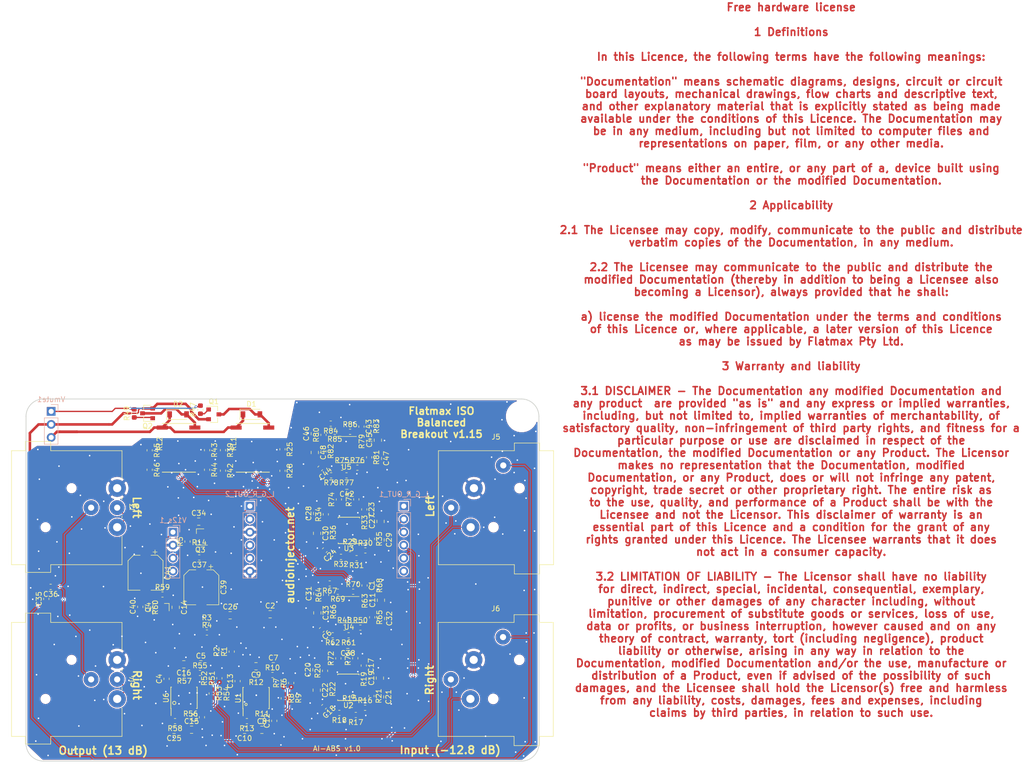
<source format=kicad_pcb>
(kicad_pcb (version 20211014) (generator pcbnew)
  (title_block (title "AIABS v1 balanced preamplifier") (company "Audio Injector"))
  (layers (0 "F.Cu" signal) (1 "In1.Cu" signal) (2 "In2.Cu" signal) (31 "B.Cu" signal) (34 "B.Paste" user) (35 "F.Paste" user) (36 "B.SilkS" user "B.Silkscreen") (37 "F.SilkS" user "F.Silkscreen") (38 "B.Mask" user) (39 "F.Mask" user) (44 "Edge.Cuts" user))
  (net 0 "")
  (net 1 "SGND")
  (net 2 "/OUTRo-")
  (net 3 "/OUTRo+")
  (net 4 "/OUTLo+")
  (net 5 "/OUTLo-")
  (net 6 "/RinB-")
  (net 7 "/RinB+")
  (net 8 "/LinB-")
  (net 9 "/LinB+")
  (net 10 "/RIN-")
  (net 11 "/LIN+")
  (net 12 "/RIN+")
  (net 13 "/LIN-")
  (net 14 "/OUTL+")
  (net 15 "/OUTL-")
  (net 16 "/OUTR+")
  (net 17 "/OUTR-")
  (net 18 "/V12")
  (net 19 "/Vee")
  (net 20 "/Vcc")
  (net 21 "Net-(C22-Pad1)")
  (net 22 "Net-(C20-Pad1)")
  (net 23 "Net-(C19-Pad1)")
  (net 24 "Net-(C21-Pad1)")
  (net 25 "Net-(C29-Pad1)")
  (net 26 "Net-(C27-Pad1)")
  (net 27 "Net-(C30-Pad1)")
  (net 28 "Net-(C28-Pad1)")
  (net 29 "/V-12")
  (net 30 "V5")
  (net 31 "/OUTRe-")
  (net 32 "/OUTRe+")
  (net 33 "/OUTLe+")
  (net 34 "/OUTLe-")
  (net 35 "/PGND")
  (net 36 "MUTE")
  (net 37 "Net-(R25-Pad1)")
  (net 38 "Net-(R39-Pad1)")
  (net 39 "Net-(R43-Pad1)")
  (net 40 "Net-(R45-Pad1)")
  (net 41 "/Lif+-")
  (net 42 "/Lif--")
  (net 43 "/Lif++")
  (net 44 "/Lif-+")
  (net 45 "/Rif+-")
  (net 46 "/Rif--")
  (net 47 "/Rif++")
  (net 48 "/Rif-+")
  (net 49 "/Cr")
  (net 50 "/Br")
  (net 51 "/Cl")
  (net 52 "/Bl")
  (net 53 "/ShieldI")
  (net 54 "/ShieldO")
  (net 55 "Net-(C37-Pad2)")
  (net 56 "Net-(C40-Pad2)")
  (net 57 "Net-(Q3-Pad1)")
  (net 58 "Net-(Q4-Pad1)")
  (net 59 "/LinB_P")
  (net 60 "/LinB_N")
  (net 61 "/RinB_P")
  (net 62 "/RinB_N")
  (net 63 "Net-(C11-Pad1)")
  (net 64 "/OUTL1+")
  (net 65 "/OUTL1-")
  (net 66 "Net-(C31-Pad1)")
  (net 67 "Net-(C32-Pad1)")
  (net 68 "Net-(C32-Pad2)")
  (net 69 "Net-(C33-Pad1)")
  (net 70 "Net-(C33-Pad2)")
  (net 71 "/OUTL2+")
  (net 72 "/OUTL2-")
  (net 73 "/OUTR1+")
  (net 74 "/OUTR1-")
  (net 75 "/OUTR2+")
  (net 76 "/OUTR2-")
  (net 77 "Net-(C45-Pad1)")
  (net 78 "Net-(C46-Pad1)")
  (net 79 "Net-(C47-Pad2)")
  (net 80 "Net-(C47-Pad1)")
  (net 81 "Net-(C48-Pad1)")
  (net 82 "Net-(C48-Pad2)")
  (footprint "Package_SO:SOIC-8_3.9x4.9mm_P1.27mm" (layer "F.Cu") (at 155.05 127.25 180)
    (fp_text reference "U3")
    (fp_text value "NJM4580E")
  )
  (footprint "Capacitor_SMD:C_0603_1608Metric" (layer "F.Cu") (at 158.05 123.15 -90)
    (fp_text reference "C23")
    (fp_text value "100n")
  )
  (footprint "Capacitor_SMD:C_0603_1608Metric" (layer "F.Cu") (at 150.356847 131.093153 -135)
    (fp_text reference "C24")
    (fp_text value "100n")
  )
  (footprint "Resistor_SMD:R_0603_1608Metric" (layer "F.Cu") (at 155.2625 130.9)
    (fp_text reference "R29")
    (fp_text value "3k57 0.1%")
  )
  (footprint "Resistor_SMD:R_0603_1608Metric" (layer "F.Cu") (at 158.2625 131.15)
    (fp_text reference "R30")
    (fp_text value "3k57 0.1%")
  )
  (footprint "Resistor_SMD:R_0603_1608Metric" (layer "F.Cu") (at 153.5125 132.4 180)
    (fp_text reference "R32")
    (fp_text value "3k57 0.1%")
  )
  (footprint "Resistor_SMD:R_0603_1608Metric" (layer "F.Cu") (at 159.55 125.6875 90)
    (fp_text reference "R33")
    (fp_text value "7k5 0.1%")
  )
  (footprint "Resistor_SMD:R_0603_1608Metric" (layer "F.Cu") (at 150.55 124.1125 90)
    (fp_text reference "R34")
    (fp_text value "7k5 0.1%")
  )
  (footprint "Resistor_SMD:R_0603_1608Metric" (layer "F.Cu") (at 150.55 127.65 -90)
    (fp_text reference "R36")
    (fp_text value "7k5 0.1%")
  )
  (footprint "Resistor_SMD:R_0603_1608Metric" (layer "F.Cu") (at 159.55 128.9 -90)
    (fp_text reference "R35")
    (fp_text value "7k5 0.1%")
  )
  (footprint "Resistor_SMD:R_0603_1608Metric" (layer "F.Cu") (at 156.55 132.65 180)
    (fp_text reference "R31")
    (fp_text value "3k57 0.1%")
  )
  (footprint "HDF4:HDF4" (layer "F.Cu") (at 133.065 110.375001 -90)
    (fp_text reference "RL1")
    (fp_text value "HFD4")
  )
  (footprint "HDF4:HDF4" (layer "F.Cu") (at 118.655 110.375001 -90)
    (fp_text reference "RL2")
    (fp_text value "HFD4")
  )
  (footprint "Connector_Audio_Neutrik:Jack_XLR_Neutrik_NC3MAH-0_Horizontal" (layer "F.Cu") (at 109.87 119 -90)
    (fp_text reference "J3")
    (fp_text value "NC3MAH")
  )
  (footprint "Resistor_SMD:R_0603_1608Metric" (layer "F.Cu") (at 142.1 111.4125 -90)
    (fp_text reference "R25")
    (fp_text value "10k")
  )
  (footprint "Resistor_SMD:R_0603_1608Metric" (layer "F.Cu") (at 142.1 115.6125 -90)
    (fp_text reference "R28")
    (fp_text value "10k")
  )
  (footprint "Resistor_SMD:R_0603_1608Metric" (layer "F.Cu") (at 130.5 111.5875 -90)
    (fp_text reference "R39")
    (fp_text value "10k")
  )
  (footprint "Resistor_SMD:R_0603_1608Metric" (layer "F.Cu") (at 130.5 115.5875 -90)
    (fp_text reference "R42")
    (fp_text value "10k")
  )
  (footprint "Resistor_SMD:R_0603_1608Metric" (layer "F.Cu") (at 127.4 111.5875 -90)
    (fp_text reference "R43")
    (fp_text value "10k")
  )
  (footprint "Resistor_SMD:R_0603_1608Metric" (layer "F.Cu") (at 127.4 115.4125 -90)
    (fp_text reference "R44")
    (fp_text value "10k")
  )
  (footprint "Resistor_SMD:R_0603_1608Metric" (layer "F.Cu") (at 116.2 111.6125 -90)
    (fp_text reference "R45")
    (fp_text value "10k")
  )
  (footprint "Resistor_SMD:R_0603_1608Metric" (layer "F.Cu") (at 116.2 115.4125 -90)
    (fp_text reference "R46")
    (fp_text value "10k")
  )
  (footprint "Package_TO_SOT_SMD:SOT-23" (layer "F.Cu") (at 115.8 104.4 180)
    (fp_text reference "Q2")
    (fp_text value "MMBT4401")
  )
  (footprint "Resistor_SMD:R_0603_1608Metric" (layer "F.Cu") (at 126.1 103.6875 90)
    (fp_text reference "R47")
    (fp_text value "1k")
  )
  (footprint "Resistor_SMD:R_0603_1608Metric" (layer "F.Cu") (at 113.2 104.4125 90)
    (fp_text reference "R49")
    (fp_text value "1k")
  )
  (footprint "Diode_SMD:D_SOD-123" (layer "F.Cu") (at 136.05 104.6)
    (fp_text reference "D1")
    (fp_text value "1N5819")
  )
  (footprint "Diode_SMD:D_SOD-123" (layer "F.Cu") (at 121.75 104.6)
    (fp_text reference "D2")
    (fp_text value "1N5819")
  )
  (footprint "Resistor_SMD:R_0603_1608Metric" (layer "F.Cu") (at 158.2125 161.85)
    (fp_text reference "R16")
    (fp_text value "3k57 0.1%")
  )
  (footprint "Resistor_SMD:R_0603_1608Metric" (layer "F.Cu") (at 159.45 159.55 -90)
    (fp_text reference "R21")
    (fp_text value "7k5 0.1%")
  )
  (footprint "Capacitor_SMD:C_0603_1608Metric" (layer "F.Cu") (at 150.2 161.65 -135)
    (fp_text reference "C18")
    (fp_text value "100n")
  )
  (footprint "Resistor_SMD:R_0603_1608Metric" (layer "F.Cu") (at 150.45 158.2125 -90)
    (fp_text reference "R22")
    (fp_text value "7k5 0.1%")
  )
  (footprint "Resistor_SMD:R_0603_1608Metric" (layer "F.Cu") (at 155.1875 161.45)
    (fp_text reference "R15")
    (fp_text value "3k57 0.1%")
  )
  (footprint "Resistor_SMD:R_0603_1608Metric" (layer "F.Cu") (at 156.4 163.25 180)
    (fp_text reference "R17")
    (fp_text value "3k57 0.1%")
  )
  (footprint "Capacitor_SMD:C_0603_1608Metric" (layer "F.Cu") (at 157.95 153.6125 -90)
    (fp_text reference "C17")
    (fp_text value "100n")
  )
  (footprint "Package_SO:SOIC-8_3.9x4.9mm_P1.27mm" (layer "F.Cu") (at 154.95 157.85 180)
    (fp_text reference "U2")
    (fp_text value "NJM4580E")
  )
  (footprint "Resistor_SMD:R_0603_1608Metric" (layer "F.Cu") (at 150.4 154.6375 90)
    (fp_text reference "R20")
    (fp_text value "7k5 0.1%")
  )
  (footprint "Resistor_SMD:R_0603_1608Metric" (layer "F.Cu") (at 153.1875 162.85 180)
    (fp_text reference "R18")
    (fp_text value "3k57 0.1%")
  )
  (footprint "Resistor_SMD:R_0603_1608Metric" (layer "F.Cu") (at 159.4 156.2625 90)
    (fp_text reference "R19")
    (fp_text value "7k5 0.1%")
  )
  (footprint "Package_TO_SOT_SMD:SOT-23" (layer "F.Cu") (at 128.7 104.6)
    (fp_text reference "Q1")
    (fp_text value "MMBT4401")
  )
  (footprint "Capacitor_SMD:C_0603_1608Metric" (layer "F.Cu") (at 126.4 163.7 90)
    (fp_text reference "C3")
    (fp_text value "100n")
  )
  (footprint "Capacitor_SMD:C_0603_1608Metric" (layer "F.Cu") (at 119.5 156.2 90)
    (fp_text reference "C4")
    (fp_text value "100n")
  )
  (footprint "Resistor_SMD:R_0603_1608Metric" (layer "F.Cu") (at 126.0125 155.05)
    (fp_text reference "R55")
    (fp_text value "887R 0.1%")
  )
  (footprint "Resistor_SMD:R_0603_1608Metric" (layer "F.Cu") (at 124.1875 164.45)
    (fp_text reference "R56")
    (fp_text value "887R 0.1%")
  )
  (footprint "Resistor_SMD:R_0603_1608Metric" (layer "F.Cu") (at 122.95 155.2 180)
    (fp_text reference "R57")
    (fp_text value "887R 0.1%")
  )
  (footprint "Resistor_SMD:R_0603_1608Metric" (layer "F.Cu") (at 121.15 164.45 180)
    (fp_text reference "R58")
    (fp_text value "887R 0.1%")
  )
  (footprint "NC3:Jack_XLR_Neutrik_NC3FAH2_Horizontal" (layer "F.Cu") (at 179.435 119)
    (fp_text reference "J5")
    (fp_text value "NC3FAH2")
  )
  (footprint "Capacitor_SMD:C_0805_2012Metric" (layer "F.Cu") (at 121.275 142.25 -90)
    (fp_text reference "C14")
    (fp_text value "10u")
  )
  (footprint "Capacitor_SMD:C_0603_1608Metric" (layer "F.Cu") (at 96.05 140.6 90)
    (fp_text reference "C35")
    (fp_text value "100n")
  )
  (footprint "Capacitor_SMD:C_0603_1608Metric" (layer "F.Cu") (at 96.9 138.25 180)
    (fp_text reference "C36")
    (fp_text value "100n")
  )
  (footprint "Capacitor_SMD:C_0603_1608Metric" (layer "F.Cu") (at 125.875 132.525 180)
    (fp_text reference "C37")
    (fp_text value "100n")
  )
  (footprint "Capacitor_SMD:CP_Elec_6.3x7.7" (layer "F.Cu") (at 126.275 138.35 -90)
    (fp_text reference "C39")
    (fp_text value "47u")
  )
  (footprint "Capacitor_SMD:C_0603_1608Metric" (layer "F.Cu") (at 114.375 142.1625 90)
    (fp_text reference "C40")
    (fp_text value "100n")
  )
  (footprint "Capacitor_SMD:CP_Elec_6.3x7.7" (layer "F.Cu") (at 115.4 135.5 -90)
    (fp_text reference "C41")
    (fp_text value "47u")
  )
  (footprint "Resistor_SMD:R_0603_1608Metric" (layer "F.Cu") (at 125.875 131.025)
    (fp_text reference "R14")
    (fp_text value "100R")
  )
  (footprint "Resistor_SMD:R_0603_1608Metric" (layer "F.Cu") (at 118.7 139.75)
    (fp_text reference "R59")
    (fp_text value "2k2")
  )
  (footprint "Package_SO:SOIC-8_3.9x4.9mm_P1.27mm" (layer "F.Cu") (at 122.9 159.9 90)
    (fp_text reference "U6")
    (fp_text value "NJM4580E")
  )
  (footprint "Package_TO_SOT_SMD:SOT-23" (layer "F.Cu") (at 118.425 142.25 90)
    (fp_text reference "Q4")
    (fp_text value "MMBT4403")
  )
  (footprint "Package_TO_SOT_SMD:SOT-23" (layer "F.Cu") (at 126.075 128.525 180)
    (fp_text reference "Q3")
    (fp_text value "MMBT4401")
  )
  (footprint "Resistor_SMD:R_0603_1608Metric" (layer "F.Cu") (at 123.575 129.4125 90)
    (fp_text reference "R5")
    (fp_text value "2k2")
  )
  (footprint "Capacitor_SMD:C_0805_2012Metric" (layer "F.Cu") (at 125.775 125.525)
    (fp_text reference "C34")
    (fp_text value "10u")
  )
  (footprint "Resistor_SMD:R_0603_1608Metric" (layer "F.Cu") (at 115.875 142.25 -90)
    (fp_text reference "R60")
    (fp_text value "100R")
  )
  (footprint "Resistor_SMD:R_0603_1608Metric" (layer "F.Cu") (at 140.15 155.45)
    (fp_text reference "R10")
    (fp_text value "887R 0.1%")
  )
  (footprint "Capacitor_SMD:C_0603_1608Metric" (layer "F.Cu") (at 133.35 156.65 90)
    (fp_text reference "C13")
    (fp_text value "100n")
  )
  (footprint "Resistor_SMD:R_0603_1608Metric" (layer "F.Cu") (at 136.9625 155.45 180)
    (fp_text reference "R12")
    (fp_text value "887R 0.1%")
  )
  (footprint "Resistor_SMD:R_0603_1608Metric" (layer "F.Cu") (at 142.35 160 -90)
    (fp_text reference "R8")
    (fp_text value "7k5 0.1%")
  )
  (footprint "Resistor_SMD:R_0603_1608Metric" (layer "F.Cu") (at 143.8 160 -90)
    (fp_text reference "R9")
    (fp_text value "7k5 0.1%")
  )
  (footprint "Resistor_SMD:R_0603_1608Metric" (layer "F.Cu") (at 138.1375 164.45)
    (fp_text reference "R11")
    (fp_text value "887R 0.1%")
  )
  (footprint "Resistor_SMD:R_0603_1608Metric" (layer "F.Cu") (at 135.1625 164.45 180)
    (fp_text reference "R13")
    (fp_text value "887R 0.1%")
  )
  (footprint "Resistor_SMD:R_0603_1608Metric" (layer "F.Cu") (at 142.35 157.0125 90)
    (fp_text reference "R7")
    (fp_text value "7k5 0.1%")
  )
  (footprint "Resistor_SMD:R_0603_1608Metric" (layer "F.Cu") (at 143.8 157.0125 90)
    (fp_text reference "R6")
    (fp_text value "7k5 0.1%")
  )
  (footprint "Package_SO:SOIC-8_3.9x4.9mm_P1.27mm" (layer "F.Cu") (at 136.95 159.95 90)
    (fp_text reference "U1")
    (fp_text value "NJM4580E")
  )
  (footprint "Resistor_SMD:R_0603_1608Metric" (layer "F.Cu") (at 129.8 159.1 -90)
    (fp_text reference "R54")
    (fp_text value "7k5 0.1%")
  )
  (footprint "Resistor_SMD:R_0603_1608Metric" (layer "F.Cu") (at 128.3 159.0625 -90)
    (fp_text reference "R53")
    (fp_text value "7k5 0.1%")
  )
  (footprint "Resistor_SMD:R_0603_1608Metric" (layer "F.Cu") (at 128.3 156.1125 90)
    (fp_text reference "R52")
    (fp_text value "7k5 0.1%")
  )
  (footprint "Resistor_SMD:R_0603_1608Metric" (layer "F.Cu") (at 129.8 156.0875 90)
    (fp_text reference "R51")
    (fp_text value "7k5 0.1%")
  )
  (footprint "Capacitor_SMD:C_0603_1608Metric" (layer "F.Cu") (at 140.5 164.4 90)
    (fp_text reference "C12")
    (fp_text value "100n")
  )
  (footprint "Resistor_SMD:R_0603_1608Metric" (layer "F.Cu") (at 132.2 150.8875 90)
    (fp_text reference "R1")
    (fp_text value "91R")
  )
  (footprint "Resistor_SMD:R_0603_1608Metric" (layer "F.Cu") (at 130.7 150.9 90)
    (fp_text reference "R2")
    (fp_text value "91R")
  )
  (footprint "Resistor_SMD:R_0603_1608Metric" (layer "F.Cu") (at 127.35 145.7)
    (fp_text reference "R3")
    (fp_text value "91R")
  )
  (footprint "Resistor_SMD:R_0603_1608Metric" (layer "F.Cu") (at 127.365001 147.165001)
    (fp_text reference "R4")
    (fp_text value "91R")
  )
  (footprint "NC3:Jack_XLR_Neutrik_NC3FAH2_Horizontal" (layer "F.Cu") (at 179.385 152.5)
    (fp_text reference "J6")
    (fp_text value "NC3FAH2")
  )
  (footprint "Connector_Audio_Neutrik:Jack_XLR_Neutrik_NC3MAH-0_Horizontal" (layer "F.Cu") (at 109.87 152.5 -90)
    (fp_text reference "J4")
    (fp_text value "NC3MAH")
  )
  (footprint "RPi:RPi_Hat_Mounting_Hole" (layer "F.Cu") (at 188.75 105)
    (fp_text reference "" hide)
    (fp_text value "" hide)
  )
  (footprint "Capacitor_SMD:C_0805_2012Metric" (layer "F.Cu") (at 161.1 156.0625 90)
    (fp_text reference "C19")
    (fp_text value "ECHU1C221_220pF")
  )
  (footprint "Capacitor_SMD:C_0805_2012Metric" (layer "F.Cu") (at 148.725 154.4375 90)
    (fp_text reference "C20")
    (fp_text value "ECHU1C221_220pF")
  )
  (footprint "Capacitor_SMD:C_0805_2012Metric" (layer "F.Cu") (at 161.125 159.7375 -90)
    (fp_text reference "C21")
    (fp_text value "ECHU1C221_220pF")
  )
  (footprint "Capacitor_SMD:C_0805_2012Metric" (layer "F.Cu") (at 148.775 158.4125 -90)
    (fp_text reference "C22")
    (fp_text value "ECHU1C221_220pF")
  )
  (footprint "Capacitor_SMD:C_0805_2012Metric" (layer "F.Cu") (at 161.225 125.4875 90)
    (fp_text reference "C27")
    (fp_text value "ECHU1C221_220pF")
  )
  (footprint "Capacitor_SMD:C_0805_2012Metric" (layer "F.Cu") (at 148.85 123.925 90)
    (fp_text reference "C28")
    (fp_text value "ECHU1C221_220pF")
  )
  (footprint "Capacitor_SMD:C_0805_2012Metric" (layer "F.Cu") (at 161.225 129.1 -90)
    (fp_text reference "C29")
    (fp_text value "ECHU1C221_220pF")
  )
  (footprint "Capacitor_SMD:C_0805_2012Metric" (layer "F.Cu") (at 148.85 127.8125 -90)
    (fp_text reference "C30")
    (fp_text value "ECHU1C221_220pF")
  )
  (footprint "Capacitor_SMD:C_0805_2012Metric" (layer "F.Cu") (at 126.1875 153.375)
    (fp_text reference "C5")
    (fp_text value "ECHU1C152_1.5nF")
  )
  (footprint "Capacitor_SMD:C_0805_2012Metric" (layer "F.Cu") (at 140.3125 153.75)
    (fp_text reference "C7")
    (fp_text value "ECHU1C152_1.5nF")
  )
  (footprint "Capacitor_SMD:C_0805_2012Metric" (layer "F.Cu") (at 138.0875 166.15)
    (fp_text reference "C8")
    (fp_text value "ECHU1C152_1.5nF")
  )
  (footprint "Capacitor_SMD:C_0805_2012Metric" (layer "F.Cu") (at 136.9375 153.75 180)
    (fp_text reference "C9")
    (fp_text value "ECHU1C152_1.5nF")
  )
  (footprint "Capacitor_SMD:C_0805_2012Metric" (layer "F.Cu") (at 134.7125 166.15 180)
    (fp_text reference "C10")
    (fp_text value "ECHU1C152_1.5nF")
  )
  (footprint "Capacitor_SMD:C_0805_2012Metric" (layer "F.Cu") (at 124.375 166.125)
    (fp_text reference "C15")
    (fp_text value "ECHU1C152_1.5nF")
  )
  (footprint "Capacitor_SMD:C_0805_2012Metric" (layer "F.Cu") (at 122.8625 153.375 180)
    (fp_text reference "C16")
    (fp_text value "ECHU1C152_1.5nF")
  )
  (footprint "Capacitor_SMD:C_0805_2012Metric" (layer "F.Cu") (at 120.9625 166.15 180)
    (fp_text reference "C25")
    (fp_text value "ECHU1C152_1.5nF")
  )
  (footprint "Capacitor_SMD:C_0603_1608Metric" (layer "F.Cu") (at 158.1 137.9875 -90)
    (fp_text reference "C1")
    (fp_text value "100n")
  )
  (footprint "Capacitor_SMD:C_0603_1608Metric" (layer "F.Cu") (at 149.756847 146.643153 -135)
    (fp_text reference "C6")
    (fp_text value "100n")
  )
  (footprint "Capacitor_SMD:C_0805_2012Metric" (layer "F.Cu") (at 148.9 139.5625 90)
    (fp_text reference "C31")
    (fp_text value "ECHU1C221_220pF")
  )
  (footprint "Capacitor_SMD:C_0805_2012Metric" (layer "F.Cu") (at 161.3 144.4375 -90)
    (fp_text reference "C32")
    (fp_text value "ECHU1C221_220pF")
  )
  (footprint "Capacitor_SMD:C_0805_2012Metric" (layer "F.Cu") (at 148.9 143.3375 -90)
    (fp_text reference "C33")
    (fp_text value "ECHU1C221_220pF")
  )
  (footprint "Resistor_SMD:R_0603_1608Metric" (layer "F.Cu") (at 154.2 146.2)
    (fp_text reference "R48")
    (fp_text value "3k57 0.1%")
  )
  (footprint "Resistor_SMD:R_0603_1608Metric" (layer "F.Cu") (at 157.2875 146.2)
    (fp_text reference "R50")
    (fp_text value "3k57 0.1%")
  )
  (footprint "Resistor_SMD:R_0603_1608Metric" (layer "F.Cu") (at 159.6 141 90)
    (fp_text reference "R63")
    (fp_text value "7k5 0.1%")
  )
  (footprint "Resistor_SMD:R_0603_1608Metric" (layer "F.Cu") (at 150.6 139.8125 90)
    (fp_text reference "R64")
    (fp_text value "7k5 0.1%")
  )
  (footprint "Resistor_SMD:R_0603_1608Metric" (layer "F.Cu") (at 159.6 144.2 -90)
    (fp_text reference "R65")
    (fp_text value "7k5 0.1%")
  )
  (footprint "Resistor_SMD:R_0603_1608Metric" (layer "F.Cu") (at 150.6 143.1 -90)
    (fp_text reference "R66")
    (fp_text value "7k5 0.1%")
  )
  (footprint "Resistor_SMD:R_0603_1608Metric" (layer "F.Cu") (at 151.3125 137.6 180)
    (fp_text reference "R67")
    (fp_text value "3k57 0.1%")
  )
  (footprint "Resistor_SMD:R_0603_1608Metric" (layer "F.Cu") (at 159.6 137.9875 -90)
    (fp_text reference "R68")
    (fp_text value "3k57 0.1%")
  )
  (footprint "Resistor_SMD:R_0603_1608Metric" (layer "F.Cu") (at 152.8875 139.2 180)
    (fp_text reference "R69")
    (fp_text value "47R")
  )
  (footprint "Resistor_SMD:R_0603_1608Metric" (layer "F.Cu") (at 155.8875 139.2)
    (fp_text reference "R70")
    (fp_text value "47R")
  )
  (footprint "Resistor_SMD:R_0603_1608Metric" (layer "F.Cu") (at 156.3 152.1875 90)
    (fp_text reference "R71")
    (fp_text value "1k69 0.1%")
  )
  (footprint "Package_SO:SOIC-8_3.9x4.9mm_P1.27mm" (layer "F.Cu") (at 155.1 142.7 180)
    (fp_text reference "U4")
    (fp_text value "NJM4580E")
  )
  (footprint "Capacitor_SMD:C_0805_2012Metric" (layer "F.Cu") (at 161.3 140.8625 90)
    (fp_text reference "C11")
    (fp_text value "ECHU1C221_220pF")
  )
  (footprint "Capacitor_SMD:C_0603_1608Metric" (layer "F.Cu") (at 149.456847 115.143153 -135)
    (fp_text reference "C44")
    (fp_text value "100n")
  )
  (footprint "Capacitor_SMD:C_0805_2012Metric" (layer "F.Cu") (at 160.7 109.6375 90)
    (fp_text reference "C45")
    (fp_text value "ECHU1C221_220pF")
  )
  (footprint "Capacitor_SMD:C_0805_2012Metric" (layer "F.Cu") (at 148.4 108.3625 90)
    (fp_text reference "C46")
    (fp_text value "ECHU1C221_220pF")
  )
  (footprint "Capacitor_SMD:C_0805_2012Metric" (layer "F.Cu") (at 160.7 113.2 -90)
    (fp_text reference "C47")
    (fp_text value "ECHU1C221_220pF")
  )
  (footprint "Capacitor_SMD:C_0805_2012Metric" (layer "F.Cu") (at 148.4 112.0375 -90)
    (fp_text reference "C48")
    (fp_text value "ECHU1C221_220pF")
  )
  (footprint "Resistor_SMD:R_0603_1608Metric" (layer "F.Cu") (at 151.8875 147.7 180)
    (fp_text reference "R62")
    (fp_text value "3k57 0.1%")
  )
  (footprint "Resistor_SMD:R_0603_1608Metric" (layer "F.Cu") (at 156.5 121.1875 90)
    (fp_text reference "R73")
    (fp_text value "1k69 0.1%")
  )
  (footprint "Resistor_SMD:R_0603_1608Metric" (layer "F.Cu") (at 153.1 121.2 90)
    (fp_text reference "R74")
    (fp_text value "1k69 0.1%")
  )
  (footprint "Resistor_SMD:R_0603_1608Metric" (layer "F.Cu") (at 156.7125 115)
    (fp_text reference "R76")
    (fp_text value "3k57 0.1%")
  )
  (footprint "Resistor_SMD:R_0603_1608Metric" (layer "F.Cu") (at 154.5875 116.5 180)
    (fp_text reference "R77")
    (fp_text value "3k57 0.1%")
  )
  (footprint "Resistor_SMD:R_0603_1608Metric" (layer "F.Cu") (at 151.5875 116.5 180)
    (fp_text reference "R78")
    (fp_text value "3k57 0.1%")
  )
  (footprint "Resistor_SMD:R_0603_1608Metric" (layer "F.Cu") (at 159 109.8875 90)
    (fp_text reference "R79")
    (fp_text value "7k5 0.1%")
  )
  (footprint "Resistor_SMD:R_0603_1608Metric" (layer "F.Cu") (at 150.1 108.6 90)
    (fp_text reference "R80")
    (fp_text value "7k5 0.1%")
  )
  (footprint "Resistor_SMD:R_0603_1608Metric" (layer "F.Cu") (at 159 112.9875 -90)
    (fp_text reference "R81")
    (fp_text value "7k5 0.1%")
  )
  (footprint "Resistor_SMD:R_0603_1608Metric" (layer "F.Cu") (at 150.1 111.8125 -90)
    (fp_text reference "R82")
    (fp_text value "7k5 0.1%")
  )
  (footprint "Resistor_SMD:R_0603_1608Metric" (layer "F.Cu") (at 159 106.9125 -90)
    (fp_text reference "R83")
    (fp_text value "3k57 0.1%")
  )
  (footprint "Resistor_SMD:R_0603_1608Metric" (layer "F.Cu") (at 152.3 108 180)
    (fp_text reference "R85")
    (fp_text value "47R")
  )
  (footprint "Package_SO:SOIC-8_3.9x4.9mm_P1.27mm" (layer "F.Cu") (at 154.574999 111.474999 180)
    (fp_text reference "U5")
    (fp_text value "NJM4580E")
  )
  (footprint "Capacitor_SMD:C_0603_1608Metric" (layer "F.Cu") (at 157.5 106.9875 -90)
    (fp_text reference "C43")
    (fp_text value "100n")
  )
  (footprint "Resistor_SMD:R_0603_1608Metric" (layer "F.Cu") (at 155 147.7 180)
    (fp_text reference "R61")
    (fp_text value "3k57 0.1%")
  )
  (footprint "Resistor_SMD:R_0603_1608Metric" (layer "F.Cu") (at 155.2875 108)
    (fp_text reference "R86")
    (fp_text value "47R")
  )
  (footprint "Resistor_SMD:R_0603_1608Metric" (layer "F.Cu") (at 153 152.2125 90)
    (fp_text reference "R72")
    (fp_text value "1k69 0.1%")
  )
  (footprint "Resistor_SMD:R_0603_1608Metric" (layer "F.Cu") (at 151.5125 106.4 180)
    (fp_text reference "R84")
    (fp_text value "3k57 0.1%")
  )
  (footprint "Resistor_SMD:R_0603_1608Metric" (layer "F.Cu") (at 153.7125 115)
    (fp_text reference "R75")
    (fp_text value "3k57 0.1%")
  )
  (footprint "Capacitor_SMD:C_0805_2012Metric" (layer "F.Cu") (at 154.85 149.55 180)
    (fp_text reference "C38")
    (fp_text value "ECHU1C821_820pF")
  )
  (footprint "Capacitor_SMD:C_0805_2012Metric" (layer "F.Cu") (at 154.65 118.504999 180)
    (fp_text reference "C42")
    (fp_text value "ECHU1C821_820pF")
  )
  (footprint "Capacitor_SMD:C_0805_2012Metric" (layer "F.Cu") (at 139.7 143.6)
    (fp_text reference "C2")
    (fp_text value "ECHU1C822_8.2nF")
  )
  (footprint "Capacitor_SMD:C_0805_2012Metric" (layer "F.Cu") (at 131.9 143.8)
    (fp_text reference "C26")
    (fp_text value "ECHU1C822_8.2nF")
  )
  (footprint "Connector_PinHeader_2.54mm:PinHeader_1x06_P2.54mm_Vertical" (layer "B.Cu") (at 165.75 122.5 180)
    (fp_text reference "L_G_R_OUT_1")
    (fp_text value "OUT")
  )
  (footprint "Connector_PinHeader_2.54mm:PinHeader_1x03_P2.54mm_Vertical" (layer "B.Cu") (at 97 104.02 180)
    (fp_text reference "Vmute1")
    (fp_text value "OUT")
  )
  (footprint "Connector_PinHeader_2.54mm:PinHeader_1x04_P2.54mm_Vertical" (layer "B.Cu") (at 120.75 127.58 180)
    (fp_text reference "V12s_1")
    (fp_text value "OUT")
  )
  (footprint "Connector_PinHeader_2.54mm:PinHeader_1x06_P2.54mm_Vertical" (layer "B.Cu") (at 135.75 122.5 180)
    (fp_text reference "L_G_R_OUT_2")
    (fp_text value "OUT")
  )
  (gr_circle (center 135 161.2) (end 135.1 161) (layer "F.SilkS") (width 0.15) (fill none))
  (gr_circle (center 156 129.1) (end 156.2 129.3) (layer "F.SilkS") (width 0.15) (fill none))
  (gr_circle (center 121 160.9) (end 121.1 160.6) (layer "F.SilkS") (width 0.15) (fill none))
  (gr_circle (center 155.9 159.65) (end 156.2 159.85) (layer "F.SilkS") (width 0.15) (fill none))
  (gr_arc (start 95.5 172.25) (mid 93.095837 171.254163) (end 92.1 168.85) (layer "Edge.Cuts") (width 0.15))
  (gr_arc (start 92.1 105) (mid 93.095837 102.595837) (end 95.5 101.6) (layer "Edge.Cuts") (width 0.15))
  (gr_line (start 188.7 172.25) (end 95.5 172.25) (layer "Edge.Cuts") (width 0.15))
  (gr_line (start 95.5 101.6) (end 188.7 101.6) (layer "Edge.Cuts") (width 0.15))
  (gr_line (start 92.1 168.85) (end 92.1 105) (layer "Edge.Cuts") (width 0.15))
  (gr_line (start 192.1 105) (end 192.1 168.85) (layer "Edge.Cuts") (width 0.15))
  (gr_arc (start 192.1 168.85) (mid 191.104163 171.254163) (end 188.7 172.25) (layer "Edge.Cuts") (width 0.15))
  (gr_arc (start 188.7 101.6) (mid 191.104163 102.595837) (end 192.1 105) (layer "Edge.Cuts") (width 0.15))
  (gr_text "Free hardware license\n\n1 Definitions\n\nIn this Licence, the following terms have the following meanings:\n\n{dblquote}Documentation{dblquote} means schematic diagrams, designs, circuit or circuit\nboard layouts, mechanical drawings, flow charts and descriptive text,\nand other explanatory material that is explicitly stated as being made\navailable under the conditions of this Licence. The Documentation may\nbe in any medium, including but not limited to computer files and\nrepresentations on paper, film, or any other media.\n\n{dblquote}Product{dblquote} means either an entire, or any part of a, device built using\nthe Documentation or the modified Documentation.\n\n2 Applicability\n\n2.1 The Licensee may copy, modify, communicate to the public and distribute\nverbatim copies of the Documentation, in any medium.\n\n2.2 The Licensee may communicate to the public and distribute the\nmodified Documentation (thereby in addition to being a Licensee also\nbecoming a Licensor), always provided that he shall:\n\na) license the modified Documentation under the terms and conditions\nof this Licence or, where applicable, a later version of this Licence\nas may be issued by Flatmax Pty Ltd.\n\n3 Warranty and liability\n\n3.1 DISCLAIMER - The Documentation any modified Documentation and\nany product  are provided {dblquote}as is{dblquote} and any express or implied warranties,\nincluding, but not limited to, implied warranties of merchantability, of\nsatisfactory quality, non-infringement of third party rights, and fitness for a\nparticular purpose or use are disclaimed in respect of the\nDocumentation, the modified Documentation or any Product. The Licensor\nmakes no representation that the Documentation, modified\nDocumentation, or any Product, does or will not infringe any patent,\ncopyright, trade secret or other proprietary right. The entire risk as\nto the use, quality, and performance of a Product shall be with the\nLicensee and not the Licensor. This disclaimer of warranty is an\nessential part of this Licence and a condition for the grant of any\nrights granted under this Licence. The Licensee warrants that it does\nnot act in a consumer capacity.\n\n3.2 LIMITATION OF LIABILITY - The Licensor shall have no liability\nfor direct, indirect, special, incidental, consequential, exemplary,\npunitive or other damages of any character including, without\nlimitation, procurement of substitute goods or services, loss of use,\ndata or profits, or business interruption, however caused and on any\ntheory of contract, warranty, tort (including negligence), product\nliability or otherwise, arising in any way in relation to the\nDocumentation, modified Documentation and/or the use, manufacture or\ndistribution of a Product, even if advised of the possibility of such\ndamages, and the Licensee shall hold the Licensor(s) free and harmless\nfrom any liability, costs, damages, fees and expenses, including\nclaims by third parties, in relation to such use.\n" (at 241.3 93.98) (layer "F.Cu") (effects (font (size 1.5 1.5) (thickness 0.3))))
  (gr_text "Input (-12.8 dB)" (at 174.8 170.1) (layer "F.SilkS") (effects (font (size 1.5 1.5) (thickness 0.3))))
  (gr_text "Left" (at 113.7 122.75 270) (layer "F.SilkS") (effects (font (size 1.5 1.5) (thickness 0.3))))
  (gr_text "Flatmax ISO\nBalanced\nBreakout v1.15" (at 173.1 106.2) (layer "F.SilkS") (effects (font (size 1.4 1.4) (thickness 0.3))))
  (gr_text "Left" (at 170.9 122.525 90) (layer "F.SilkS") (effects (font (size 1.5 1.5) (thickness 0.3))))
  (gr_text "Output (13 dB)" (at 107.15 170.2) (layer "F.SilkS") (effects (font (size 1.5 1.5) (thickness 0.3))))
  (gr_text "Right" (at 113.75 157.4 270) (layer "F.SilkS") (effects (font (size 1.5 1.5) (thickness 0.3))))
  (gr_text "Right" (at 170.8 156.475 90) (layer "F.SilkS") (effects (font (size 1.5 1.5) (thickness 0.3))))
  (gr_text "AI-ABS v1.0" (at 152.7 169.8) (layer "F.SilkS") (effects (font (size 1 1))))
  (gr_text "audioinjector.net" (at 143.6 132.1 90) (layer "F.SilkS") (effects (font (size 1.5 1.5) (thickness 0.3))))
  (segment (start 125.89999 129.50001) (end 125.89999 126.33751) (width 0.25) (layer "F.Cu") (net 1))
  (segment (start 127.818516 159.03751) (end 129.231036 159.03751) (width 0.25) (layer "F.Cu") (net 1))
  (segment (start 155.1 122.2) (end 155.1 121.846447) (width 0.25) (layer "F.Cu") (net 1))
  (segment (start 121.925 161.075) (end 121.925 159.55) (width 0.25) (layer "F.Cu") (net 1))
  (segment (start 130.60001 155.743984) (end 130.281484 156.06251) (width 0.25) (layer "F.Cu") (net 1))
  (segment (start 151.5 152.156006) (end 151.5 152.746447) (width 0.25) (layer "F.Cu") (net 1))
  (segment (start 139.549999 161.549999) (end 139.850001 161.850001) (width 0.25) (layer "F.Cu") (net 1))
  (segment (start 137 158.325002) (end 136.959999 158.285001) (width 0.25) (layer "F.Cu") (net 1))
  (segment (start 128.83749 156.06251) (end 128.76251 156.13749) (width 0.25) (layer "F.Cu") (net 1))
  (segment (start 154.6 121.346447) (end 154.6 116.2) (width 0.25) (layer "F.Cu") (net 1))
  (segment (start 118.69999 158.04999) (end 119.100001 158.450001) (width 0.25) (layer "F.Cu") (net 1))
  (segment (start 125.3125 166.125) (end 125.3125 164.7875) (width 0.25) (layer "F.Cu") (net 1))
  (segment (start 140.8 156.8) (end 141.153553 156.8) (width 0.25) (layer "F.Cu") (net 1))
  (segment (start 141.341063 156.98751) (end 144.281484 156.98751) (width 0.25) (layer "F.Cu") (net 1))
  (segment (start 129.231036 159.03751) (end 129.318516 159.12499) (width 0.25) (layer "F.Cu") (net 1))
  (segment (start 139.850001 161.850001) (end 140.1 162.1) (width 0.25) (layer "F.Cu") (net 1))
  (segment (start 133.3 159.4) (end 133.3 159.046447) (width 0.25) (layer "F.Cu") (net 1))
  (segment (start 129.318516 159.12499) (end 130.281484 159.12499) (width 0.25) (layer "F.Cu") (net 1))
  (segment (start 144.6 156.668994) (end 144.6 155.453553) (width 0.25) (layer "F.Cu") (net 1))
  (segment (start 156.549999 155.050001) (end 156.549999 156.505001) (width 0.25) (layer "F.Cu") (net 1))
  (segment (start 124.513388 163.988388) (end 124.975 164.45) (width 0.25) (layer "F.Cu") (net 1))
  (segment (start 140.9375 155.45) (end 140.9375 154.0625) (width 0.25) (layer "F.Cu") (net 1))
  (segment (start 156.549999 156.505001) (end 156.634997 156.589999) (width 0.25) (layer "F.Cu") (net 1))
  (segment (start 158.05 122.3625) (end 158.05 122.55) (width 0.25) (layer "F.Cu") (net 1))
  (segment (start 141.653553 159.9) (end 141.3 159.9) (width 0.25) (layer "F.Cu") (net 1))
  (segment (start 122.974999 152.300001) (end 123.275 152) (width 0.25) (layer "F.Cu") (net 1))
  (segment (start 147.55001 124.04999) (end 147.149999 124.450001) (width 0.25) (layer "F.Cu") (net 1))
  (segment (start 124.179999 163.654999) (end 124.513388 163.988388) (width 0.25) (layer "F.Cu") (net 1))
  (segment (start 153.2 124.4) (end 152.84999 124.04999) (width 0.25) (layer "F.Cu") (net 1))
  (segment (start 125.0125 164.4875) (end 124.975 164.45) (width 0.25) (layer "F.Cu") (net 1))
  (segment (start 146.925001 155.799999) (end 147.175 155.55) (width 0.25) (layer "F.Cu") (net 1))
  (segment (start 160.75 155.475) (end 161.1 155.125) (width 0.25) (layer "F.Cu") (net 1))
  (segment (start 128.76251 156.13749) (end 126.66251 156.13749) (width 0.25) (layer "F.Cu") (net 1))
  (segment (start 156.8 123.8) (end 156.550001 124.049999) (width 0.25) (layer "F.Cu") (net 1))
  (segment (start 118.69999 156.21251) (end 118.69999 158.04999) (width 0.25) (layer "F.Cu") (net 1))
  (segment (start 125.3125 164.7875) (end 124.975 164.45) (width 0.25) (layer "F.Cu") (net 1))
  (segment (start 138.210001 163.685001) (end 138.210001 161.634997) (width 0.25) (layer "F.Cu") (net 1))
  (segment (start 141.85 155.45) (end 142.2 155.1) (width 0.25) (layer "F.Cu") (net 1))
  (segment (start 125.95 156.8) (end 125.95 157.168994) (width 0.25) (layer "F.Cu") (net 1))
  (segment (start 124.2 161.1) (end 124.2 161.544998) (width 0.25) (layer "F.Cu") (net 1))
  (segment (start 137 159.4) (end 137 158.325002) (width 0.25) (layer "F.Cu") (net 1))
  (segment (start 124.179999 161.564999) (end 124.179999 163.654999) (width 0.25) (layer "F.Cu") (net 1))
  (segment (start 126.6625 132.525) (end 125.89999 131.76249) (width 0.25) (layer "F.Cu") (net 1))
  (segment (start 138.2 166.5) (end 138.2 163.695002) (width 0.25) (layer "F.Cu") (net 1))
  (segment (start 124.2 161.544998) (end 124.179999 161.564999) (width 0.25) (layer "F.Cu") (net 1))
  (segment (start 157.95 152.3875) (end 157.95 152.825) (width 0.25) (layer "F.Cu") (net 1))
  (segment (start 157.77499 152.21249) (end 157.95 152.3875) (width 0.25) (layer "F.Cu") (net 1))
  (segment (start 156.734997 125.989999) (end 158.791007 125.989999) (width 0.25) (layer "F.Cu") (net 1))
  (segment (start 151.5 153.1) (end 152.38751 152.21249) (width 0.25) (layer "F.Cu") (net 1))
  (segment (start 125.89999 126.33751) (end 126.156263 126.081237) (width 0.25) (layer "F.Cu") (net 1))
  (segment (start 138.2 166.5) (end 138.210001 166.789999) (width 0.25) (layer "F.Cu") (net 1))
  (segment (start 125.95 157.168994) (end 127.818516 159.03751) (width 0.25) (layer "F.Cu") (net 1))
  (segment (start 156.634997 156.589999) (end 158.616007 156.589999) (width 0.25) (layer "F.Cu") (net 1))
  (segment (start 125.95 156.8) (end 125.95 155.9) (width 0.25) (layer "F.Cu") (net 1))
  (segment (start 141.153553 156.8) (end 141.341063 156.98751) (width 0.25) (layer "F.Cu") (net 1))
  (segment (start 119.85 153.7) (end 118.69999 154.85001) (width 0.25) (layer "F.Cu") (net 1))
  (segment (start 118.69999 154.85001) (end 118.69999 158.04999) (width 0.25) (layer "F.Cu") (net 1))
  (segment (start 151.5 152.746447) (end 151.5 153.1) (width 0.25) (layer "F.Cu") (net 1))
  (segment (start 148.88751 151.63749) (end 150.981484 151.63749) (width 0.25) (layer "F.Cu") (net 1))
  (segment (start 124.825 166.125) (end 124.45001 165.75001) (width 0.25) (layer "F.Cu") (net 1))
  (segment (start 132.54999 156.66251) (end 132.888388 156.324112) (width 0.25) (layer "F.Cu") (net 1))
  (segment (start 147.5 160.925) (end 146.84997 160.27497) (width 0.25) (layer "F.Cu") (net 1))
  (segment (start 124.16251 165.34566) (end 124.25001 165.43316) (width 0.25) (layer "F.Cu") (net 1))
  (segment (start 132.888388 156.324112) (end 133.35 155.8625) (width 0.25) (layer "F.Cu") (net 1))
  (segment (start 125.89999 131.76249) (end 125.89999 129.50001) (width 0.25) (layer "F.Cu") (net 1))
  (segment (start 140.9375 155.45) (end 141.85 155.45) (width 0.25) (layer "F.Cu") (net 1))
  (segment (start 132.99999 154.35001) (end 133.6 153.75) (width 0.25) (layer "F.Cu") (net 1))
  (segment (start 119.100001 158.450001) (end 119.35 158.7) (width 0.25) (layer "F.Cu") (net 1))
  (segment (start 132.54999 154.35001) (end 132.99999 154.35001) (width 0.25) (layer "F.Cu") (net 1))
  (segment (start 130.281484 156.06251) (end 128.83749 156.06251) (width 0.25) (layer "F.Cu") (net 1))
  (segment (start 141.728563 159.97501) (end 141.653553 159.9) (width 0.25) (layer "F.Cu") (net 1))
  (segment (start 152.8 154.9) (end 152.46249 154.56249) (width 0.25) (layer "F.Cu") (net 1))
  (segment (start 124.25001 165.75001) (end 124.25001 167.24999) (width 0.25) (layer "F.Cu") (net 1))
  (segment (start 159.106006 156.1) (end 162.446447 156.1) (width 0.25) (layer "F.Cu") (net 1))
  (segment (start 138.2 166.4875) (end 138.2 166.5) (width 0.25) (layer "F.Cu") (net 1))
  (segment (start 125.95 155.9) (end 126.8 155.05) (width 0.25) (layer "F.Cu") (net 1))
  (segment (start 124.2 161.544998) (end 124.16251 161.582488) (width 0.25) (layer "F.Cu") (net 1))
  (segment (start 138.210001 161.634997) (end 138.294999 161.549999) (width 0.25) (layer "F.Cu") (net 1))
  (segment (start 148.375 152.15) (end 148.88751 151.63749) (width 0.25) (layer "F.Cu") (net 1))
  (segment (start 144.9 159.356494) (end 144.281484 159.97501) (width 0.25) (layer "F.Cu") (net 1))
  (segment (start 152.38751 152.21249) (end 157.77499 152.21249) (width 0.25) (layer "F.Cu") (net 1))
  (segment (start 162.321447 125.55) (end 162.675 125.55) (width 0.25) (layer "F.Cu") (net 1))
  (segment (start 139.025 164.55) (end 138.925 164.45) (width 0.25) (layer "F.Cu") (net 1))
  (segment (start 138.2 163.695002) (end 138.210001 163.685001) (width 0.25) (layer "F.Cu") (net 1))
  (segment (start 156.8 153.975) (end 156.8 154.8) (width 0.25) (layer "F.Cu") (net 1))
  (segment (start 126.156263 126.081237) (end 126.7125 125.525) (width 0.25) (layer "F.Cu") (net 1))
  (segment (start 124.25001 165.43316) (end 124.25001 165.75001) (width 0.25) (layer "F.Cu") (net 1))
  (segment (start 138.294999 161.549999) (end 139.549999 161.549999) (width 0.25) (layer "F.Cu") (net 1))
  (segment (start 147.149999 124.450001) (end 146.9 124.7) (width 0.25) (layer "F.Cu") (net 1))
  (segment (start 122.974999 156.099999) (end 122.974999 152.300001) (width 0.25) (layer "F.Cu") (net 1))
  (segment (start 114.836612 142.488388) (end 114.375 142.95) (width 0.25) (layer "F.Cu") (net 1))
  (segment (start 158.05 122.55) (end 156.8 123.8) (width 0.25) (layer "F.Cu") (net 1))
  (segment (start 152.84999 124.04999) (end 147.55001 124.04999) (width 0.25) (layer "F.Cu") (net 1))
  (segment (start 159.4 155.475) (end 160.75 155.475) (width 0.25) (layer "F.Cu") (net 1))
  (segment (start 126.4 164.4875) (end 125.0125 164.4875) (width 0.25) (layer "F.Cu") (net 1))
  (segment (start 159.231006 125.55) (end 162.321447 125.55) (width 0.25) (layer "F.Cu") (net 1))
  (segment (start 122.909999 156.164999) (end 122.974999 156.099999) (width 0.25) (layer "F.Cu") (net 1))
  (segment (start 132.54999 158.296437) (end 132.54999 154.35001) (width 0.25) (layer "F.Cu") (net 1))
  (segment (start 155.1 121.846447) (end 154.6 121.346447) (width 0.25) (layer "F.Cu") (net 1))
  (segment (start 126.6 156.2) (end 125.95 156.8) (width 0.25) (layer "F.Cu") (net 1))
  (segment (start 126.8 153.7) (end 127.125 153.375) (width 0.25) (layer "F.Cu") (net 1))
  (segment (start 157.95 152.825) (end 156.8 153.975) (width 0.25) (layer "F.Cu") (net 1))
  (segment (start 132.54999 158.296437) (end 132.54999 156.66251) (width 0.25) (layer "F.Cu") (net 1))
  (segment (start 133.3 159.046447) (end 132.54999 158.296437) (width 0.25) (layer "F.Cu") (net 1))
  (segment (start 158.616007 156.589999) (end 159.106006 156.1) (width 0.25) (layer "F.Cu") (net 1))
  (segment (start 138.5375 166.15) (end 138.2 166.4875) (width 0.25) (layer "F.Cu") (net 1))
  (segment (start 162.446447 156.1) (end 162.8 156.1) (width 0.25) (layer "F.Cu") (net 1))
  (segment (start 119.5 155.4125) (end 118.69999 156.21251) (width 0.25) (layer "F.Cu") (net 1))
  (segment (start 120.36249 142.27499) (end 115.05001 142.27499) (width 0.25) (layer "F.Cu") (net 1))
  (segment (start 138.210001 166.789999) (end 137.9 167.2) (width 0.25) (layer "F.Cu") (net 1))
  (segment (start 147.175 155.196447) (end 147.175 155.55) (width 0.25) (layer "F.Cu") (net 1))
  (segment (start 124.25001 167.24999) (end 123.9 167.6) (width 0.25) (layer "F.Cu") (net 1))
  (segment (start 121.875 159.5) (end 122.909999 158.465001) (width 0.25) (layer "F.Cu") (net 1))
  (segment (start 130.60001 154.40001) (end 130.60001 155.743984) (width 0.25) (layer "F.Cu") (net 1))
  (segment (start 156.550001 125.805003) (end 156.734997 125.989999) (width 0.25) (layer "F.Cu") (net 1))
  (segment (start 139.025 166.15) (end 139.025 164.55) (width 0.25) (layer "F.Cu") (net 1))
  (segment (start 156.550001 124.049999) (end 156.550001 125.805003) (width 0.25) (layer "F.Cu") (net 1))
  (segment (start 150.981484 151.63749) (end 151.5 152.156006) (width 0.25) (layer "F.Cu") (net 1))
  (segment (start 121.275 143.1875) (end 120.36249 142.27499) (width 0.25) (layer "F.Cu") (net 1))
  (segment (start 152.46249 154.56249) (end 147.808957 154.56249) (width 0.25) (layer "F.Cu") (net 1))
  (segment (start 144.281484 156.98751) (end 144.6 156.668994) (width 0.25) (layer "F.Cu") (net 1))
  (segment (start 137.300001 152.249999) (end 137.55 152) (width 0.25) (layer "F.Cu") (net 1))
  (segment (start 156.8 154.8) (end 156.549999 155.050001) (width 0.25) (layer "F.Cu") (net 1))
  (segment (start 121.925 159.55) (end 121.875 159.5) (width 0.25) (layer "F.Cu") (net 1))
  (segment (start 146.84997 160.27497) (end 146.84997 155.87503) (width 0.25) (layer "F.Cu") (net 1))
  (segment (start 137.9 167.2) (end 137.65 167.35) (width 0.25) (layer "F.Cu") (net 1))
  (segment (start 144.9 159) (end 144.9 159.356494) (width 0.25) (layer "F.Cu") (net 1))
  (segment (start 137.65 167.35) (end 133.05 167.35) (width 0.25) (layer "F.Cu") (net 1))
  (segment (start 144.6 155.453553) (end 144.6 155.1) (width 0.25) (layer "F.Cu") (net 1))
  (segment (start 136.959999 158.285001) (end 136.959999 152.590001) (width 0.25) (layer "F.Cu") (net 1))
  (segment (start 122.909999 158.465001) (end 122.909999 156.164999) (width 0.25) (layer "F.Cu") (net 1))
  (segment (start 126.66251 156.13749) (end 126.6 156.2) (width 0.25) (layer "F.Cu") (net 1))
  (segment (start 140.9375 154.0625) (end 141.25 153.75) (width 0.25) (layer "F.Cu") (net 1))
  (segment (start 124.45001 165.75001) (end 124.25001 165.75001) (width 0.25) (layer "F.Cu") (net 1))
  (segment (start 144.281484 159.97501) (end 141.728563 159.97501) (width 0.25) (layer "F.Cu") (net 1))
  (segment (start 115.05001 142.27499) (end 114.836612 142.488388) (width 0.25) (layer "F.Cu") (net 1))
  (segment (start 147.808957 154.56249) (end 147.175 155.196447) (width 0.25) (layer "F.Cu") (net 1))
  (segment (start 130.8 159.643506) (end 130.8 161.6) (width 0.25) (layer "F.Cu") (net 1))
  (segment (start 136.959999 152.590001) (end 137.300001 152.249999) (width 0.25) (layer "F.Cu") (net 1))
  (segment (start 130.3 154.1) (end 130.60001 154.40001) (width 0.25) (layer "F.Cu") (net 1))
  (segment (start 139.025 166.15) (end 138.5375 166.15) (width 0.25) (layer "F.Cu") (net 1))
  (segment (start 125.3125 166.125) (end 124.825 166.125) (width 0.25) (layer "F.Cu") (net 1))
  (segment (start 124.16251 161.582488) (end 124.16251 165.34566) (width 0.25) (layer "F.Cu") (net 1))
  (segment (start 158.791007 125.989999) (end 159.231006 125.55) (width 0.25) (layer "F.Cu") (net 1))
  (segment (start 126.8 155.05) (end 126.8 153.7) (width 0.25) (layer "F.Cu") (net 1))
  (segment (start 140.1 162.1) (end 139.549999 161.549999) (width 0.25) (layer "F.Cu") (net 1))
  (segment (start 130.281484 159.12499) (end 130.8 159.643506) (width 0.25) (layer "F.Cu") (net 1))
  (segment (start 146.84997 155.87503) (end 146.925001 155.799999) (width 0.25) (layer "F.Cu") (net 1))
  (segment (start 123.9 167.6) (end 120.825 167.6) (width 0.25) (layer "F.Cu") (net 1))
  (via (at 133.6 153.75) (size 0.5) (drill 0.3) (layers "F.Cu" "B.Cu") (net 1))
  (via (at 137.55 152) (size 0.5) (drill 0.3) (layers "F.Cu" "B.Cu") (net 1))
  (via (at 143.3 118.9) (size 0.5) (drill 0.3) (layers "F.Cu" "B.Cu") (net 1))
  (via (at 140.5 129.1) (size 0.5) (drill 0.3) (layers "F.Cu" "B.Cu") (net 1))
  (via (at 136.1 109.9) (size 0.5) (drill 0.3) (layers "F.Cu" "B.Cu") (net 1))
  (via (at 189.3 127.275) (size 0.5) (drill 0.3) (layers "F.Cu" "B.Cu") (net 1))
  (via (at 130.2 141.5) (size 0.5) (drill 0.3) (layers "F.Cu" "B.Cu") (net 1))
  (via (at 130.8 169.2) (size 0.5) (drill 0.3) (layers "F.Cu" "B.Cu") (net 1))
  (via (at 126.6 144.1) (size 0.5) (drill 0.3) (layers "F.Cu" "B.Cu") (net 1))
  (via (at 163.2 141.3) (size 0.5) (drill 0.3) (layers "F.Cu" "B.Cu") (net 1))
  (via (at 175.7 127.9) (size 0.5) (drill 0.3) (layers "F.Cu" "B.Cu") (net 1))
  (via (at 119.1 136.5) (size 0.5) (drill 0.3) (layers "F.Cu" "B.Cu") (net 1))
  (via (at 141 111.5) (size 0.5) (drill 0.3) (layers "F.Cu" "B.Cu") (net 1))
  (via (at 174 125.8) (size 0.5) (drill 0.3) (layers "F.Cu" "B.Cu") (net 1))
  (via (at 152.3 161.55) (size 0.5) (drill 0.3) (layers "F.Cu" "B.Cu") (net 1))
  (via (at 168.9 145.3) (size 0.5) (drill 0.3) (layers "F.Cu" "B.Cu") (net 1))
  (via (at 153.5 105.2) (size 0.5) (drill 0.3) (layers "F.Cu" "B.Cu") (net 1))
  (via (at 147.6 139.5) (size 0.5) (drill 0.3) (layers "F.Cu" "B.Cu") (net 1))
  (via (at 189.225 159.925) (size 0.5) (drill 0.3) (layers "F.Cu" "B.Cu") (net 1))
  (via (at 128.85 118.05) (size 0.5) (drill 0.3) (layers "F.Cu" "B.Cu") (net 1))
  (via (at 185.875 102.175) (size 0.5) (drill 0.3) (layers "F.Cu" "B.Cu") (net 1))
  (via (at 94.4 111.45) (size 0.5) (drill 0.3) (layers "F.Cu" "B.Cu") (net 1))
  (via (at 147.175 155.55) (size 0.5) (drill 0.3) (layers "F.Cu" "B.Cu") (net 1))
  (via (at 176 158.8) (size 0.5) (drill 0.3) (layers "F.Cu" "B.Cu") (net 1))
  (via (at 174.9 109.9) (size 0.5) (drill 0.3) (layers "F.Cu" "B.Cu") (net 1))
  (via (at 137 159.4) (size 0.5) (drill 0.3) (layers "F.Cu" "B.Cu") (net 1))
  (via (at 183.55 117.25) (size 0.5) (drill 0.3) (layers "F.Cu" "B.Cu") (net 1))
  (via (at 119.75 118.75) (size 0.5) (drill 0.3) (layers "F.Cu" "B.Cu") (net 1))
  (via (at 147.1 108.3) (size 0.5) (drill 0.3) (layers "F.Cu" "B.Cu") (net 1))
  (via (at 158.4 133.5) (size 0.5) (drill 0.3) (layers "F.Cu" "B.Cu") (net 1))
  (via (at 191.25 115.125) (size 0.5) (drill 0.3) (layers "F.Cu" "B.Cu") (net 1))
  (via (at 154.4 167.9) (size 0.5) (drill 0.3) (layers "F.Cu" "B.Cu") (net 1))
  (via (at 149.3 104.2) (size 0.5) (drill 0.3) (layers "F.Cu" "B.Cu") (net 1))
  (via (at 102.4 165.4) (size 0.5) (drill 0.3) (layers "F.Cu" "B.Cu") (net 1))
  (via (at 105.65 153.7) (size 0.5) (drill 0.3) (layers "F.Cu" "B.Cu") (net 1))
  (via (at 148.375 152.15) (size 0.5) (drill 0.3) (layers "F.Cu" "B.Cu") (net 1))
  (via (at 156.8 123.8) (size 0.5) (drill 0.3) (layers "F.Cu" "B.Cu") (net 1))
  (via (at 137 159.4) (size 0.5) (drill 0.3) (layers "F.Cu" "B.Cu") (net 1))
  (via (at 121.8 120.9) (size 0.5) (drill 0.3) (layers "F.Cu" "B.Cu") (net 1))
  (via (at 133.2 146.1) (size 0.5) (drill 0.3) (layers "F.Cu" "B.Cu") (net 1))
  (via (at 146.7 134.8) (size 0.5) (drill 0.3) (layers "F.Cu" "B.Cu") (net 1))
  (via (at 171.4 171.1) (size 0.5) (drill 0.3) (layers "F.Cu" "B.Cu") (net 1))
  (via (at 107.5 126.75) (size 0.5) (drill 0.3) (layers "F.Cu" "B.Cu") (net 1))
  (via (at 132.65 126.55) (size 0.5) (drill 0.3) (layers "F.Cu" "B.Cu") (net 1))
  (via (at 184.975 111.8) (size 0.5) (drill 0.3) (layers "F.Cu" "B.Cu") (net 1))
  (via (at 152.9 169.3) (size 0.5) (drill 0.3) (layers "F.Cu" "B.Cu") (net 1))
  (via (at 175.9 125.4) (size 0.5) (drill 0.3) (layers "F.Cu" "B.Cu") (net 1))
  (via (at 128.125 162.475) (size 0.5) (drill 0.3) (layers "F.Cu" "B.Cu") (net 1))
  (via (at 130.4 164.6) (size 0.5) (drill 0.3) (layers "F.Cu" "B.Cu") (net 1))
  (via (at 114.5 110.5) (size 0.5) (drill 0.3) (layers "F.Cu" "B.Cu") (net 1))
  (via (at 111.3 163) (size 0.5) (drill 0.3) (layers "F.Cu" "B.Cu") (net 1))
  (via (at 125.45 158.95) (size 0.5) (drill 0.3) (layers "F.Cu" "B.Cu") (net 1))
  (via (at 123.975 158.95) (size 0.5) (drill 0.3) (layers "F.Cu" "B.Cu") (net 1))
  (via (at 112.15 156.5) (size 0.5) (drill 0.3) (layers "F.Cu" "B.Cu") (net 1))
  (via (at 121.7 109.8) (size 0.5) (drill 0.3) (layers "F.Cu" "B.Cu") (net 1))
  (via (at 93 138.45) (size 0.5) (drill 0.3) (layers "F.Cu" "B.Cu") (net 1))
  (via (at 144 162.1) (size 0.5) (drill 0.3) (layers "F.Cu" "B.Cu") (net 1))
  (via (at 118.5 128.05) (size 0.5) (drill 0.3) (layers "F.Cu" "B.Cu") (net 1))
  (via (at 189.625 147.25) (size 0.5) (drill 0.3) (layers "F.Cu" "B.Cu") (net 1))
  (via (at 160.2 107.6) (size 0.5) (drill 0.3) (layers "F.Cu" "B.Cu") (net 1))
  (via (at 105.5 160.4) (size 0.5) (drill 0.3) (layers "F.Cu" "B.Cu") (net 1))
  (via (at 182.875 112.95) (size 0.5) (drill 0.3) (layers "F.Cu" "B.Cu") (net 1))
  (via (at 168.8 120.8) (size 0.5) (drill 0.3) (layers "F.Cu" "B.Cu") (net 1))
  (via (at 156.7 137.5) (size 0.5) (drill 0.3) (layers "F.Cu" "B.Cu") (net 1))
  (via (at 142 163.3) (size 0.5) (drill 0.3) (layers "F.Cu" "B.Cu") (net 1))
  (via (at 168.7 152.5) (size 0.5) (drill 0.3) (layers "F.Cu" "B.Cu") (net 1))
  (via (at 119.85 125.8) (size 0.5) (drill 0.3) (layers "F.Cu" "B.Cu") (net 1))
  (via (at 143.8 107.2) (size 0.5) (drill 0.3) (layers "F.Cu" "B.Cu") (net 1))
  (via (at 161.2 152.3) (size 0.5) (drill 0.3) (layers "F.Cu" "B.Cu") (net 1))
  (via (at 133.3 159.4) (size 0.5) (drill 0.3) (layers "F.Cu" "B.Cu") (net 1))
  (via (at 136.4 114) (size 0.5) (drill 0.3) (layers "F.Cu" "B.Cu") (net 1))
  (via (at 161.5 167.9) (size 0.5) (drill 0.3) (layers "F.Cu" "B.Cu") (net 1))
  (via (at 98.125 129.475) (size 0.5) (drill 0.3) (layers "F.Cu" "B.Cu") (net 1))
  (via (at 142.7 122) (size 0.5) (drill 0.3) (layers "F.Cu" "B.Cu") (net 1))
  (via (at 145 149.9) (size 0.5) (drill 0.3) (layers "F.Cu" "B.Cu") (net 1))
  (via (at 112.45 122.9) (size 0.5) (drill 0.3) (layers "F.Cu" "B.Cu") (net 1))
  (via (at 96.4 171.15) (size 0.5) (drill 0.3) (layers "F.Cu" "B.Cu") (net 1))
  (via (at 183.475 124.675) (size 0.5) (drill 0.3) (layers "F.Cu" "B.Cu") (net 1))
  (via (at 140.8 146.1) (size 0.5) (drill 0.3) (layers "F.Cu" "B.Cu") (net 1))
  (via (at 133 120.6) (size 0.5) (drill 0.3) (layers "F.Cu" "B.Cu") (net 1))
  (via (at 123.9 127.1) (size 0.5) (drill 0.3) (layers "F.Cu" "B.Cu") (net 1))
  (via (at 98.425 139.95) (size 0.5) (drill 0.3) (layers "F.Cu" "B.Cu") (net 1))
  (via (at 187.275 108.75) (size 0.5) (drill 0.3) (layers "F.Cu" "B.Cu") (net 1))
  (via (at 134.5 118.7) (size 0.5) (drill 0.3) (layers "F.Cu" "B.Cu") (net 1))
  (via (at 148.8 121.5) (size 0.5) (drill 0.3) (layers "F.Cu" "B.Cu") (net 1))
  (via (at 113.85 144) (size 0.5) (drill 0.3) (layers "F.Cu" "B.Cu") (net 1))
  (via (at 117.4 161) (size 0.5) (drill 0.3) (layers "F.Cu" "B.Cu") (net 1))
  (via (at 94.55 131.3) (size 0.5) (drill 0.3) (layers "F.Cu" "B.Cu") (net 1))
  (via (at 161.3 133.4) (size 0.5) (drill 0.3) (layers "F.Cu" "B.Cu") (net 1))
  (via (at 114.8 130.4) (size 0.5) (drill 0.3) (layers "F.Cu" "B.Cu") (net 1))
  (via (at 146.7 142.4) (size 0.5) (drill 0.3) (layers "F.Cu" "B.Cu") (net 1))
  (via (at 125.89999 129.50001) (size 0.5) (drill 0.3) (layers "F.Cu" "B.Cu") (net 1))
  (via (at 151.5 153.1) (size 0.5) (drill 0.3) (layers "F.Cu" "B.Cu") (net 1))
  (via (at 133.3 171) (size 0.5) (drill 0.3) (layers "F.Cu" "B.Cu") (net 1))
  (via (at 140.5 166.9) (size 0.5) (drill 0.3) (layers "F.Cu" "B.Cu") (net 1))
  (via (at 142.1 137) (size 0.5) (drill 0.3) (layers "F.Cu" "B.Cu") (net 1))
  (via (at 104.525 146.7) (size 0.5) (drill 0.3) (layers "F.Cu" "B.Cu") (net 1))
  (via (at 110.8 147.9) (size 0.5) (drill 0.3) (layers "F.Cu" "B.Cu") (net 1))
  (via (at 163.7 134.6) (size 0.5) (drill 0.3) (layers "F.Cu" "B.Cu") (net 1))
  (via (at 153.7 137.7) (size 0.5) (drill 0.3) (layers "F.Cu" "B.Cu") (net 1))
  (via (at 149.6 117.3) (size 0.5) (drill 0.3) (layers "F.Cu" "B.Cu") (net 1))
  (via (at 134.7 160.7) (size 0.5) (drill 0.3) (layers "F.Cu" "B.Cu") (net 1))
  (via (at 141.8 169.1) (size 0.5) (drill 0.3) (layers "F.Cu" "B.Cu") (net 1))
  (via (at 161 121.6) (size 0.5) (drill 0.3) (layers "F.Cu" "B.Cu") (net 1))
  (via (at 127.2 169.2) (size 0.5) (drill 0.3) (layers "F.Cu" "B.Cu") (net 1))
  (via (at 133.3 141.6) (size 0.5) (drill 0.3) (layers "F.Cu" "B.Cu") (net 1))
  (via (at 115.4 149.1) (size 0.5) (drill 0.3) (layers "F.Cu" "B.Cu") (net 1))
  (via (at 160.1 132) (size 0.5) (drill 0.3) (layers "F.Cu" "B.Cu") (net 1))
  (via (at 141.3 159.9) (size 0.5) (drill 0.3) (layers "F.Cu" "B.Cu") (net 1))
  (via (at 166.7 111.5) (size 0.5) (drill 0.3) (layers "F.Cu" "B.Cu") (net 1))
  (via (at 191.5 107.925) (size 0.5) (drill 0.3) (layers "F.Cu" "B.Cu") (net 1))
  (via (at 146.9 124.7) (size 0.5) (drill 0.3) (layers "F.Cu" "B.Cu") (net 1))
  (via (at 164.9 120.2) (size 0.5) (drill 0.3) (layers "F.Cu" "B.Cu") (net 1))
  (via (at 125.7 116.3) (size 0.5) (drill 0.3) (layers "F.Cu" "B.Cu") (net 1))
  (via (at 130.3 154.1) (size 0.5) (drill 0.3) (layers "F.Cu" "B.Cu") (net 1))
  (via (at 181.35 126.625) (size 0.5) (drill 0.3) (layers "F.Cu" "B.Cu") (net 1))
  (via (at 94.45 143.575) (size 0.5) (drill 0.3) (layers "F.Cu" "B.Cu") (net 1))
  (via (at 185.05 127.95) (size 0.5) (drill 0.3) (layers "F.Cu" "B.Cu") (net 1))
  (via (at 97.6 149.5) (size 0.5) (drill 0.3) (layers "F.Cu" "B.Cu") (net 1))
  (via (at 138.2 125.55) (size 0.5) (drill 0.3) (layers "F.Cu" "B.Cu") (net 1))
  (via (at 114.7 165.3) (size 0.5) (drill 0.3) (layers "F.Cu" "B.Cu") (net 1))
  (via (at 191.15 147.25) (size 0.5) (drill 0.3) (layers "F.Cu" "B.Cu") (net 1))
  (via (at 166.4 159.1) (size 0.5) (drill 0.3) (layers "F.Cu" "B.Cu") (net 1))
  (via (at 138.5 146.2) (size 0.5) (drill 0.3) (layers "F.Cu" "B.Cu") (net 1))
  (via (at 109.1 149.55) (size 0.5) (drill 0.3) (layers "F.Cu" "B.Cu") (net 1))
  (via (at 114.5 135.6) (size 0.5) (drill 0.3) (layers "F.Cu" "B.Cu") (net 1))
  (via (at 101.375 170.1) (size 0.5) (drill 0.3) (layers "F.Cu" "B.Cu") (net 1))
  (via (at 120.7 145.6) (size 0.5) (drill 0.3) (layers "F.Cu" "B.Cu") (net 1))
  (via (at 160.7 105.9) (size 0.5) (drill 0.3) (layers "F.Cu" "B.Cu") (net 1))
  (via (at 147.8 163.95) (size 0.5) (drill 0.3) (layers "F.Cu" "B.Cu") (net 1))
  (via (at 149.8 148.8) (size 0.5) (drill 0.3) (layers "F.Cu" "B.Cu") (net 1))
  (via (at 107.25 160.225) (size 0.5) (drill 0.3) (layers "F.Cu" "B.Cu") (net 1))
  (via (at 142.7 127.7) (size 0.5) (drill 0.3) (layers "F.Cu" "B.Cu") (net 1))
  (via (at 186.475 151.375) (size 0.5) (drill 0.3) (layers "F.Cu" "B.Cu") (net 1))
  (via (at 93.4 140.675) (size 0.5) (drill 0.3) (layers "F.Cu" "B.Cu") (net 1))
  (via (at 134 149.25) (size 0.5) (drill 0.3) (layers "F.Cu" "B.Cu") (net 1))
  (via (at 158.2 160.85) (size 0.5) (drill 0.3) (layers "F.Cu" "B.Cu") (net 1))
  (via (at 189.375 117.5) (size 0.5) (drill 0.3) (layers "F.Cu" "B.Cu") (net 1))
  (via (at 139.6 119.2) (size 0.5) (drill 0.3) (layers "F.Cu" "B.Cu") (net 1))
  (via (at 122 147.4) (size 0.5) (drill 0.3) (layers "F.Cu" "B.Cu") (net 1))
  (via (at 94 168.35) (size 0.5) (drill 0.3) (layers "F.Cu" "B.Cu") (net 1))
  (via (at 162.675 125.55) (size 0.5) (drill 0.3) (layers "F.Cu" "B.Cu") (net 1))
  (via (at 168.8 138.7) (size 0.5) (drill 0.3) (layers "F.Cu" "B.Cu") (net 1))
  (via (at 153.2 130.6) (size 0.5) (drill 0.3) (layers "F.Cu" "B.Cu") (net 1))
  (via (at 133.5 162.9) (size 0.5) (drill 0.3) (layers "F.Cu" "B.Cu") (net 1))
  (via (at 138 133.1) (size 0.5) (drill 0.3) (layers "F.Cu" "B.Cu") (net 1))
  (via (at 177.5 156.05) (size 0.5) (drill 0.3) (layers "F.Cu" "B.Cu") (net 1))
  (via (at 140.8 156.8) (size 0.5) (drill 0.3) (layers "F.Cu" "B.Cu") (net 1))
  (via (at 107.2 138.2) (size 0.5) (drill 0.3) (layers "F.Cu" "B.Cu") (net 1))
  (via (at 98.525 114.7) (size 0.5) (drill 0.3) (layers "F.Cu" "B.Cu") (net 1))
  (via (at 146.2 114.3) (size 0.5) (drill 0.3) (layers "F.Cu" "B.Cu") (net 1))
  (via (at 100.55 131.7) (size 0.5) (drill 0.3) (layers "F.Cu" "B.Cu") (net 1))
  (via (at 134.1 129.1) (size 0.5) (drill 0.3) (layers "F.Cu" "B.Cu") (net 1))
  (via (at 151.5 132.8) (size 0.5) (drill 0.3) (layers "F.Cu" "B.Cu") (net 1))
  (via (at 128.1 153.6) (size 0.5) (drill 0.3) (layers "F.Cu" "B.Cu") (net 1))
  (via (at 150 129.6) (size 0.5) (drill 0.3) (layers "F.Cu" "B.Cu") (net 1))
  (via (at 123.6 132.1) (size 0.5) (drill 0.3) (layers "F.Cu" "B.Cu") (net 1))
  (via (at 155.1 140.9) (size 0.5) (drill 0.3) (layers "F.Cu" "B.Cu") (net 1))
  (via (at 128.2 124.1) (size 0.5) (drill 0.3) (layers "F.Cu" "B.Cu") (net 1))
  (via (at 98.5 134.4) (size 0.5) (drill 0.3) (layers "F.Cu" "B.Cu") (net 1))
  (via (at 141 141.2) (size 0.5) (drill 0.3) (layers "F.Cu" "B.Cu") (net 1))
  (via (at 156.8 154.8) (size 0.5) (drill 0.3) (layers "F.Cu" "B.Cu") (net 1))
  (via (at 117.5 138.6) (size 0.5) (drill 0.3) (layers "F.Cu" "B.Cu") (net 1))
  (via (at 151.7 114.7) (size 0.5) (drill 0.3) (layers "F.Cu" "B.Cu") (net 1))
  (via (at 141.1 113.8) (size 0.5) (drill 0.3) (layers "F.Cu" "B.Cu") (net 1))
  (via (at 154.8 152.9) (size 0.5) (drill 0.3) (layers "F.Cu" "B.Cu") (net 1))
  (via (at 148.1 146.1) (size 0.5) (drill 0.3) (layers "F.Cu" "B.Cu") (net 1))
  (via (at 146 167.9) (size 0.5) (drill 0.3) (layers "F.Cu" "B.Cu") (net 1))
  (via (at 168.6 154.1) (size 0.5) (drill 0.3) (layers "F.Cu" "B.Cu") (net 1))
  (via (at 129.05 131.45) (size 0.5) (drill 0.3) (layers "F.Cu" "B.Cu") (net 1))
  (via (at 137.9 115.8) (size 0.5) (drill 0.3) (layers "F.Cu" "B.Cu") (net 1))
  (via (at 150.7 163.25) (size 0.5) (drill 0.3) (layers "F.Cu" "B.Cu") (net 1))
  (via (at 129.3 144.9) (size 0.5) (drill 0.3) (layers "F.Cu" "B.Cu") (net 1))
  (via (at 120.5 116) (size 0.5) (drill 0.3) (layers "F.Cu" "B.Cu") (net 1))
  (via (at 168.8 137.35) (size 0.5) (drill 0.3) (layers "F.Cu" "B.Cu") (net 1))
  (via (at 143.5 115) (size 0.5) (drill 0.3) (layers "F.Cu" "B.Cu") (net 1))
  (via (at 168.6 160.4) (size 0.5) (drill 0.3) (layers "F.Cu" "B.Cu") (net 1))
  (via (at 173 168.4) (size 0.5) (drill 0.3) (layers "F.Cu" "B.Cu") (net 1))
  (via (at 152.5 145.6) (size 0.5) (drill 0.3) (layers "F.Cu" "B.Cu") (net 1))
  (via (at 94.525 163.9) (size 0.5) (drill 0.3) (layers "F.Cu" "B.Cu") (net 1))
  (via (at 160.8 154.05) (size 0.5) (drill 0.3) (layers "F.Cu" "B.Cu") (net 1))
  (via (at 181.7 167.4) (size 0.5) (drill 0.3) (layers "F.Cu" "B.Cu") (net 1))
  (via (at 131.6 111.5) (size 0.5) (drill 0.3) (layers "F.Cu" "B.Cu") (net 1))
  (via (at 145.4 131) (size 0.5) (drill 0.3) (layers "F.Cu" "B.Cu") (net 1))
  (via (at 133.05 167.35) (size 0.5) (drill 0.3) (layers "F.Cu" "B.Cu") (net 1))
  (via (at 124.8 120.8) (size 0.5) (drill 0.3) (layers "F.Cu" "B.Cu") (net 1))
  (via (at 143.6 152.3) (size 0.5) (drill 0.3) (layers "F.Cu" "B.Cu") (net 1))
  (via (at 166.6 152.3) (size 0.5) (drill 0.3) (layers "F.Cu" "B.Cu") (net 1))
  (via (at 147.325 153.325) (size 0.5) (drill 0.3) (layers "F.Cu" "B.Cu") (net 1))
  (via (at 163.3 161.1) (size 0.5) (drill 0.3) (layers "F.Cu" "B.Cu") (net 1))
  (via (at 126.2 111.5) (size 0.5) (drill 0.3) (layers "F.Cu" "B.Cu") (net 1))
  (via (at 104.5 112.65) (size 0.5) (drill 0.3) (layers "F.Cu" "B.Cu") (net 1))
  (via (at 154.4 113.3) (size 0.5) (drill 0.3) (layers "F.Cu" "B.Cu") (net 1))
  (via (at 145.2 141) (size 0.5) (drill 0.3) (layers "F.Cu" "B.Cu") (net 1))
  (via (at 157.9 120.7) (size 0.5) (drill 0.3) (layers "F.Cu" "B.Cu") (net 1))
  (via (at 126.5 167.6) (size 0.5) (drill 0.3) (layers "F.Cu" "B.Cu") (net 1))
  (via (at 137.3 118.9) (size 0.5) (drill 0.3) (layers "F.Cu" "B.Cu") (net 1))
  (via (at 151.8 131.3) (size 0.5) (drill 0.3) (layers "F.Cu" "B.Cu") (net 1))
  (via (at 165.4 149.5) (size 0.5) (drill 0.3) (layers "F.Cu" "B.Cu") (net 1))
  (via (at 121.875 159.5) (size 0.5) (drill 0.3) (layers "F.Cu" "B.Cu") (net 1))
  (via (at 119.35 158.7) (size 0.5) (drill 0.3) (layers "F.Cu" "B.Cu") (net 1))
  (via (at 158.6 115.9) (size 0.5) (drill 0.3) (layers "F.Cu" "B.Cu") (net 1))
  (via (at 158.35 163.35) (size 0.5) (drill 0.3) (layers "F.Cu" "B.Cu") (net 1))
  (via (at 102.325 155.65) (size 0.5) (drill 0.3) (layers "F.Cu" "B.Cu") (net 1))
  (via (at 162.5 115.4) (size 0.5) (drill 0.3) (layers "F.Cu" "B.Cu") (net 1))
  (via (at 123.2 141.7) (size 0.5) (drill 0.3) (layers "F.Cu" "B.Cu") (net 1))
  (via (at 147 150.1) (size 0.5) (drill 0.3) (layers "F.Cu" "B.Cu") (net 1))
  (via (at 136.2 117.6) (size 0.5) (drill 0.3) (layers "F.Cu" "B.Cu") (net 1))
  (via (at 162 109.7) (size 0.5) (drill 0.3) (layers "F.Cu" "B.Cu") (net 1))
  (via (at 154.4 157.15) (size 0.5) (drill 0.3) (layers "F.Cu" "B.Cu") (net 1))
  (via (at 161.7 136.9) (size 0.5) (drill 0.3) (layers "F.Cu" "B.Cu") (net 1))
  (via (at 94.65 134.75) (size 0.5) (drill 0.3) (layers "F.Cu" "B.Cu") (net 1))
  (via (at 170.4 120.1) (size 0.5) (drill 0.3) (layers "F.Cu" "B.Cu") (net 1))
  (via (at 113.2 131.9) (size 0.5) (drill 0.3) (layers "F.Cu" "B.Cu") (net 1))
  (via (at 189.675 148.975) (size 0.5) (drill 0.3) (layers "F.Cu" "B.Cu") (net 1))
  (via (at 111.4 130.6) (size 0.5) (drill 0.3) (layers "F.Cu" "B.Cu") (net 1))
  (via (at 170.6 153.3) (size 0.5) (drill 0.3) (layers "F.Cu" "B.Cu") (net 1))
  (via (at 126.5 138.3) (size 0.5) (drill 0.3) (layers "F.Cu" "B.Cu") (net 1))
  (via (at 125.1 113.7) (size 0.5) (drill 0.3) (layers "F.Cu" "B.Cu") (net 1))
  (via (at 162.8 131.2) (size 0.5) (drill 0.3) (layers "F.Cu" "B.Cu") (net 1))
  (via (at 160.7 118.9) (size 0.5) (drill 0.3) (layers "F.Cu" "B.Cu") (net 1))
  (via (at 191.275 138.775) (size 0.5) (drill 0.3) (layers "F.Cu" "B.Cu") (net 1))
  (via (at 132.6 116.5) (size 0.5) (drill 0.3) (layers "F.Cu" "B.Cu") (net 1))
  (via (at 166.3 143.1) (size 0.5) (drill 0.3) (layers "F.Cu" "B.Cu") (net 1))
  (via (at 101.025 124.6) (size 0.5) (drill 0.3) (layers "F.Cu" "B.Cu") (net 1))
  (via (at 144.6 155.1) (size 0.5) (drill 0.3) (layers "F.Cu" "B.Cu") (net 1))
  (via (at 110.4 169.5) (size 0.5) (drill 0.3) (layers "F.Cu" "B.Cu") (net 1))
  (via (at 132.1 131.7) (size 0.5) (drill 0.3) (layers "F.Cu" "B.Cu") (net 1))
  (via (at 170.6 160.6) (size 0.5) (drill 0.3) (layers "F.Cu" "B.Cu") (net 1))
  (via (at 124.2 161.1) (size 0.5) (drill 0.3) (layers "F.Cu" "B.Cu") (net 1))
  (via (at 137.9 141.2) (size 0.5) (drill 0.3) (layers "F.Cu" "B.Cu") (net 1))
  (via (at 161.4 123.425) (size 0.5) (drill 0.3) (layers "F.Cu" "B.Cu") (net 1))
  (via (at 155.1 122.2) (size 0.5) (drill 0.3) (layers "F.Cu" "B.Cu") (net 1))
  (via (at 147.3 151.6) (size 0.5) (drill 0.3) (layers "F.Cu" "B.Cu") (net 1))
  (via (at 130.8 161.6) (size 0.5) (drill 0.3) (layers "F.Cu" "B.Cu") (net 1))
  (via (at 135 150.2) (size 0.5) (drill 0.3) (layers "F.Cu" "B.Cu") (net 1))
  (via (at 126.45 166) (size 0.5) (drill 0.3) (layers "F.Cu" "B.Cu") (net 1))
  (via (at 137.85 121.4) (size 0.5) (drill 0.3) (layers "F.Cu" "B.Cu") (net 1))
  (via (at 140 116.6) (size 0.5) (drill 0.3) (layers "F.Cu" "B.Cu") (net 1))
  (via (at 144.9 102.3) (size 0.5) (drill 0.3) (layers "F.Cu" "B.Cu") (net 1))
  (via (at 154.1 164.5) (size 0.5) (drill 0.3) (layers "F.Cu" "B.Cu") (net 1))
  (via (at 189.225 138.95) (size 0.5) (drill 0.3) (layers "F.Cu" "B.Cu") (net 1))
  (via (at 117.1 144.7) (size 0.5) (drill 0.3) (layers "F.Cu" "B.Cu") (net 1))
  (via (at 129.4 151.6) (size 0.5) (drill 0.3) (layers "F.Cu" "B.Cu") (net 1))
  (via (at 155.2 102.7) (size 0.5) (drill 0.3) (layers "F.Cu" "B.Cu") (net 1))
  (via (at 154.7 151.5) (size 0.5) (drill 0.3) (layers "F.Cu" "B.Cu") (net 1))
  (via (at 126.4 150) (size 0.5) (drill 0.3) (layers "F.Cu" "B.Cu") (net 1))
  (via (at 173.325 120.575) (size 0.5) (drill 0.3) (layers "F.Cu" "B.Cu") (net 1))
  (via (at 168.6 128) (size 0.5) (drill 0.3) (layers "F.Cu" "B.Cu") (net 1))
  (via (at 125.5 118.7) (size 0.5) (drill 0.3) (layers "F.Cu" "B.Cu") (net 1))
  (via (at 162.8 156.1) (size 0.5) (drill 0.3) (layers "F.Cu" "B.Cu") (net 1))
  (via (at 102.925 126.975) (size 0.5) (drill 0.3) (layers "F.Cu" "B.Cu") (net 1))
  (via (at 125 147.6) (size 0.5) (drill 0.3) (layers "F.Cu" "B.Cu") (net 1))
  (via (at 120.825 167.6) (size 0.5) (drill 0.3) (layers "F.Cu" "B.Cu") (net 1))
  (via (at 148 136) (size 0.5) (drill 0.3) (layers "F.Cu" "B.Cu") (net 1))
  (via (at 142.2 155.1) (size 0.5) (drill 0.3) (layers "F.Cu" "B.Cu") (net 1))
  (via (at 156.6 116.2) (size 0.5) (drill 0.3) (layers "F.Cu" "B.Cu") (net 1))
  (via (at 160.7 138.8) (size 0.5) (drill 0.3) (layers "F.Cu" "B.Cu") (net 1))
  (via (at 149.9 160.2) (size 0.5) (drill 0.3) (layers "F.Cu" "B.Cu") (net 1))
  (via (at 129.25 149.8) (size 0.5) (drill 0.3) (layers "F.Cu" "B.Cu") (net 1))
  (via (at 101.825 147.925) (size 0.5) (drill 0.3) (layers "F.Cu" "B.Cu") (net 1))
  (via (at 142.4 167.5) (size 0.5) (drill 0.3) (layers "F.Cu" "B.Cu") (net 1))
  (via (at 176.5 162.3) (size 0.5) (drill 0.3) (layers "F.Cu" "B.Cu") (net 1))
  (via (at 147.5 160.925) (size 0.5) (drill 0.3) (layers "F.Cu" "B.Cu") (net 1))
  (via (at 102.7 120.4) (size 0.5) (drill 0.3) (layers "F.Cu" "B.Cu") (net 1))
  (via (at 145.3 136.8) (size 0.5) (drill 0.3) (layers "F.Cu" "B.Cu") (net 1))
  (via (at 154.9 144.2) (size 0.5) (drill 0.3) (layers "F.Cu" "B.Cu") (net 1))
  (via (at 121.9 114.2) (size 0.5) (drill 0.3) (layers "F.Cu" "B.Cu") (net 1))
  (via (at 117.4 151.1) (size 0.5) (drill 0.3) (layers "F.Cu" "B.Cu") (net 1))
  (via (at 166.5 154.1) (size 0.5) (drill 0.3) (layers "F.Cu" "B.Cu") (net 1))
  (via (at 189.425 168.475) (size 0.5) (drill 0.3) (layers "F.Cu" "B.Cu") (net 1))
  (via (at 187.575 170.5) (size 0.5) (drill 0.3) (layers "F.Cu" "B.Cu") (net 1))
  (via (at 94.7 117.25) (size 0.5) (drill 0.3) (layers "F.Cu" "B.Cu") (net 1))
  (via (at 145.2 122) (size 0.5) (drill 0.3) (layers "F.Cu" "B.Cu") (net 1))
  (via (at 121.1 150.2) (size 0.5) (drill 0.3) (layers "F.Cu" "B.Cu") (net 1))
  (via (at 146.6 132.2) (size 0.5) (drill 0.3) (layers "F.Cu" "B.Cu") (net 1))
  (via (at 129 109.8) (size 0.5) (drill 0.3) (layers "F.Cu" "B.Cu") (net 1))
  (via (at 163.4 165.7) (size 0.5) (drill 0.3) (layers "F.Cu" "B.Cu") (net 1))
  (via (at 145.6 152) (size 0.5) (drill 0.3) (layers "F.Cu" "B.Cu") (net 1))
  (via (at 149.1 137.4) (size 0.5) (drill 0.3) (layers "F.Cu" "B.Cu") (net 1))
  (via (at 155.8 135.2) (size 0.5) (drill 0.3) (layers "F.Cu" "B.Cu") (net 1))
  (via (at 127.3 159.3) (size 0.5) (drill 0.3) (layers "F.Cu" "B.Cu") (net 1))
  (via (at 165.9 165.8) (size 0.5) (drill 0.3) (layers "F.Cu" "B.Cu") (net 1))
  (via (at 154.7 126) (size 0.5) (drill 0.3) (layers "F.Cu" "B.Cu") (net 1))
  (via (at 166.5 137.3) (size 0.5) (drill 0.3) (layers "F.Cu" "B.Cu") (net 1))
  (via (at 116.25 126) (size 0.5) (drill 0.3) (layers "F.Cu" "B.Cu") (net 1))
  (via (at 148.95 162.95) (size 0.5) (drill 0.3) (layers "F.Cu" "B.Cu") (net 1))
  (via (at 155.8 128.1) (size 0.5) (drill 0.3) (layers "F.Cu" "B.Cu") (net 1))
  (via (at 152 117.8) (size 0.5) (drill 0.3) (layers "F.Cu" "B.Cu") (net 1))
  (via (at 140.1 162.1) (size 0.5) (drill 0.3) (layers "F.Cu" "B.Cu") (net 1))
  (via (at 122.8 118.9) (size 0.5) (drill 0.3) (layers "F.Cu" "B.Cu") (net 1))
  (via (at 149.5 134.7) (size 0.5) (drill 0.3) (layers "F.Cu" "B.Cu") (net 1))
  (via (at 174.9 102.6) (size 0.5) (drill 0.3) (layers "F.Cu" "B.Cu") (net 1))
  (via (at 155.8 158.75) (size 0.5) (drill 0.3) (layers "F.Cu" "B.Cu") (net 1))
  (via (at 168.7 132.2) (size 0.5) (drill 0.3) (layers "F.Cu" "B.Cu") (net 1))
  (via (at 145.1 133.8) (size 0.5) (drill 0.3) (layers "F.Cu" "B.Cu") (net 1))
  (via (at 191.4 168.5) (size 0.5) (drill 0.3) (layers "F.Cu" "B.Cu") (net 1))
  (via (at 154.5 109.9) (size 0.5) (drill 0.3) (layers "F.Cu" "B.Cu") (net 1))
  (via (at 158.3 130.1) (size 0.5) (drill 0.3) (layers "F.Cu" "B.Cu") (net 1))
  (via (at 97.825 136.1) (size 0.5) (drill 0.3) (layers "F.Cu" "B.Cu") (net 1))
  (via (at 166.2 117.5) (size 0.5) (drill 0.3) (layers "F.Cu" "B.Cu") (net 1))
  (via (at 152.6 171.1) (size 0.5) (drill 0.3) (layers "F.Cu" "B.Cu") (net 1))
  (via (at 189.125 171.25) (size 0.5) (drill 0.3) (layers "F.Cu" "B.Cu") (net 1))
  (via (at 179.8 137.7) (size 0.5) (drill 0.3) (layers "F.Cu" "B.Cu") (net 1))
  (via (at 129 113.4) (size 0.5) (drill 0.3) (layers "F.Cu" "B.Cu") (net 1))
  (via (at 154.1 129.3) (size 0.5) (drill 0.3) (layers "F.Cu" "B.Cu") (net 1))
  (via (at 142 148.5) (size 0.5) (drill 0.3) (layers "F.Cu" "B.Cu") (net 1))
  (via (at 130.125 167.275) (size 0.5) (drill 0.3) (layers "F.Cu" "B.Cu") (net 1))
  (via (at 153.2 124.4) (size 0.5) (drill 0.3) (layers "F.Cu" "B.Cu") (net 1))
  (via (at 118.7 164.9) (size 0.5) (drill 0.3) (layers "F.Cu" "B.Cu") (net 1))
  (via (at 164.5 117.9) (size 0.5) (drill 0.3) (layers "F.Cu" "B.Cu") (net 1))
  (via (at 187.275 115.95) (size 0.5) (drill 0.3) (layers "F.Cu" "B.Cu") (net 1))
  (via (at 107.25 121.55) (size 0.5) (drill 0.3) (layers "F.Cu" "B.Cu") (net 1))
  (via (at 163.3 146.6) (size 0.5) (drill 0.3) (layers "F.Cu" "B.Cu") (net 1))
  (via (at 170.5 136.5) (size 0.5) (drill 0.3) (layers "F.Cu" "B.Cu") (net 1))
  (via (at 100.3 138.15) (size 0.5) (drill 0.3) (layers "F.Cu" "B.Cu") (net 1))
  (via (at 129.8 147.6) (size 0.5) (drill 0.3) (layers "F.Cu" "B.Cu") (net 1))
  (via (at 156 106.2) (size 0.5) (drill 0.3) (layers "F.Cu" "B.Cu") (net 1))
  (via (at 154.1 160.05) (size 0.5) (drill 0.3) (layers "F.Cu" "B.Cu") (net 1))
  (via (at 117.2 113.6) (size 0.5) (drill 0.3) (layers "F.Cu" "B.Cu") (net 1))
  (via (at 113.3 140.5) (size 0.5) (drill 0.3) (layers "F.Cu" "B.Cu") (net 1))
  (via (at 135 116) (size 0.5) (drill 0.3) (layers "F.Cu" "B.Cu") (net 1))
  (via (at 120.8 139.9) (size 0.5) (drill 0.3) (layers "F.Cu" "B.Cu") (net 1))
  (via (at 100.625 143.775) (size 0.5) (drill 0.3) (layers "F.Cu" "B.Cu") (net 1))
  (via (at 128.4 167.2) (size 0.5) (drill 0.3) (layers "F.Cu" "B.Cu") (net 1))
  (via (at 148.9 130.7) (size 0.5) (drill 0.3) (layers "F.Cu" "B.Cu") (net 1))
  (via (at 152.8 154.9) (size 0.5) (drill 0.3) (layers "F.Cu" "B.Cu") (net 1))
  (via (at 154.5 166.1) (size 0.5) (drill 0.3) (layers "F.Cu" "B.Cu") (net 1))
  (via (at 112.45 126.4) (size 0.5) (drill 0.3) (layers "F.Cu" "B.Cu") (net 1))
  (via (at 117.4 111.4) (size 0.5) (drill 0.3) (layers "F.Cu" "B.Cu") (net 1))
  (via (at 154.3 133.7) (size 0.5) (drill 0.3) (layers "F.Cu" "B.Cu") (net 1))
  (via (at 133 113.7) (size 0.5) (drill 0.3) (layers "F.Cu" "B.Cu") (net 1))
  (via (at 119.6 169.3) (size 0.5) (drill 0.3) (layers "F.Cu" "B.Cu") (net 1))
  (via (at 173.2 158.8) (size 0.5) (drill 0.3) (layers "F.Cu" "B.Cu") (net 1))
  (via (at 166.8 119.9) (size 0.5) (drill 0.3) (layers "F.Cu" "B.Cu") (net 1))
  (via (at 119.85 153.7) (size 0.5) (drill 0.3) (layers "F.Cu" "B.Cu") (net 1))
  (via (at 147.5 166.1) (size 0.5) (drill 0.3) (layers "F.Cu" "B.Cu") (net 1))
  (via (at 157.7 151.3) (size 0.5) (drill 0.3) (layers "F.Cu" "B.Cu") (net 1))
  (via (at 134.1 122.5) (size 0.5) (drill 0.3) (layers "F.Cu" "B.Cu") (net 1))
  (via (at 121.925 161.075) (size 0.5) (drill 0.3) (layers "F.Cu" "B.Cu") (net 1))
  (via (at 157.4 147.4) (size 0.5) (drill 0.3) (layers "F.Cu" "B.Cu") (net 1))
  (via (at 125.95 156.8) (size 0.5) (drill 0.3) (layers "F.Cu" "B.Cu") (net 1))
  (via (at 166.6 138.8) (size 0.5) (drill 0.3) (layers "F.Cu" "B.Cu") (net 1))
  (via (at 132.1 138.7) (size 0.5) (drill 0.3) (layers "F.Cu" "B.Cu") (net 1))
  (via (at 98.3 144.025) (size 0.5) (drill 0.3) (layers "F.Cu" "B.Cu") (net 1))
  (via (at 191.25 127.375) (size 0.5) (drill 0.3) (layers "F.Cu" "B.Cu") (net 1))
  (via (at 189.6 120.95) (size 0.5) (drill 0.3) (layers "F.Cu" "B.Cu") (net 1))
  (via (at 123.2 115.4) (size 0.5) (drill 0.3) (layers "F.Cu" "B.Cu") (net 1))
  (via (at 151 145) (size 0.5) (drill 0.3) (layers "F.Cu" "B.Cu") (net 1))
  (via (at 144.9 159) (size 0.5) (drill 0.3) (layers "F.Cu" "B.Cu") (net 1))
  (via (at 187.9 113.525) (size 0.5) (drill 0.3) (layers "F.Cu" "B.Cu") (net 1))
  (via (at 146.8 129.5) (size 0.5) (drill 0.3) (layers "F.Cu" "B.Cu") (net 1))
  (via (at 163.5 168.3) (size 0.5) (drill 0.3) (layers "F.Cu" "B.Cu") (net 1))
  (via (at 135.8 151.5) (size 0.5) (drill 0.3) (layers "F.Cu" "B.Cu") (net 1))
  (via (at 146.7 136.2) (size 0.5) (drill 0.3) (layers "F.Cu" "B.Cu") (net 1))
  (via (at 123.275 152) (size 0.5) (drill 0.3) (layers "F.Cu" "B.Cu") (net 1))
  (via (at 94.35 125.1) (size 0.5) (drill 0.3) (layers "F.Cu" "B.Cu") (net 1))
  (via (at 134.4 151.5) (size 0.5) (drill 0.3) (layers "F.Cu" "B.Cu") (net 1))
  (via (at 151.9 149.4) (size 0.5) (drill 0.3) (layers "F.Cu" "B.Cu") (net 1))
  (via (at 127.7 121.4) (size 0.5) (drill 0.3) (layers "F.Cu" "B.Cu") (net 1))
  (via (at 121.85 124.3) (size 0.5) (drill 0.3) (layers "F.Cu" "B.Cu") (net 1))
  (via (at 115.15 157.75) (size 0.5) (drill 0.3) (layers "F.Cu" "B.Cu") (net 1))
  (via (at 154.4 106.6) (size 0.5) (drill 0.3) (layers "F.Cu" "B.Cu") (net 1))
  (via (at 184.9 105.65) (size 0.5) (drill 0.3) (layers "F.Cu" "B.Cu") (net 1))
  (via (at 146.2 118.6) (size 0.5) (drill 0.3) (layers "F.Cu" "B.Cu") (net 1))
  (via (at 94.15 155.4) (size 0.5) (drill 0.3) (layers "F.Cu" "B.Cu") (net 1))
  (segment (start 161.7068 134.175) (end 163.575 132.3068) (width 0.2) (layer "F.Cu") (net 2))
  (segment (start 157.3375 131.2875) (end 157.475 131.15) (width 0.25) (layer "F.Cu") (net 2))
  (segment (start 156.16875 133.81875) (end 156.16875 133.95055) (width 0.2) (layer "F.Cu") (net 2))
  (segment (start 157.3375 132.65) (end 156.16875 133.81875) (width 0.2) (layer "F.Cu") (net 2))
  (segment (start 156.3932 134.175) (end 161.7068 134.175) (width 0.2) (layer "F.Cu") (net 2))
  (segment (start 164.705 126.085) (end 164.3968 126.085) (width 0.2) (layer "F.Cu") (net 2))
  (segment (start 163.575 126.9068) (end 163.575 132.3068) (width 0.2) (layer "F.Cu") (net 2))
  (segment (start 156.16875 133.95055) (end 156.3932 134.175) (width 0.2) (layer "F.Cu") (net 2))
  (segment (start 164.3968 126.085) (end 163.575 126.9068) (width 0.2) (layer "F.Cu") (net 2))
  (segment (start 157.3375 132.65) (end 157.3375 131.2875) (width 0.25) (layer "F.Cu") (net 2))
  (segment (start 165.75 125.04) (end 164.705 126.085) (width 0.2) (layer "F.Cu") (net 2))
  (segment (start 165.75 127.58) (end 164.705 126.535) (width 0.2) (layer "F.Cu") (net 3))
  (segment (start 154.475 130.9) (end 154.475 132.225) (width 0.25) (layer "F.Cu") (net 3))
  (segment (start 161.8932 134.625) (end 164.025 132.4932) (width 0.2) (layer "F.Cu") (net 3))
  (segment (start 156.2068 134.625) (end 161.8932 134.625) (width 0.2) (layer "F.Cu") (net 3))
  (segment (start 154.3 132.4) (end 155.71875 133.81875) (width 0.2) (layer "F.Cu") (net 3))
  (segment (start 164.5832 126.535) (end 164.025 127.0932) (width 0.2) (layer "F.Cu") (net 3))
  (segment (start 155.71875 133.81875) (end 155.71875 134.13695) (width 0.2) (layer "F.Cu") (net 3))
  (segment (start 155.71875 134.13695) (end 156.2068 134.625) (width 0.2) (layer "F.Cu") (net 3))
  (segment (start 164.025 127.0932) (end 164.025 132.4932) (width 0.2) (layer "F.Cu") (net 3))
  (segment (start 164.705 126.535) (end 164.5832 126.535) (width 0.2) (layer "F.Cu") (net 3))
  (segment (start 154.475 132.225) (end 154.3 132.4) (width 0.25) (layer "F.Cu") (net 3))
  (segment (start 153.975 161.875) (end 154.4 161.45) (width 0.25) (layer "F.Cu") (net 4))
  (segment (start 153.975 162.85) (end 153.975 161.875) (width 0.25) (layer "F.Cu") (net 4))
  (segment (start 156.0068 165.325) (end 162.2932 165.325) (width 0.2) (layer "F.Cu") (net 4))
  (segment (start 167.825 155.65) (end 167.975 155.5) (width 0.2) (layer "F.Cu") (net 4))
  (segment (start 153.975 162.85) (end 155.55625 164.43125) (width 0.2) (layer "F.Cu") (net 4))
  (segment (start 155.55625 164.43125) (end 155.55625 164.87445) (width 0.2) (layer "F.Cu") (net 4))
  (segment (start 167.825 159.7932) (end 167.825 155.65) (width 0.2) (layer "F.Cu") (net 4))
  (segment (start 162.2932 165.325) (end 167.825 159.7932) (width 0.2) (layer "F.Cu") (net 4))
  (segment (start 155.55625 164.87445) (end 156.0068 165.325) (width 0.2) (layer "F.Cu") (net 4))
  (via (at 167.975 155.5) (size 0.5) (drill 0.3) (layers "F.Cu" "B.Cu") (net 4))
  (segment (start 167.825 155.35) (end 167.975 155.5) (width 0.2) (layer "B.Cu") (net 4))
  (segment (start 167.1832 131.165) (end 167.825 131.8068) (width 0.2) (layer "B.Cu") (net 4))
  (segment (start 166.795 131.165) (end 167.1832 131.165) (width 0.2) (layer "B.Cu") (net 4))
  (segment (start 167.825 131.8068) (end 167.825 155.35) (width 0.2) (layer "B.Cu") (net 4))
  (segment (start 165.75 130.12) (end 166.795 131.165) (width 0.2) (layer "B.Cu") (net 4))
  (segment (start 157.425 161.85) (end 157.425 163.0125) (width 0.25) (layer "F.Cu") (net 5))
  (segment (start 157.425 163.0125) (end 157.1875 163.25) (width 0.25) (layer "F.Cu") (net 5))
  (segment (start 156.00625 164.43125) (end 156.00625 164.68805) (width 0.2) (layer "F.Cu") (net 5))
  (segment (start 167.375 155.65) (end 167.225 155.5) (width 0.2) (layer "F.Cu") (net 5))
  (segment (start 167.375 159.6068) (end 167.375 155.65) (width 0.2) (layer "F.Cu") (net 5))
  (segment (start 157.1875 163.25) (end 156.00625 164.43125) (width 0.2) (layer "F.Cu") (net 5))
  (segment (start 162.1068 164.875) (end 167.375 159.6068) (width 0.2) (layer "F.Cu") (net 5))
  (segment (start 156.00625 164.68805) (end 156.1932 164.875) (width 0.2) (layer "F.Cu") (net 5))
  (segment (start 156.1932 164.875) (end 162.1068 164.875) (width 0.2) (layer "F.Cu") (net 5))
  (via (at 167.225 155.5) (size 0.5) (drill 0.3) (layers "F.Cu" "B.Cu") (net 5))
  (segment (start 165.75 132.66) (end 166.795 131.615) (width 0.2) (layer "B.Cu") (net 5))
  (segment (start 166.795 131.615) (end 166.9968 131.615) (width 0.2) (layer "B.Cu") (net 5))
  (segment (start 166.9968 131.615) (end 167.375 131.9932) (width 0.2) (layer "B.Cu") (net 5))
  (segment (start 167.375 131.9932) (end 167.375 155.35) (width 0.2) (layer "B.Cu") (net 5))
  (segment (start 167.375 155.35) (end 167.225 155.5) (width 0.2) (layer "B.Cu") (net 5))
  (segment (start 131.066799 146.215001) (end 128.652501 146.215001) (width 0.2) (layer "F.Cu") (net 6))
  (segment (start 131.675 143.0875) (end 130.9625 143.8) (width 0.2) (layer "F.Cu") (net 6))
  (segment (start 130.275 139.9932) (end 130.275 130.4068) (width 0.2) (layer "F.Cu") (net 6))
  (segment (start 134.4368 123.545) (end 134.705 123.545) (width 0.2) (layer "F.Cu") (net 6))
  (segment (start 133.475 124.5068) (end 134.4368 123.545) (width 0.2) (layer "F.Cu") (net 6))
  (segment (start 128.652501 146.215001) (end 128.1375 145.7) (width 0.2) (layer "F.Cu") (net 6))
  (segment (start 131.675 141.3932) (end 130.275 139.9932) (width 0.2) (layer "F.Cu") (net 6))
  (segment (start 130.275 130.4068) (end 133.475 127.2068) (width 0.2) (layer "F.Cu") (net 6))
  (segment (start 131.675 144.5125) (end 130.9625 143.8) (width 0.2) (layer "F.Cu") (net 6))
  (segment (start 133.475 127.2068) (end 133.475 124.5068) (width 0.2) (layer "F.Cu") (net 6))
  (segment (start 131.066799 146.215001) (end 131.675 145.6068) (width 0.2) (layer "F.Cu") (net 6))
  (segment (start 131.675 145.6068) (end 131.675 144.5125) (width 0.2) (layer "F.Cu") (net 6))
  (segment (start 131.675 141.3932) (end 131.675 143.0875) (width 0.2) (layer "F.Cu") (net 6))
  (segment (start 134.705 123.545) (end 135.75 122.5) (width 0.2) (layer "F.Cu") (net 6))
  (segment (start 130.725 139.8068) (end 130.725 130.5932) (width 0.2) (layer "F.Cu") (net 7))
  (segment (start 131.253199 146.665001) (end 132.125 145.7932) (width 0.2) (layer "F.Cu") (net 7))
  (segment (start 132.125 143.0875) (end 132.8375 143.8) (width 0.2) (layer "F.Cu") (net 7))
  (segment (start 131.253199 146.665001) (end 128.652501 146.665001) (width 0.2) (layer "F.Cu") (net 7))
  (segment (start 132.125 145.7932) (end 132.125 144.5125) (width 0.2) (layer "F.Cu") (net 7))
  (segment (start 128.652501 146.665001) (end 128.152501 147.165001) (width 0.2) (layer "F.Cu") (net 7))
  (segment (start 133.925 124.6932) (end 134.6232 123.995) (width 0.2) (layer "F.Cu") (net 7))
  (segment (start 134.705 123.995) (end 135.75 125.04) (width 0.2) (layer "F.Cu") (net 7))
  (segment (start 132.125 144.5125) (end 132.8375 143.8) (width 0.2) (layer "F.Cu") (net 7))
  (segment (start 130.725 130.5932) (end 133.925 127.3932) (width 0.2) (layer "F.Cu") (net 7))
  (segment (start 132.125 141.2068) (end 130.725 139.8068) (width 0.2) (layer "F.Cu") (net 7))
  (segment (start 133.925 127.3932) (end 133.925 124.6932) (width 0.2) (layer "F.Cu") (net 7))
  (segment (start 134.6232 123.995) (end 134.705 123.995) (width 0.2) (layer "F.Cu") (net 7))
  (segment (start 132.125 141.2068) (end 132.125 143.0875) (width 0.2) (layer "F.Cu") (net 7))
  (segment (start 138.9068 147.675) (end 139.475 147.1068) (width 0.2) (layer "F.Cu") (net 8))
  (segment (start 139.475 140.6932) (end 139.475 142.8875) (width 0.2) (layer "F.Cu") (net 8))
  (segment (start 139.475 147.1068) (end 139.475 144.3125) (width 0.2) (layer "F.Cu") (net 8))
  (segment (start 133.9168 131.165) (end 133.075 132.0068) (width 0.2) (layer "F.Cu") (net 8))
  (segment (start 134.1068 139.125) (end 137.9068 139.125) (width 0.2) (layer "F.Cu") (net 8))
  (segment (start 135.75 130.12) (end 134.705 131.165) (width 0.2) (layer "F.Cu") (net 8))
  (segment (start 139.475 144.3125) (end 138.7625 143.6) (width 0.2) (layer "F.Cu") (net 8))
  (segment (start 132.1068 147.675) (end 138.9068 147.675) (width 0.2) (layer "F.Cu") (net 8))
  (segment (start 137.9068 139.125) (end 139.475 140.6932) (width 0.2) (layer "F.Cu") (net 8))
  (segment (start 139.475 142.8875) (end 138.7625 143.6) (width 0.2) (layer "F.Cu") (net 8))
  (segment (start 133.075 132.0068) (end 133.075 138.0932) (width 0.2) (layer "F.Cu") (net 8))
  (segment (start 130.7 150.1125) (end 131.23125 149.58125) (width 0.2) (layer "F.Cu") (net 8))
  (segment (start 133.075 138.0932) (end 134.1068 139.125) (width 0.2) (layer "F.Cu") (net 8))
  (segment (start 134.705 131.165) (end 133.9168 131.165) (width 0.2) (layer "F.Cu") (net 8))
  (segment (start 131.23125 149.58125) (end 131.23125 148.55055) (width 0.2) (layer "F.Cu") (net 8))
  (segment (start 131.23125 148.55055) (end 132.1068 147.675) (width 0.2) (layer "F.Cu") (net 8))
  (segment (start 131.68125 149.58125) (end 131.68125 148.73695) (width 0.2) (layer "F.Cu") (net 9))
  (segment (start 139.0932 148.125) (end 139.925 147.2932) (width 0.2) (layer "F.Cu") (net 9))
  (segment (start 138.0932 138.675) (end 139.925 140.5068) (width 0.2) (layer "F.Cu") (net 9))
  (segment (start 139.925 142.8875) (end 140.6375 143.6) (width 0.2) (layer "F.Cu") (net 9))
  (segment (start 135.75 132.66) (end 134.705 131.615) (width 0.2) (layer "F.Cu") (net 9))
  (segment (start 139.925 147.2932) (end 139.925 144.3125) (width 0.2) (layer "F.Cu") (net 9))
  (segment (start 132.2 150.1) (end 131.68125 149.58125) (width 0.2) (layer "F.Cu") (net 9))
  (segment (start 134.2932 138.675) (end 138.0932 138.675) (width 0.2) (layer "F.Cu") (net 9))
  (segment (start 134.705 131.615) (end 134.1032 131.615) (width 0.2) (layer "F.Cu") (net 9))
  (segment (start 139.925 140.5068) (end 139.925 142.8875) (width 0.2) (layer "F.Cu") (net 9))
  (segment (start 133.525 132.1932) (end 133.525 137.9068) (width 0.2) (layer "F.Cu") (net 9))
  (segment (start 131.68125 148.73695) (end 132.2932 148.125) (width 0.2) (layer "F.Cu") (net 9))
  (segment (start 132.2932 148.125) (end 139.0932 148.125) (width 0.2) (layer "F.Cu") (net 9))
  (segment (start 139.925 144.3125) (end 140.6375 143.6) (width 0.2) (layer "F.Cu") (net 9))
  (segment (start 133.525 137.9068) (end 134.2932 138.675) (width 0.2) (layer "F.Cu") (net 9))
  (segment (start 134.1032 131.615) (end 133.525 132.1932) (width 0.2) (layer "F.Cu") (net 9))
  (segment (start 129.8 158.3125) (end 129.8 156.875) (width 0.25) (layer "F.Cu") (net 10))
  (via (at 129.8 156.875) (size 0.5) (drill 0.3) (layers "F.Cu" "B.Cu") (net 10))
  (segment (start 174.575 168.5068) (end 173.2068 169.875) (width 0.2) (layer "B.Cu") (net 10))
  (segment (start 129.2625 157.4125) (end 129.8 156.875) (width 0.2) (layer "B.Cu") (net 10))
  (segment (start 174.935 156.31) (end 174.935 159.801801) (width 0.2) (layer "B.Cu") (net 10))
  (segment (start 133.4932 169.875) (end 131.525 167.9068) (width 0.2) (layer "B.Cu") (net 10))
  (segment (start 173.2068 169.875) (end 133.4932 169.875) (width 0.2) (layer "B.Cu") (net 10))
  (segment (start 174.575 160.161801) (end 174.575 168.5068) (width 0.2) (layer "B.Cu") (net 10))
  (segment (start 174.935 159.801801) (end 174.575 160.161801) (width 0.2) (layer "B.Cu") (net 10))
  (segment (start 129.2625 161.4443) (end 129.2625 157.4125) (width 0.2) (layer "B.Cu") (net 10))
  (segment (start 131.525 163.7068) (end 129.2625 161.4443) (width 0.2) (layer "B.Cu") (net 10))
  (segment (start 131.525 167.9068) (end 131.525 163.7068) (width 0.2) (layer "B.Cu") (net 10))
  (segment (start 142.35 159.2125) (end 142.35 157.8) (width 0.25) (layer "F.Cu") (net 11))
  (via (at 142.35 157.8) (size 0.5) (drill 0.3) (layers "F.Cu" "B.Cu") (net 11))
  (segment (start 171.625 130.2982) (end 171.625 162.9932) (width 0.2) (layer "B.Cu") (net 11))
  (segment (start 175.303199 126.62) (end 171.625 130.2982) (width 0.2) (layer "B.Cu") (net 11))
  (segment (start 167.2932 167.325) (end 146.6068 167.325) (width 0.2) (layer "B.Cu") (net 11))
  (segment (start 178.8 126.62) (end 175.303199 126.62) (width 0.2) (layer "B.Cu") (net 11))
  (segment (start 171.625 162.9932) (end 167.2932 167.325) (width 0.2) (layer "B.Cu") (net 11))
  (segment (start 146.6068 167.325) (end 142.85 163.5682) (width 0.2) (layer "B.Cu") (net 11))
  (segment (start 142.85 163.5682) (end 142.85 158.3) (width 0.2) (layer "B.Cu") (net 11))
  (segment (start 142.85 158.3) (end 142.35 157.8) (width 0.2) (layer "B.Cu") (net 11))
  (segment (start 128.3 158.275) (end 128.3 156.9) (width 0.25) (layer "F.Cu") (net 12))
  (via (at 128.3 156.9) (size 0.5) (drill 0.3) (layers "F.Cu" "B.Cu") (net 12))
  (segment (start 128.8125 157.4125) (end 128.3 156.9) (width 0.2) (layer "B.Cu") (net 12))
  (segment (start 131.075 168.0932) (end 131.075 163.8932) (width 0.2) (layer "B.Cu") (net 12))
  (segment (start 175.025 168.6932) (end 173.3932 170.325) (width 0.2) (layer "B.Cu") (net 12))
  (segment (start 128.8125 161.6307) (end 128.8125 157.4125) (width 0.2) (layer "B.Cu") (net 12))
  (segment (start 175.253199 160.12) (end 175.025 160.348199) (width 0.2) (layer "B.Cu") (net 12))
  (segment (start 173.3932 170.325) (end 133.3068 170.325) (width 0.2) (layer "B.Cu") (net 12))
  (segment (start 133.3068 170.325) (end 131.075 168.0932) (width 0.2) (layer "B.Cu") (net 12))
  (segment (start 131.075 163.8932) (end 128.8125 161.6307) (width 0.2) (layer "B.Cu") (net 12))
  (segment (start 178.75 160.12) (end 175.253199 160.12) (width 0.2) (layer "B.Cu") (net 12))
  (segment (start 175.025 160.348199) (end 175.025 168.6932) (width 0.2) (layer "B.Cu") (net 12))
  (segment (start 143.8 159.2125) (end 143.8 157.8) (width 0.25) (layer "F.Cu") (net 13))
  (via (at 143.8 157.8) (size 0.5) (drill 0.3) (layers "F.Cu" "B.Cu") (net 13))
  (segment (start 171.175 130.1118) (end 171.175 162.8068) (width 0.2) (layer "B.Cu") (net 13))
  (segment (start 174.985 122.81) (end 174.985 126.301801) (width 0.2) (layer "B.Cu") (net 13))
  (segment (start 143.3 158.3) (end 143.8 157.8) (width 0.2) (layer "B.Cu") (net 13))
  (segment (start 171.175 162.8068) (end 167.1068 166.875) (width 0.2) (layer "B.Cu") (net 13))
  (segment (start 167.1068 166.875) (end 146.7932 166.875) (width 0.2) (layer "B.Cu") (net 13))
  (segment (start 146.7932 166.875) (end 143.3 163.3818) (width 0.2) (layer "B.Cu") (net 13))
  (segment (start 174.985 126.301801) (end 171.175 130.1118) (width 0.2) (layer "B.Cu") (net 13))
  (segment (start 143.3 163.3818) (end 143.3 158.3) (width 0.2) (layer "B.Cu") (net 13))
  (segment (start 159.6 138.775) (end 159.6 140.2125) (width 0.25) (layer "F.Cu") (net 14))
  (segment (start 159.8875 139.925) (end 159.6 140.2125) (width 0.25) (layer "F.Cu") (net 14))
  (segment (start 125.005 112.575001) (end 127.199999 112.575001) (width 0.25) (layer "F.Cu") (net 14))
  (segment (start 158.87501 140.46249) (end 158.87501 141.141758) (width 0.25) (layer "F.Cu") (net 14))
  (segment (start 159.6 140.2125) (end 159.125 140.2125) (width 0.25) (layer "F.Cu") (net 14))
  (segment (start 159.125 140.2125) (end 158.87501 140.46249) (width 0.25) (layer "F.Cu") (net 14))
  (segment (start 158.576778 141.43999) (end 156.573222 141.43999) (width 0.25) (layer "F.Cu") (net 14))
  (segment (start 156.675 139.675) (end 156.675 139.2) (width 0.25) (layer "F.Cu") (net 14))
  (segment (start 122.055 116.336801) (end 122.153033 116.434834) (width 0.2) (layer "F.Cu") (net 14))
  (segment (start 155.515165 136.684833) (end 155.515165 137.565165) (width 0.25) (layer "F.Cu") (net 14))
  (segment (start 156.675 138.725) (end 156.675 139.2) (width 0.25) (layer "F.Cu") (net 14))
  (segment (start 155.265166 136.434834) (end 155.515165 136.684833) (width 0.25) (layer "F.Cu") (net 14))
  (segment (start 127.199999 112.575001) (end 127.4 112.375) (width 0.25) (layer "F.Cu") (net 14))
  (segment (start 161.3 139.925) (end 159.8875 139.925) (width 0.25) (layer "F.Cu") (net 14))
  (segment (start 122.153033 116.434834) (end 122.365166 116.434834) (width 0.2) (layer "F.Cu") (net 14))
  (segment (start 125.005 112.575001) (end 122.055 115.525001) (width 0.2) (layer "F.Cu") (net 14))
  (segment (start 156.573222 141.43999) (end 156.27499 141.141758) (width 0.25) (layer "F.Cu") (net 14))
  (segment (start 156.27499 141.141758) (end 156.27499 140.07501) (width 0.25) (layer "F.Cu") (net 14))
  (segment (start 122.055 115.525001) (end 122.055 116.336801) (width 0.2) (layer "F.Cu") (net 14))
  (segment (start 155.515165 137.565165) (end 156.675 138.725) (width 0.25) (layer "F.Cu") (net 14))
  (segment (start 156.27499 140.07501) (end 156.675 139.675) (width 0.25) (layer "F.Cu") (net 14))
  (segment (start 158.87501 141.141758) (end 158.576778 141.43999) (width 0.25) (layer "F.Cu") (net 14))
  (via (at 155.265166 136.434834) (size 0.5) (drill 0.3) (layers "F.Cu" "B.Cu") (net 14))
  (via (at 122.365166 116.434834) (size 0.5) (drill 0.3) (layers "F.Cu" "B.Cu") (net 14))
  (segment (start 138.7932 119.575) (end 144.225 125.0068) (width 0.2) (layer "B.Cu") (net 14))
  (segment (start 125.293199 119.575) (end 138.7932 119.575) (width 0.2) (layer "B.Cu") (net 14))
  (segment (start 144.225 130.6068) (end 149.000017 135.381817) (width 0.2) (layer "B.Cu") (net 14))
  (segment (start 154.000016 135.381817) (end 155.053033 136.434834) (width 0.2) (layer "B.Cu") (net 14))
  (segment (start 144.225 125.0068) (end 144.225 130.6068) (width 0.2) (layer "B.Cu") (net 14))
  (segment (start 122.365166 116.434834) (end 122.365166 116.646967) (width 0.2) (layer "B.Cu") (net 14))
  (segment (start 122.365166 116.646967) (end 125.293199 119.575) (width 0.2) (layer "B.Cu") (net 14))
  (segment (start 155.053033 136.434834) (end 155.265166 136.434834) (width 0.2) (layer "B.Cu") (net 14))
  (segment (start 149.000017 135.381817) (end 154.000016 135.381817) (width 0.2) (layer "B.Cu") (net 14))
  (segment (start 154.575001 137.124999) (end 153.012501 137.124999) (width 0.25) (layer "F.Cu") (net 15))
  (segment (start 118.479999 112.4) (end 118.655 112.575001) (width 0.25) (layer "F.Cu") (net 15))
  (segment (start 150.6 139.025) (end 149.3 139.025) (width 0.25) (layer "F.Cu") (net 15))
  (segment (start 150.775 139.2) (end 150.6 139.025) (width 0.25) (layer "F.Cu") (net 15))
  (segment (start 149.3 139.025) (end 148.9 138.625) (width 0.25) (layer "F.Cu") (net 15))
  (segment (start 118.655 112.575001) (end 121.605 115.525001) (width 0.2) (layer "F.Cu") (net 15))
  (segment (start 153.012501 137.124999) (end 152.5375 137.6) (width 0.25) (layer "F.Cu") (net 15))
  (segment (start 152.1 139.2) (end 150.775 139.2) (width 0.25) (layer "F.Cu") (net 15))
  (segment (start 121.605 115.525001) (end 121.605 116.523199) (width 0.2) (layer "F.Cu") (net 15))
  (segment (start 154.734834 136.965166) (end 154.575001 137.124999) (width 0.25) (layer "F.Cu") (net 15))
  (segment (start 116.2 112.4) (end 118.479999 112.4) (width 0.25) (layer "F.Cu") (net 15))
  (segment (start 152.1 139.2) (end 152.1 137.6) (width 0.25) (layer "F.Cu") (net 15))
  (segment (start 121.834834 116.753033) (end 121.834834 116.965166) (width 0.2) (layer "F.Cu") (net 15))
  (segment (start 121.605 116.523199) (end 121.834834 116.753033) (width 0.2) (layer "F.Cu") (net 15))
  (segment (start 152.5375 137.6) (end 152.1 137.6) (width 0.25) (layer "F.Cu") (net 15))
  (via (at 121.834834 116.965166) (size 0.5) (drill 0.3) (layers "F.Cu" "B.Cu") (net 15))
  (via (at 154.734834 136.965166) (size 0.5) (drill 0.3) (layers "F.Cu" "B.Cu") (net 15))
  (segment (start 154.734834 136.753033) (end 154.734834 136.965166) (width 0.2) (layer "B.Cu") (net 15))
  (segment (start 122.046967 116.965166) (end 125.106801 120.025) (width 0.2) (layer "B.Cu") (net 15))
  (segment (start 125.106801 120.025) (end 138.6068 120.025) (width 0.2) (layer "B.Cu") (net 15))
  (segment (start 121.834834 116.965166) (end 122.046967 116.965166) (width 0.2) (layer "B.Cu") (net 15))
  (segment (start 153.813618 135.831817) (end 154.734834 136.753033) (width 0.2) (layer "B.Cu") (net 15))
  (segment (start 138.6068 120.025) (end 143.775 125.1932) (width 0.2) (layer "B.Cu") (net 15))
  (segment (start 143.775 130.7932) (end 148.813617 135.831817) (width 0.2) (layer "B.Cu") (net 15))
  (segment (start 148.813617 135.831817) (end 153.813618 135.831817) (width 0.2) (layer "B.Cu") (net 15))
  (segment (start 143.775 125.1932) (end 143.775 130.7932) (width 0.2) (layer "B.Cu") (net 15))
  (segment (start 159 109.1) (end 160.3 109.1) (width 0.25) (layer "F.Cu") (net 16))
  (segment (start 141.724999 112.575001) (end 142.1 112.2) (width 0.25) (layer "F.Cu") (net 16))
  (segment (start 155.025 106.475) (end 155.025 105.6) (width 0.25) (layer "F.Cu") (net 16))
  (segment (start 155.025 104.5068) (end 155.025 105.6) (width 0.2) (layer "F.Cu") (net 16))
  (segment (start 156.075 108) (end 156.075 107.525) (width 0.25) (layer "F.Cu") (net 16))
  (segment (start 144.775 115.4068) (end 144.775 106.8068) (width 0.2) (layer "F.Cu") (net 16))
  (segment (start 156.075 107.525) (end 155.025 106.475) (width 0.25) (layer "F.Cu") (net 16))
  (segment (start 159 109.266766) (end 159 109.1) (width 0.25) (layer "F.Cu") (net 16))
  (segment (start 139.2 117.525) (end 139.35 117.675) (width 0.2) (layer "F.Cu") (net 16))
  (segment (start 156.028241 110.195009) (end 158.071757 110.195009) (width 0.25) (layer "F.Cu") (net 16))
  (segment (start 156.075 108) (end 156.075 108.475) (width 0.25) (layer "F.Cu") (net 16))
  (segment (start 142.5068 117.675) (end 144.775 115.4068) (width 0.2) (layer "F.Cu") (net 16))
  (segment (start 155.749989 109.916757) (end 156.028241 110.195009) (width 0.25) (layer "F.Cu") (net 16))
  (segment (start 136.465 115.746801) (end 136.753033 116.034834) (width 0.2) (layer "F.Cu") (net 16))
  (segment (start 156.075 108.475) (end 155.749989 108.800011) (width 0.25) (layer "F.Cu") (net 16))
  (segment (start 139.415 112.575001) (end 136.465 115.525001) (width 0.2) (layer "F.Cu") (net 16))
  (segment (start 139.35 117.675) (end 142.5068 117.675) (width 0.2) (layer "F.Cu") (net 16))
  (segment (start 136.465 115.525001) (end 136.465 115.746801) (width 0.2) (layer "F.Cu") (net 16))
  (segment (start 144.775 106.8068) (end 148.7068 102.875) (width 0.2) (layer "F.Cu") (net 16))
  (segment (start 159 107.7) (end 159 109.1) (width 0.25) (layer "F.Cu") (net 16))
  (segment (start 139.415 112.575001) (end 141.724999 112.575001) (width 0.25) (layer "F.Cu") (net 16))
  (segment (start 153.3932 102.875) (end 155.025 104.5068) (width 0.2) (layer "F.Cu") (net 16))
  (segment (start 148.7068 102.875) (end 153.3932 102.875) (width 0.2) (layer "F.Cu") (net 16))
  (segment (start 155.749989 108.800011) (end 155.749989 109.916757) (width 0.25) (layer "F.Cu") (net 16))
  (segment (start 160.3 109.1) (end 160.7 108.7) (width 0.25) (layer "F.Cu") (net 16))
  (segment (start 136.753033 116.034834) (end 136.965166 116.034834) (width 0.2) (layer "F.Cu") (net 16))
  (segment (start 158.071757 110.195009) (end 159 109.266766) (width 0.25) (layer "F.Cu") (net 16))
  (via (at 136.965166 116.034834) (size 0.5) (drill 0.3) (layers "F.Cu" "B.Cu") (net 16))
  (via (at 139.2 117.525) (size 0.5) (drill 0.3) (layers "F.Cu" "B.Cu") (net 16))
  (segment (start 136.965166 116.246967) (end 138.393199 117.675) (width 0.2) (layer "B.Cu") (net 16))
  (segment (start 138.393199 117.675) (end 139.05 117.675) (width 0.2) (layer "B.Cu") (net 16))
  (segment (start 139.05 117.675) (end 139.2 117.525) (width 0.2) (layer "B.Cu") (net 16))
  (segment (start 136.965166 116.034834) (end 136.965166 116.246967) (width 0.2) (layer "B.Cu") (net 16))
  (segment (start 151.325 107.8125) (end 151.5125 108) (width 0.25) (layer "F.Cu") (net 17))
  (segment (start 145.225 115.5932) (end 145.225 106.9932) (width 0.2) (layer "F.Cu") (net 17))
  (segment (start 136.434834 116.353033) (end 136.434834 116.565166) (width 0.2) (layer "F.Cu") (net 17))
  (segment (start 152.4 106.3) (end 153.875 106.3) (width 0.25) (layer "F.Cu") (net 17))
  (segment (start 130.700001 112.575001) (end 130.5 112.375) (width 0.25) (layer "F.Cu") (net 17))
  (segment (start 154.575 104.6932) (end 154.575 105.6) (width 0.2) (layer "F.Cu") (net 17))
  (segment (start 145.225 106.9932) (end 148.8932 103.325) (width 0.2) (layer "F.Cu") (net 17))
  (segment (start 151.5125 107.1875) (end 152.3 106.4) (width 0.25) (layer "F.Cu") (net 17))
  (segment (start 153.2068 103.325) (end 154.575 104.6932) (width 0.2) (layer "F.Cu") (net 17))
  (segment (start 136.015 115.525001) (end 136.015 115.933199) (width 0.2) (layer "F.Cu") (net 17))
  (segment (start 152.3 106.4) (end 152.4 106.3) (width 0.25) (layer "F.Cu") (net 17))
  (segment (start 151.5125 108) (end 151.5125 107.1875) (width 0.25) (layer "F.Cu") (net 17))
  (segment (start 150.1 107.8125) (end 151.325 107.8125) (width 0.25) (layer "F.Cu") (net 17))
  (segment (start 133.065 112.575001) (end 130.700001 112.575001) (width 0.25) (layer "F.Cu") (net 17))
  (segment (start 153.875 106.3) (end 154.575 105.6) (width 0.25) (layer "F.Cu") (net 17))
  (segment (start 148.8932 103.325) (end 153.2068 103.325) (width 0.2) (layer "F.Cu") (net 17))
  (segment (start 139.2 118.275) (end 139.35 118.125) (width 0.2) (layer "F.Cu") (net 17))
  (segment (start 142.6932 118.125) (end 145.225 115.5932) (width 0.2) (layer "F.Cu") (net 17))
  (segment (start 133.065 112.575001) (end 136.015 115.525001) (width 0.2) (layer "F.Cu") (net 17))
  (segment (start 139.35 118.125) (end 142.6932 118.125) (width 0.2) (layer "F.Cu") (net 17))
  (segment (start 148.4 107.425) (end 149.7125 107.425) (width 0.25) (layer "F.Cu") (net 17))
  (segment (start 136.015 115.933199) (end 136.434834 116.353033) (width 0.2) (layer "F.Cu") (net 17))
  (segment (start 149.7125 107.425) (end 150.1 107.8125) (width 0.25) (layer "F.Cu") (net 17))
  (via (at 136.434834 116.565166) (size 0.5) (drill 0.3) (layers "F.Cu" "B.Cu") (net 17))
  (via (at 139.2 118.275) (size 0.5) (drill 0.3) (layers "F.Cu" "B.Cu") (net 17))
  (segment (start 136.434834 116.565166) (end 136.646967 116.565166) (width 0.2) (layer "B.Cu") (net 17))
  (segment (start 139.05 118.125) (end 139.2 118.275) (width 0.2) (layer "B.Cu") (net 17))
  (segment (start 138.206801 118.125) (end 139.05 118.125) (width 0.2) (layer "B.Cu") (net 17))
  (segment (start 136.646967 116.565166) (end 138.206801 118.125) (width 0.2) (layer "B.Cu") (net 17))
  (segment (start 121.599999 131.810001) (end 120.75 132.66) (width 0.25) (layer "F.Cu") (net 18))
  (segment (start 125.075 128.525) (end 125.075 125.7625) (width 0.25) (layer "F.Cu") (net 18))
  (segment (start 122.4 130.131006) (end 122.4 131.01) (width 0.25) (layer "F.Cu") (net 18))
  (segment (start 123.575 128.625) (end 124.975 128.625) (width 0.25) (layer "F.Cu") (net 18))
  (segment (start 124.975 128.625) (end 125.075 128.525) (width 0.25) (layer "F.Cu") (net 18))
  (segment (start 123.575 128.956006) (end 122.4 130.131006) (width 0.25) (layer "F.Cu") (net 18))
  (segment (start 122.4 131.01) (end 121.599999 131.810001) (width 0.25) (layer "F.Cu") (net 18))
  (segment (start 123.575 128.625) (end 123.575 128.956006) (width 0.25) (layer "F.Cu") (net 18))
  (segment (start 125.075 125.7625) (end 124.8375 125.525) (width 0.25) (layer "F.Cu") (net 18))
  (segment (start 157.65 155.945) (end 157.65 154.7) (width 0.25) (layer "F.Cu") (net 19))
  (segment (start 157.65 154.7) (end 157.95 154.4) (width 0.25) (layer "F.Cu") (net 19))
  (segment (start 139.405 162.65) (end 139.69999 162.94499) (width 0.25) (layer "F.Cu") (net 19))
  (segment (start 165.382331 118.366667) (end 167.666667 118.366667) (width 0.25) (layer "F.Cu") (net 19))
  (segment (start 158.61249 138.08751) (end 158.61249 138.01249) (width 0.25) (layer "F.Cu") (net 19))
  (segment (start 158.74999 123.71251) (end 158.74999 123.206016) (width 0.25) (layer "F.Cu") (net 19))
  (segment (start 141.5 164.6125) (end 141.5 168.2) (width 0.25) (layer "F.Cu") (net 19))
  (segment (start 158.74999 123.206016) (end 159.118496 122.83751) (width 0.25) (layer "F.Cu") (net 19))
  (segment (start 157.95 154.256006) (end 158.918516 153.28749) (width 0.25) (layer "F.Cu") (net 19))
  (segment (start 157.575 140.795) (end 157.575 139.8) (width 0.25) (layer "F.Cu") (net 19))
  (segment (start 158.05 123.9375) (end 158.525 123.9375) (width 0.25) (layer "F.Cu") (net 19))
  (segment (start 169.6 140.4) (end 169.5 153.3) (width 0.25) (layer "F.Cu") (net 19))
  (segment (start 157.75 125.345) (end 157.75 124.2375) (width 0.25) (layer "F.Cu") (net 19))
  (segment (start 169.18868 137.812322) (end 168.988512 138.01249) (width 0.25) (layer "F.Cu") (net 19))
  (segment (start 140.1325 163.245) (end 140.5 163.6125) (width 0.25) (layer "F.Cu") (net 19))
  (segment (start 169.587678 137.812322) (end 169.6 140.4) (width 0.25) (layer "F.Cu") (net 19))
  (segment (start 158 139.4) (end 158.1 139.275) (width 0.25) (layer "F.Cu") (net 19))
  (segment (start 116.2 147.125) (end 116.2 164.080766) (width 0.25) (layer "F.Cu") (net 19))
  (segment (start 158.525 123.9375) (end 158.74999 123.71251) (width 0.25) (layer "F.Cu") (net 19))
  (segment (start 140.5 163.6125) (end 141.5 164.6125) (width 0.25) (layer "F.Cu") (net 19))
  (segment (start 126.4 162.9125) (end 127.275001 163.787501) (width 0.25) (layer "F.Cu") (net 19))
  (segment (start 157.75 124.2375) (end 158.05 123.9375) (width 0.25) (layer "F.Cu") (net 19))
  (segment (start 168.988512 138.01249) (end 158.61249 138.01249) (width 0.25) (layer "F.Cu") (net 19))
  (segment (start 158.918516 153.28749) (end 169.48749 153.28749) (width 0.25) (layer "F.Cu") (net 19))
  (segment (start 127.275001 168.275001) (end 127.275001 163.875001) (width 0.25) (layer "F.Cu") (net 19))
  (segment (start 157.5 107.775) (end 157.5 109.119998) (width 0.25) (layer "F.Cu") (net 19))
  (segment (start 169.5 153.3) (end 169.6 160.8) (width 0.25) (layer "F.Cu") (net 19))
  (segment (start 158.61249 138.01249) (end 159.3 138.01249) (width 0.25) (layer "F.Cu") (net 19))
  (segment (start 159.118496 122.83751) (end 160.911488 122.83751) (width 0.25) (layer "F.Cu") (net 19))
  (segment (start 141.8 168.5) (end 141.5 168.2) (width 0.25) (layer "F.Cu") (net 19))
  (segment (start 161.9 168.5) (end 141.8 168.5) (width 0.25) (layer "F.Cu") (net 19))
  (segment (start 127.275001 163.787501) (end 127.275001 163.875001) (width 0.25) (layer "F.Cu") (net 19))
  (segment (start 138.855 162.65) (end 139.405 162.65) (width 0.25) (layer "F.Cu") (net 19))
  (segment (start 169.48749 153.28749) (end 169.5 153.3) (width 0.25) (layer "F.Cu") (net 19))
  (segment (start 120.394235 168.275001) (end 127.425001 168.275001) (width 0.25) (layer "F.Cu") (net 19))
  (segment (start 119.375 143.95) (end 116.2 147.125) (width 0.25) (layer "F.Cu") (net 19))
  (segment (start 167.666667 118.366667) (end 169.5 120.2) (width 0.25) (layer "F.Cu") (net 19))
  (segment (start 160.911488 122.83751) (end 165.382331 118.366667) (width 0.25) (layer "F.Cu") (net 19))
  (segment (start 158.33751 106.93749) (end 160.44184 106.93749) (width 0.25) (layer "F.Cu") (net 19))
  (segment (start 158.1 138.6) (end 158.61249 138.08751) (width 0.25) (layer "F.Cu") (net 19))
  (segment (start 139.69999 162.94499) (end 140 163.245) (width 0.25) (layer "F.Cu") (net 19))
  (segment (start 157.5 109.119998) (end 157.049999 109.569999) (width 0.25) (layer "F.Cu") (net 19))
  (segment (start 119.375 143.25) (end 119.375 143.95) (width 0.25) (layer "F.Cu") (net 19))
  (segment (start 157.575 139.8) (end 158 139.4) (width 0.25) (layer "F.Cu") (net 19))
  (segment (start 158.1 138.775) (end 158.1 139.3) (width 0.25) (layer "F.Cu") (net 19))
  (segment (start 141.5 168.2) (end 141.575001 168.275001) (width 0.25) (layer "F.Cu") (net 19))
  (segment (start 160.44184 106.93749) (end 165.382331 111.877981) (width 0.25) (layer "F.Cu") (net 19))
  (segment (start 157.5 107.775) (end 158.33751 106.93749) (width 0.25) (layer "F.Cu") (net 19))
  (segment (start 127.275001 168.275001) (end 127.425001 168.275001) (width 0.25) (layer "F.Cu") (net 19))
  (segment (start 169.5 120.2) (end 169.587678 137.812322) (width 0.25) (layer "F.Cu") (net 19))
  (segment (start 140 163.245) (end 140.1325 163.245) (width 0.25) (layer "F.Cu") (net 19))
  (segment (start 116.2 164.080766) (end 120.394235 168.275001) (width 0.25) (layer "F.Cu") (net 19))
  (segment (start 127.425001 168.275001) (end 141.575001 168.275001) (width 0.25) (layer "F.Cu") (net 19))
  (segment (start 124.805 162.6) (end 126.0875 162.6) (width 0.25) (layer "F.Cu") (net 19))
  (segment (start 169.587678 137.812322) (end 169.18868 137.812322) (width 0.25) (layer "F.Cu") (net 19))
  (segment (start 158.1 138.775) (end 158.1 138.6) (width 0.25) (layer "F.Cu") (net 19))
  (segment (start 157.95 154.4) (end 157.95 154.256006) (width 0.25) (layer "F.Cu") (net 19))
  (segment (start 126.0875 162.6) (end 126.4 162.9125) (width 0.25) (layer "F.Cu") (net 19))
  (segment (start 165.382331 111.877981) (end 165.382331 118.366667) (width 0.25) (layer "F.Cu") (net 19))
  (segment (start 158.1 139.3) (end 158 139.4) (width 0.25) (layer "F.Cu") (net 19))
  (segment (start 169.6 160.8) (end 161.9 168.5) (width 0.25) (layer "F.Cu") (net 19))
  (segment (start 152.25 159.755) (end 152.095 159.755) (width 0.25) (layer "F.Cu") (net 20))
  (segment (start 152.095 159.755) (end 150.756847 161.093153) (width 0.25) (layer "F.Cu") (net 20))
  (segment (start 133.35 157.4375) (end 134.8575 157.4375) (width 0.25) (layer "F.Cu") (net 20))
  (segment (start 134.8575 157.4375) (end 135.045 157.25) (width 0.25) (layer "F.Cu") (net 20))
  (segment (start 145.950008 148.344978) (end 145.951135 148.048865) (width 0.25) (layer "F.Cu") (net 20))
  (segment (start 150.013694 114.586306) (end 150.893692 114.586306) (width 0.25) (layer "F.Cu") (net 20))
  (segment (start 150.565708 114.586306) (end 150.013694 114.586306) (width 0.25) (layer "F.Cu") (net 20))
  (segment (start 153.168984 133.20001) (end 153.48751 132.881484) (width 0.25) (layer "F.Cu") (net 20))
  (segment (start 153.48751 132.881484) (end 153.48751 131.918516) (width 0.25) (layer "F.Cu") (net 20))
  (segment (start 153.16251 163.331484) (end 152.668993 163.825001) (width 0.25) (layer "F.Cu") (net 20))
  (segment (start 120.6 151.9) (end 120.6 156.805) (width 0.25) (layer "F.Cu") (net 20))
  (segment (start 146 135.2) (end 145.950008 122.643966) (width 0.25) (layer "F.Cu") (net 20))
  (segment (start 146.39996 150.90004) (end 146.4 150.9) (width 0.25) (layer "F.Cu") (net 20))
  (segment (start 135.045 151.045) (end 134.897493 150.897493) (width 0.25) (layer "F.Cu") (net 20))
  (segment (start 146.39996 161.250962) (end 146.39996 150.90004) (width 0.25) (layer "F.Cu") (net 20))
  (segment (start 152.045 129.155) (end 151.3 129.9) (width 0.25) (layer "F.Cu") (net 20))
  (segment (start 152.35 129.155) (end 152.045 129.155) (width 0.25) (layer "F.Cu") (net 20))
  (segment (start 128.4 143) (end 128.4 128.2) (width 0.25) (layer "F.Cu") (net 20))
  (segment (start 145.951135 150.443851) (end 145.5 150.9) (width 0.25) (layer "F.Cu") (net 20))
  (segment (start 129.4 150.9) (end 129.3 150.8) (width 0.25) (layer "F.Cu") (net 20))
  (segment (start 151.61249 116.981484) (end 151.61249 115.633088) (width 0.25) (layer "F.Cu") (net 20))
  (segment (start 145.951135 148.048865) (end 146 135.2) (width 0.25) (layer "F.Cu") (net 20))
  (segment (start 152.668993 163.825001) (end 148.973999 163.825001) (width 0.25) (layer "F.Cu") (net 20))
  (segment (start 127.4 150.8) (end 127.4 147.7) (width 0.25) (layer "F.Cu") (net 20))
  (segment (start 134.897493 150.897493) (end 146.602507 150.897493) (width 0.25) (layer "F.Cu") (net 20))
  (segment (start 135.045 157.25) (end 135.045 151.045) (width 0.25) (layer "F.Cu") (net 20))
  (segment (start 120.7825 156.9875) (end 120.995 157.2) (width 0.25) (layer "F.Cu") (net 20))
  (segment (start 152.25 160.305) (end 153.16251 161.21751) (width 0.25) (layer "F.Cu") (net 20))
  (segment (start 152.1053 130.536306) (end 150.913694 130.536306) (width 0.25) (layer "F.Cu") (net 20))
  (segment (start 151.61249 115.633088) (end 150.565708 114.586306) (width 0.25) (layer "F.Cu") (net 20))
  (segment (start 145.5 150.9) (end 145.497493 150.897493) (width 0.25) (layer "F.Cu") (net 20))
  (segment (start 146 135.2) (end 146 135.5) (width 0.25) (layer "F.Cu") (net 20))
  (segment (start 145.951135 148.048865) (end 145.951135 150.443851) (width 0.25) (layer "F.Cu") (net 20))
  (segment (start 120.6 156.805) (end 120.995 157.2) (width 0.25) (layer "F.Cu") (net 20))
  (segment (start 146.4 150.9) (end 145.5 150.9) (width 0.25) (layer "F.Cu") (net 20))
  (segment (start 151.91249 145.31751) (end 151.91249 148.131504) (width 0.25) (layer "F.Cu") (net 20))
  (segment (start 146 135.5) (end 147.7 135.5) (width 0.25) (layer "F.Cu") (net 20))
  (segment (start 150.893692 114.586306) (end 152.099999 113.379999) (width 0.25) (layer "F.Cu") (net 20))
  (segment (start 150.313694 146.086306) (end 151.143694 146.086306) (width 0.25) (layer "F.Cu") (net 20))
  (segment (start 149.143994 150.9) (end 146.4 150.9) (width 0.25) (layer "F.Cu") (net 20))
  (segment (start 129.3 150.8) (end 127.4 150.8) (width 0.25) (layer "F.Cu") (net 20))
  (segment (start 119.5 156.9875) (end 120.7825 156.9875) (width 0.25) (layer "F.Cu") (net 20))
  (segment (start 145.950008 122.643966) (end 151.61249 116.981484) (width 0.25) (layer "F.Cu") (net 20))
  (segment (start 151.143694 146.086306) (end 151.91249 145.31751) (width 0.25) (layer "F.Cu") (net 20))
  (segment (start 151.1 148.943994) (end 151.1 149) (width 0.25) (layer "F.Cu") (net 20))
  (segment (start 151.3 130.15) (end 150.913694 130.536306) (width 0.25) (layer "F.Cu") (net 20))
  (segment (start 153.094068 133.20001) (end 153.168984 133.20001) (width 0.25) (layer "F.Cu") (net 20))
  (segment (start 134.897493 150.897493) (end 129.402507 150.897493) (width 0.25) (layer "F.Cu") (net 20))
  (segment (start 127.4 147.7) (end 127.340011 147.640011) (width 0.25) (layer "F.Cu") (net 20))
  (segment (start 127.075 127.575) (end 127.775 127.575) (width 0.25) (layer "F.Cu") (net 20))
  (segment (start 149.6 133.6) (end 152.6 133.6) (width 0.25) (layer "F.Cu") (net 20))
  (segment (start 127.340011 144.059989) (end 128.4 143) (width 0.25) (layer "F.Cu") (net 20))
  (segment (start 129.402507 150.897493) (end 129.4 150.9) (width 0.25) (layer "F.Cu") (net 20))
  (segment (start 151.3 129.9) (end 151.3 130.15) (width 0.25) (layer "F.Cu") (net 20))
  (segment (start 152.25 159.755) (end 152.25 160.305) (width 0.25) (layer "F.Cu") (net 20))
  (segment (start 148.973999 163.825001) (end 146.39996 161.250962) (width 0.25) (layer "F.Cu") (net 20))
  (segment (start 153.48751 131.918516) (end 152.1053 130.536306) (width 0.25) (layer "F.Cu") (net 20))
  (segment (start 127.775 127.575) (end 128.3 128.1) (width 0.25) (layer "F.Cu") (net 20))
  (segment (start 151.91249 148.131504) (end 151.1 148.943994) (width 0.25) (layer "F.Cu") (net 20))
  (segment (start 127.4 150.8) (end 121.7 150.8) (width 0.25) (layer "F.Cu") (net 20))
  (segment (start 152.625 144.605) (end 151.91249 145.31751) (width 0.25) (layer "F.Cu") (net 20))
  (segment (start 128.4 128.2) (end 127.775 127.575) (width 0.25) (layer "F.Cu") (net 20))
  (segment (start 153.16251 161.21751) (end 153.16251 163.331484) (width 0.25) (layer "F.Cu") (net 20))
  (segment (start 127.340011 147.640011) (end 127.340011 144.059989) (width 0.25) (layer "F.Cu") (net 20))
  (segment (start 145.497493 150.897493) (end 146.602507 150.897493) (width 0.25) (layer "F.Cu") (net 20))
  (segment (start 152.6 133.6) (end 153.094068 133.20001) (width 0.25) (layer "F.Cu") (net 20))
  (segment (start 121.7 150.8) (end 120.6 151.9) (width 0.25) (layer "F.Cu") (net 20))
  (segment (start 147.7 135.5) (end 149.6 133.6) (width 0.25) (layer "F.Cu") (net 20))
  (segment (start 151.1 149) (end 149.143994 150.9) (width 0.25) (layer "F.Cu") (net 20))
  (segment (start 155.6125 163.25) (end 155.6125 162.331494) (width 0.25) (layer "F.Cu") (net 21))
  (segment (start 155.6125 162.331494) (end 155.16251 161.881504) (width 0.25) (layer "F.Cu") (net 21))
  (segment (start 155.16251 161.881504) (end 155.16251 159.65251) (width 0.25) (layer "F.Cu") (net 21))
  (segment (start 155.16251 159.65251) (end 152.725 157.215) (width 0.25) (layer "F.Cu") (net 21))
  (segment (start 152.725 157.215) (end 152.25 157.215) (width 0.25) (layer "F.Cu") (net 21))
  (segment (start 152.25 157.215) (end 150.66 157.215) (width 0.25) (layer "F.Cu") (net 21))
  (segment (start 150.66 157.215) (end 150.45 157.425) (width 0.25) (layer "F.Cu") (net 21))
  (segment (start 148.825 157.425) (end 148.775 157.475) (width 0.25) (layer "F.Cu") (net 21))
  (segment (start 150.45 157.425) (end 148.825 157.425) (width 0.25) (layer "F.Cu") (net 21))
  (segment (start 152.25 155.945) (end 150.92 155.945) (width 0.25) (layer "F.Cu") (net 22))
  (segment (start 150.92 155.945) (end 150.4 155.425) (width 0.25) (layer "F.Cu") (net 22))
  (segment (start 148.08316 160.16251) (end 147.29998 159.37933) (width 0.25) (layer "F.Cu") (net 22))
  (segment (start 147.29998 159.37933) (end 147.29998 156.80002) (width 0.25) (layer "F.Cu") (net 22))
  (segment (start 151.938388 162.388388) (end 150.903048 162.388388) (width 0.25) (layer "F.Cu") (net 22))
  (segment (start 147.29998 156.80002) (end 148.168763 155.931237) (width 0.25) (layer "F.Cu") (net 22))
  (segment (start 152.4 162.85) (end 151.938388 162.388388) (width 0.25) (layer "F.Cu") (net 22))
  (segment (start 148.775 155.425) (end 148.725 155.375) (width 0.25) (layer "F.Cu") (net 22))
  (segment (start 150.4 155.425) (end 148.775 155.425) (width 0.25) (layer "F.Cu") (net 22))
  (segment (start 148.168763 155.931237) (end 148.725 155.375) (width 0.25) (layer "F.Cu") (net 22))
  (segment (start 148.67717 160.16251) (end 148.08316 160.16251) (width 0.25) (layer "F.Cu") (net 22))
  (segment (start 150.903048 162.388388) (end 148.67717 160.16251) (width 0.25) (layer "F.Cu") (net 22))
  (segment (start 159.4 157.05) (end 157.815 157.05) (width 0.25) (layer "F.Cu") (net 23))
  (segment (start 157.815 157.05) (end 157.65 157.215) (width 0.25) (layer "F.Cu") (net 23))
  (segment (start 161.1 157) (end 161.9 157) (width 0.25) (layer "F.Cu") (net 23))
  (segment (start 159.4 157.05) (end 161.05 157.05) (width 0.25) (layer "F.Cu") (net 23))
  (segment (start 162.60002 160.70433) (end 161.45435 161.85) (width 0.25) (layer "F.Cu") (net 23))
  (segment (start 161.05 157.05) (end 161.1 157) (width 0.25) (layer "F.Cu") (net 23))
  (segment (start 161.9 157) (end 162.60002 157.70002) (width 0.25) (layer "F.Cu") (net 23))
  (segment (start 161.45435 161.85) (end 159 161.85) (width 0.25) (layer "F.Cu") (net 23))
  (segment (start 162.60002 157.70002) (end 162.60002 160.70433) (width 0.25) (layer "F.Cu") (net 23))
  (segment (start 157.65 158.485) (end 159.1725 158.485) (width 0.25) (layer "F.Cu") (net 24))
  (segment (start 159.1725 158.485) (end 159.45 158.7625) (width 0.25) (layer "F.Cu") (net 24))
  (segment (start 157.65 158.485) (end 157.175 158.485) (width 0.25) (layer "F.Cu") (net 24))
  (segment (start 157.175 158.485) (end 155.975 159.685) (width 0.25) (layer "F.Cu") (net 24))
  (segment (start 155.975 159.685) (end 155.975 160.875) (width 0.25) (layer "F.Cu") (net 24))
  (segment (start 155.975 160.875) (end 155.975 161.45) (width 0.25) (layer "F.Cu") (net 24))
  (segment (start 159.45 158.7625) (end 161.0875 158.7625) (width 0.25) (layer "F.Cu") (net 24))
  (segment (start 161.0875 158.7625) (end 161.125 158.8) (width 0.25) (layer "F.Cu") (net 24))
  (segment (start 156.511612 130.438388) (end 156.511612 128.648388) (width 0.25) (layer "F.Cu") (net 25))
  (segment (start 156.05 130.9) (end 156.511612 130.438388) (width 0.25) (layer "F.Cu") (net 25))
  (segment (start 161.225 128.1625) (end 159.6 128.1625) (width 0.25) (layer "F.Cu") (net 25))
  (segment (start 157.275 127.885) (end 157.75 127.885) (width 0.25) (layer "F.Cu") (net 25))
  (segment (start 159.6 128.1625) (end 159.55 128.1125) (width 0.25) (layer "F.Cu") (net 25))
  (segment (start 156.511612 128.648388) (end 157.275 127.885) (width 0.25) (layer "F.Cu") (net 25))
  (segment (start 159.3225 127.885) (end 159.55 128.1125) (width 0.25) (layer "F.Cu") (net 25))
  (segment (start 157.75 127.885) (end 159.3225 127.885) (width 0.25) (layer "F.Cu") (net 25))
  (segment (start 161.225 126.425) (end 162.025 126.425) (width 0.25) (layer "F.Cu") (net 26))
  (segment (start 159.55 126.475) (end 161.175 126.475) (width 0.25) (layer "F.Cu") (net 26))
  (segment (start 157.75 126.615) (end 159.41 126.615) (width 0.25) (layer "F.Cu") (net 26))
  (segment (start 162.70002 127.10002) (end 162.70002 130.06683) (width 0.25) (layer "F.Cu") (net 26))
  (segment (start 162.025 126.425) (end 162.70002 127.10002) (width 0.25) (layer "F.Cu") (net 26))
  (segment (start 161.175 126.475) (end 161.225 126.425) (width 0.25) (layer "F.Cu") (net 26))
  (segment (start 159.5875 131.15) (end 159.05 131.15) (width 0.25) (layer "F.Cu") (net 26))
  (segment (start 162.70002 130.06683) (end 161.61685 131.15) (width 0.25) (layer "F.Cu") (net 26))
  (segment (start 161.61685 131.15) (end 159.5875 131.15) (width 0.25) (layer "F.Cu") (net 26))
  (segment (start 152.35 126.615) (end 152.825 126.615) (width 0.25) (layer "F.Cu") (net 27))
  (segment (start 152.35 126.615) (end 150.7975 126.615) (width 0.25) (layer "F.Cu") (net 27))
  (segment (start 150.7975 126.615) (end 150.55 126.8625) (width 0.25) (layer "F.Cu") (net 27))
  (segment (start 155.300888 132.188388) (end 155.7625 132.65) (width 0.25) (layer "F.Cu") (net 27))
  (segment (start 152.825 126.615) (end 155.28749 129.07749) (width 0.25) (layer "F.Cu") (net 27))
  (segment (start 148.85 126.875) (end 150.5375 126.875) (width 0.25) (layer "F.Cu") (net 27))
  (segment (start 155.28749 132.17499) (end 155.300888 132.188388) (width 0.25) (layer "F.Cu") (net 27))
  (segment (start 150.5375 126.875) (end 150.55 126.8625) (width 0.25) (layer "F.Cu") (net 27))
  (segment (start 155.28749 129.07749) (end 155.28749 132.17499) (width 0.25) (layer "F.Cu") (net 27))
  (segment (start 152.35 125.345) (end 150.995 125.345) (width 0.25) (layer "F.Cu") (net 28))
  (segment (start 147.37498 128.77933) (end 147.37498 125.53752) (width 0.25) (layer "F.Cu") (net 28))
  (segment (start 150.995 125.345) (end 150.55 124.9) (width 0.25) (layer "F.Cu") (net 28))
  (segment (start 147.37498 125.53752) (end 148.05 124.8625) (width 0.25) (layer "F.Cu") (net 28))
  (segment (start 148.05 124.8625) (end 148.85 124.8625) (width 0.25) (layer "F.Cu") (net 28))
  (segment (start 148.8875 124.9) (end 148.85 124.8625) (width 0.25) (layer "F.Cu") (net 28))
  (segment (start 148.861544 129.56251) (end 148.15816 129.56251) (width 0.25) (layer "F.Cu") (net 28))
  (segment (start 148.15816 129.56251) (end 147.37498 128.77933) (width 0.25) (layer "F.Cu") (net 28))
  (segment (start 152.263388 131.938388) (end 151.237422 131.938388) (width 0.25) (layer "F.Cu") (net 28))
  (segment (start 150.55 124.9) (end 148.8875 124.9) (width 0.25) (layer "F.Cu") (net 28))
  (segment (start 152.725 132.4) (end 152.263388 131.938388) (width 0.25) (layer "F.Cu") (net 28))
  (segment (start 151.237422 131.938388) (end 148.861544 129.56251) (width 0.25) (layer "F.Cu") (net 28))
  (segment (start 118.1 130.23) (end 120.75 127.58) (width 0.25) (layer "F.Cu") (net 29))
  (segment (start 118.1 137.8875) (end 118.1 130.23) (width 0.25) (layer "F.Cu") (net 29))
  (segment (start 119.4875 139.275) (end 118.1 137.8875) (width 0.25) (layer "F.Cu") (net 29))
  (segment (start 118.425 140.8125) (end 119.4875 139.75) (width 0.25) (layer "F.Cu") (net 29))
  (segment (start 118.425 141.25) (end 121.2125 141.25) (width 0.25) (layer "F.Cu") (net 29))
  (segment (start 119.4875 139.75) (end 119.4875 139.275) (width 0.25) (layer "F.Cu") (net 29))
  (segment (start 118.425 141.25) (end 118.425 140.8125) (width 0.25) (layer "F.Cu") (net 29))
  (segment (start 133.065 107.175001) (end 134.4 105.840001) (width 0.5) (layer "F.Cu") (net 30))
  (segment (start 118.655 107.175001) (end 120.23 107.175001) (width 0.5) (layer "F.Cu") (net 30))
  (segment (start 116.255001 108) (end 102.05 108) (width 0.5) (layer "F.Cu") (net 30))
  (segment (start 98.1 108) (end 97 109.1) (width 0.5) (layer "F.Cu") (net 30))
  (segment (start 134.4 105.840001) (end 134.4 104.6) (width 0.5) (layer "F.Cu") (net 30))
  (segment (start 118.655 107.175001) (end 117.08 107.175001) (width 0.5) (layer "F.Cu") (net 30))
  (segment (start 120.1 105.730001) (end 118.655 107.175001) (width 0.5) (layer "F.Cu") (net 30))
  (segment (start 130.639999 108.025002) (end 131.49 107.175001) (width 0.5) (layer "F.Cu") (net 30))
  (segment (start 131.49 107.175001) (end 133.065 107.175001) (width 0.5) (layer "F.Cu") (net 30))
  (segment (start 117.08 107.175001) (end 116.255001 108) (width 0.5) (layer "F.Cu") (net 30))
  (segment (start 120.1 104.6) (end 120.1 105.730001) (width 0.5) (layer "F.Cu") (net 30))
  (segment (start 120.23 107.175001) (end 121.080001 108.025002) (width 0.5) (layer "F.Cu") (net 30))
  (segment (start 102.05 108) (end 98.1 108) (width 0.5) (layer "F.Cu") (net 30))
  (segment (start 98.7 108) (end 98.1 108) (width 0.5) (layer "F.Cu") (net 30))
  (segment (start 121.080001 108.025002) (end 130.639999 108.025002) (width 0.5) (layer "F.Cu") (net 30))
  (segment (start 102.05 108) (end 98.7 108) (width 0.5) (layer "F.Cu") (net 30))
  (segment (start 133.065 114.775001) (end 133.065 115.450001) (width 0.2) (layer "F.Cu") (net 31))
  (segment (start 113.625 157.2068) (end 112.8418 157.99) (width 0.2) (layer "F.Cu") (net 31))
  (segment (start 133.065 114.775001) (end 130.524999 114.775001) (width 0.25) (layer "F.Cu") (net 31))
  (segment (start 136.015 118.5668) (end 132.2068 122.375) (width 0.2) (layer "F.Cu") (net 31))
  (segment (start 111.55 157.99) (end 109.87 156.31) (width 0.2) (layer "F.Cu") (net 31))
  (segment (start 112.175 148.1432) (end 113.625 149.5932) (width 0.2) (layer "F.Cu") (net 31))
  (segment (start 121.2568 122.375) (end 112.175 131.4568) (width 0.2) (layer "F.Cu") (net 31))
  (segment (start 136.015 118.400001) (end 136.015 118.5668) (width 0.2) (layer "F.Cu") (net 31))
  (segment (start 133.065 115.450001) (end 136.015 118.400001) (width 0.2) (layer "F.Cu") (net 31))
  (segment (start 130.524999 114.775001) (end 130.5 114.8) (width 0.25) (layer "F.Cu") (net 31))
  (segment (start 113.625 149.5932) (end 113.625 157.2068) (width 0.2) (layer "F.Cu") (net 31))
  (segment (start 112.8418 157.99) (end 111.55 157.99) (width 0.2) (layer "F.Cu") (net 31))
  (segment (start 112.175 131.4568) (end 112.175 148.1432) (width 0.2) (layer "F.Cu") (net 31))
  (segment (start 132.2068 122.375) (end 121.2568 122.375) (width 0.2) (layer "F.Cu") (net 31))
  (segment (start 136.465 118.400001) (end 136.465 118.7532) (width 0.2) (layer "F.Cu") (net 32))
  (segment (start 112.625 131.6432) (end 112.625 147.9568) (width 0.2) (layer "F.Cu") (net 32))
  (segment (start 113.0282 158.44) (end 111.55 158.44) (width 0.2) (layer "F.Cu") (net 32))
  (segment (start 142.050001 114.775001) (end 142.1 114.825) (width 0.25) (layer "F.Cu") (net 32))
  (segment (start 111.55 158.44) (end 109.87 160.12) (width 0.2) (layer "F.Cu") (net 32))
  (segment (start 121.4432 122.825) (end 112.625 131.6432) (width 0.2) (layer "F.Cu") (net 32))
  (segment (start 139.415 115.450001) (end 136.465 118.400001) (width 0.2) (layer "F.Cu") (net 32))
  (segment (start 114.075 149.4068) (end 114.075 157.3932) (width 0.2) (layer "F.Cu") (net 32))
  (segment (start 136.465 118.7532) (end 132.3932 122.825) (width 0.2) (layer "F.Cu") (net 32))
  (segment (start 139.415 114.775001) (end 139.415 115.450001) (width 0.2) (layer "F.Cu") (net 32))
  (segment (start 112.625 147.9568) (end 114.075 149.4068) (width 0.2) (layer "F.Cu") (net 32))
  (segment (start 132.3932 122.825) (end 121.4432 122.825) (width 0.2) (layer "F.Cu") (net 32))
  (segment (start 114.075 157.3932) (end 113.0282 158.44) (width 0.2) (layer "F.Cu") (net 32))
  (segment (start 139.415 114.775001) (end 142.050001 114.775001) (width 0.25) (layer "F.Cu") (net 32))
  (segment (start 125.005 115.450001) (end 125.005 114.775001) (width 0.2) (layer "F.Cu") (net 33))
  (segment (start 111.55 124.94) (end 109.87 126.62) (width 0.2) (layer "F.Cu") (net 33))
  (segment (start 122.055 118.7132) (end 115.8282 124.94) (width 0.2) (layer "F.Cu") (net 33))
  (segment (start 125.005 114.775001) (end 127.249999 114.775001) (width 0.25) (layer "F.Cu") (net 33))
  (segment (start 115.8282 124.94) (end 111.55 124.94) (width 0.2) (layer "F.Cu") (net 33))
  (segment (start 122.055 118.400001) (end 125.005 115.450001) (width 0.2) (layer "F.Cu") (net 33))
  (segment (start 122.055 118.7132) (end 122.055 118.400001) (width 0.2) (layer "F.Cu") (net 33))
  (segment (start 127.249999 114.775001) (end 127.4 114.625) (width 0.25) (layer "F.Cu") (net 33))
  (segment (start 111.55 124.49) (end 109.87 122.81) (width 0.2) (layer "F.Cu") (net 34))
  (segment (start 116.350001 114.775001) (end 116.2 114.625) (width 0.25) (layer "F.Cu") (net 34))
  (segment (start 121.605 118.5268) (end 121.605 118.400001) (width 0.2) (layer "F.Cu") (net 34))
  (segment (start 115.6418 124.49) (end 111.55 124.49) (width 0.2) (layer "F.Cu") (net 34))
  (segment (start 118.655 114.775001) (end 116.350001 114.775001) (width 0.25) (layer "F.Cu") (net 34))
  (segment (start 121.605 118.5268) (end 115.6418 124.49) (width 0.2) (layer "F.Cu") (net 34))
  (segment (start 118.655 115.450001) (end 118.655 114.775001) (width 0.2) (layer "F.Cu") (net 34))
  (segment (start 121.605 118.400001) (end 118.655 115.450001) (width 0.2) (layer "F.Cu") (net 34))
  (segment (start 123.210002 102.55) (end 117.7 102.55) (width 0.5) (layer "F.Cu") (net 35))
  (segment (start 124.300001 103.639999) (end 123.210002 102.55) (width 0.5) (layer "F.Cu") (net 35))
  (segment (start 114.314998 103.45) (end 114.85 103.45) (width 0.25) (layer "F.Cu") (net 35))
  (segment (start 114.024999 104.200001) (end 114.024999 103.739999) (width 0.25) (layer "F.Cu") (net 35))
  (segment (start 114.024999 103.739999) (end 114.314998 103.45) (width 0.25) (layer "F.Cu") (net 35))
  (segment (start 112.31249 104.38751) (end 113.83749 104.38751) (width 0.25) (layer "F.Cu") (net 35))
  (segment (start 92.85 135.55) (end 92.85 108.25) (width 0.5) (layer "F.Cu") (net 35))
  (segment (start 95.55 138.25) (end 92.85 135.55) (width 0.5) (layer "F.Cu") (net 35))
  (segment (start 114.85 103.45) (end 116.8 103.45) (width 0.5) (layer "F.Cu") (net 35))
  (segment (start 113.83749 104.38751) (end 114.024999 104.200001) (width 0.25) (layer "F.Cu") (net 35))
  (segment (start 96.05 139.8125) (end 96.05 138.3125) (width 0.5) (layer "F.Cu") (net 35))
  (segment (start 96.1125 138.25) (end 95.55 138.25) (width 0.5) (layer "F.Cu") (net 35))
  (segment (start 92.85 108.25) (end 94.54 106.56) (width 0.5) (layer "F.Cu") (net 35))
  (segment (start 112.31249 104.38751) (end 111.06249 104.38751) (width 0.5) (layer "F.Cu") (net 35))
  (segment (start 96.05 138.3125) (end 96.1125 138.25) (width 0.5) (layer "F.Cu") (net 35))
  (segment (start 127.7 105.55) (end 125.75 105.55) (width 0.5) (layer "F.Cu") (net 35))
  (segment (start 108.89 106.56) (end 108.24 106.56) (width 0.5) (layer "F.Cu") (net 35))
  (segment (start 108.24 106.56) (end 97 106.56) (width 0.5) (layer "F.Cu") (net 35))
  (segment (start 124.300001 104.100001) (end 124.300001 103.639999) (width 0.5) (layer "F.Cu") (net 35))
  (segment (start 117.7 102.55) (end 116.8 103.45) (width 0.5) (layer "F.Cu") (net 35))
  (segment (start 125.75 105.55) (end 124.300001 104.100001) (width 0.5) (layer "F.Cu") (net 35))
  (segment (start 111.06249 104.38751) (end 108.89 106.56) (width 0.5) (layer "F.Cu") (net 35))
  (segment (start 94.54 106.56) (end 97 106.56) (width 0.5) (layer "F.Cu") (net 35))
  (segment (start 125.25 103.1) (end 125.9 103.1) (width 0.25) (layer "F.Cu") (net 36))
  (segment (start 113.2 103.625) (end 112.635 103.625) (width 0.25) (layer "F.Cu") (net 36))
  (segment (start 97 104.02) (end 108.9 104.02) (width 0.25) (layer "F.Cu") (net 36))
  (segment (start 125.9 103.1) (end 126.1 102.9) (width 0.25) (layer "F.Cu") (net 36))
  (segment (start 112.635 103.625) (end 112.43 103.42) (width 0.25) (layer "F.Cu") (net 36))
  (segment (start 108.9 104.02) (end 109.5 103.42) (width 0.25) (layer "F.Cu") (net 36))
  (segment (start 109.5 103.42) (end 112.43 103.42) (width 0.25) (layer "F.Cu") (net 36))
  (via (at 112.43 103.42) (size 0.5) (drill 0.3) (layers "F.Cu" "B.Cu") (net 36))
  (via (at 125.25 103.1) (size 0.5) (drill 0.3) (layers "F.Cu" "B.Cu") (net 36))
  (segment (start 112.43 103.42) (end 124.93 103.42) (width 0.25) (layer "B.Cu") (net 36))
  (segment (start 124.93 103.42) (end 125.25 103.1) (width 0.25) (layer "B.Cu") (net 36))
  (segment (start 141.850001 110.375001) (end 142.1 110.625) (width 0.25) (layer "F.Cu") (net 37))
  (segment (start 139.425 110.375001) (end 141.850001 110.375001) (width 0.25) (layer "F.Cu") (net 37))
  (segment (start 130.924999 110.375001) (end 130.5 110.8) (width 0.25) (layer "F.Cu") (net 38))
  (segment (start 133.065 110.375001) (end 130.924999 110.375001) (width 0.25) (layer "F.Cu") (net 38))
  (segment (start 125.015 110.375001) (end 126.975001 110.375001) (width 0.25) (layer "F.Cu") (net 39))
  (segment (start 126.975001 110.375001) (end 127.4 110.8) (width 0.25) (layer "F.Cu") (net 39))
  (segment (start 118.655 110.375001) (end 116.649999 110.375001) (width 0.25) (layer "F.Cu") (net 40))
  (segment (start 116.649999 110.375001) (end 116.2 110.825) (width 0.25) (layer "F.Cu") (net 40))
  (segment (start 142.0068 152.625) (end 142.91875 153.53695) (width 0.2) (layer "F.Cu") (net 41))
  (segment (start 142.91875 155.69375) (end 142.91875 153.53695) (width 0.2) (layer "F.Cu") (net 41))
  (segment (start 138.855 156.745) (end 139.3625 156.2375) (width 0.25) (layer "F.Cu") (net 41))
  (segment (start 138.855 157.25) (end 138.855 156.745) (width 0.25) (layer "F.Cu") (net 41))
  (segment (start 139.3625 156.2375) (end 139.3625 155.45) (width 0.25) (layer "F.Cu") (net 41))
  (segment (start 142.35 156.2625) (end 142.91875 155.69375) (width 0.2) (layer "F.Cu") (net 41))
  (segment (start 138.85 153.0682) (end 139.2932 152.625) (width 0.2) (layer "F.Cu") (net 41))
  (segment (start 139.2932 152.625) (end 142.0068 152.625) (width 0.2) (layer "F.Cu") (net 41))
  (segment (start 139.3625 155.45) (end 139.3625 153.7625) (width 0.25) (layer "F.Cu") (net 41))
  (segment (start 138.85 153.225) (end 138.85 153.0682) (width 0.2) (layer "F.Cu") (net 41))
  (segment (start 139.3625 153.7625) (end 139.375 153.75) (width 0.25) (layer "F.Cu") (net 41))
  (segment (start 139.375 153.75) (end 138.85 153.225) (width 0.2) (layer "F.Cu") (net 41))
  (segment (start 137.175 161.765) (end 137.175 161.6432) (width 0.2) (layer "F.Cu") (net 42))
  (segment (start 137.585 164.215) (end 137.35 164.45) (width 0.25) (layer "F.Cu") (net 42))
  (segment (start 137.585 162.65) (end 137.585 162.175) (width 0.2) (layer "F.Cu") (net 42))
  (segment (start 137.7932 161.025) (end 140.5068 161.025) (width 0.2) (layer "F.Cu") (net 42))
  (segment (start 143.325 161.8932) (end 142.6932 162.525) (width 0.2) (layer "F.Cu") (net 42))
  (segment (start 143.325 161.3625) (end 143.325 161.8932) (width 0.2) (layer "F.Cu") (net 42))
  (segment (start 137.585 162.65) (end 137.585 164.215) (width 0.25) (layer "F.Cu") (net 42))
  (segment (start 143.9 160.7875) (end 143.325 161.3625) (width 0.2) (layer "F.Cu") (net 42))
  (segment (start 137.175 161.6432) (end 137.7932 161.025) (width 0.2) (layer "F.Cu") (net 42))
  (segment (start 142.6932 162.525) (end 142.0068 162.525) (width 0.2) (layer "F.Cu") (net 42))
  (segment (start 137.585 162.175) (end 137.175 161.765) (width 0.2) (layer "F.Cu") (net 42))
  (segment (start 140.5068 161.025) (end 142.0068 162.525) (width 0.2) (layer "F.Cu") (net 42))
  (segment (start 137.15 164.65) (end 137.35 164.45) (width 0.25) (layer "F.Cu") (net 42))
  (segment (start 137.15 166.15) (end 137.15 164.65) (width 0.25) (layer "F.Cu") (net 42))
  (segment (start 142.1932 152.175) (end 143.36875 153.35055) (width 0.2) (layer "F.Cu") (net 43))
  (segment (start 143.9 156.225) (end 143.36875 155.69375) (width 0.2) (layer "F.Cu") (net 43))
  (segment (start 137.585 157.25) (end 137.585 155.615) (width 0.25) (layer "F.Cu") (net 43))
  (segment (start 137.585 155.615) (end 137.75 155.45) (width 0.25) (layer "F.Cu") (net 43))
  (segment (start 143.36875 155.69375) (end 143.36875 153.35055) (width 0.2) (layer "F.Cu") (net 43))
  (segment (start 138.4 153.225) (end 138.4 152.8818) (width 0.2) (layer "F.Cu") (net 43))
  (segment (start 139.1068 152.175) (end 142.1932 152.175) (width 0.2) (layer "F.Cu") (net 43))
  (segment (start 137.75 153.875) (end 137.875 153.75) (width 0.25) (layer "F.Cu") (net 43))
  (segment (start 137.875 153.75) (end 138.4 153.225) (width 0.2) (layer "F.Cu") (net 43))
  (segment (start 137.75 155.45) (end 137.75 153.875) (width 0.25) (layer "F.Cu") (net 43))
  (segment (start 138.4 152.8818) (end 139.1068 152.175) (width 0.2) (layer "F.Cu") (net 43))
  (segment (start 142.875 161.3625) (end 142.875 161.7068) (width 0.2) (layer "F.Cu") (net 44))
  (segment (start 137.6068 160.575) (end 140.6932 160.575) (width 0.2) (layer "F.Cu") (net 44))
  (segment (start 136.315 162.65) (end 136.315 162.175) (width 0.2) (layer "F.Cu") (net 44))
  (segment (start 136.725 161.765) (end 136.725 161.4568) (width 0.2) (layer "F.Cu") (net 44))
  (segment (start 140.6932 160.575) (end 142.1932 162.075) (width 0.2) (layer "F.Cu") (net 44))
  (segment (start 142.35 160.8375) (end 142.875 161.3625) (width 0.2) (layer "F.Cu") (net 44))
  (segment (start 142.5068 162.075) (end 142.1932 162.075) (width 0.2) (layer "F.Cu") (net 44))
  (segment (start 136.315 162.175) (end 136.725 161.765) (width 0.2) (layer "F.Cu") (net 44))
  (segment (start 136.725 161.4568) (end 137.6068 160.575) (width 0.2) (layer "F.Cu") (net 44))
  (segment (start 142.875 161.7068) (end 142.5068 162.075) (width 0.2) (layer "F.Cu") (net 44))
  (segment (start 136.315 162.65) (end 136.315 164.085) (width 0.25) (layer "F.Cu") (net 44))
  (segment (start 136.315 164.085) (end 135.95 164.45) (width 0.25) (layer "F.Cu") (net 44))
  (segment (start 135.65 164.75) (end 135.95 164.45) (width 0.25) (layer "F.Cu") (net 44))
  (segment (start 135.65 166.15) (end 135.65 164.75) (width 0.25) (layer "F.Cu") (net 44))
  (segment (start 124.75 152.875) (end 124.75 152.5432) (width 0.2) (layer "F.Cu") (net 45))
  (segment (start 128.2818 152.175) (end 128.7875 152.6807) (width 0.2) (layer "F.Cu") (net 45))
  (segment (start 125.1182 152.175) (end 128.2818 152.175) (width 0.2) (layer "F.Cu") (net 45))
  (segment (start 125.25 153.375) (end 124.75 152.875) (width 0.2) (layer "F.Cu") (net 45))
  (segment (start 124.855 155.42) (end 125.225 155.05) (width 0.25) (layer "F.Cu") (net 45))
  (segment (start 125.225 155.05) (end 125.225 153.4) (width 0.25) (layer "F.Cu") (net 45))
  (segment (start 125.225 153.4) (end 125.25 153.375) (width 0.25) (layer "F.Cu") (net 45))
  (segment (start 124.855 157.05) (end 124.855 155.42) (width 0.25) (layer "F.Cu") (net 45))
  (segment (start 128.7875 152.6807) (end 128.7875 154.7375) (width 0.2) (layer "F.Cu") (net 45))
  (segment (start 128.7875 154.7375) (end 128.3 155.225) (width 0.2) (layer "F.Cu") (net 45))
  (segment (start 124.75 152.5432) (end 125.1182 152.175) (width 0.2) (layer "F.Cu") (net 45))
  (segment (start 129.29375 160.92445) (end 128.5932 161.625) (width 0.2) (layer "F.Cu") (net 46))
  (segment (start 123.8932 160.325) (end 123.125 161.0932) (width 0.2) (layer "F.Cu") (net 46))
  (segment (start 123.125 161.715) (end 123.125 161.0932) (width 0.2) (layer "F.Cu") (net 46))
  (segment (start 123.4375 164.4875) (end 123.4 164.45) (width 0.25) (layer "F.Cu") (net 46))
  (segment (start 123.535 162.6) (end 123.535 164.315) (width 0.25) (layer "F.Cu") (net 46))
  (segment (start 123.4375 166.125) (end 123.4375 164.4875) (width 0.25) (layer "F.Cu") (net 46))
  (segment (start 123.535 164.315) (end 123.4 164.45) (width 0.25) (layer "F.Cu") (net 46))
  (segment (start 123.535 162.125) (end 123.125 161.715) (width 0.2) (layer "F.Cu") (net 46))
  (segment (start 129.8 159.8875) (end 129.29375 160.39375) (width 0.2) (layer "F.Cu") (net 46))
  (segment (start 127.6068 161.625) (end 126.3068 160.325) (width 0.2) (layer "F.Cu") (net 46))
  (segment (start 126.3068 160.325) (end 123.8932 160.325) (width 0.2) (layer "F.Cu") (net 46))
  (segment (start 129.29375 160.39375) (end 129.29375 160.92445) (width 0.2) (layer "F.Cu") (net 46))
  (segment (start 128.5932 161.625) (end 127.6068 161.625) (width 0.2) (layer "F.Cu") (net 46))
  (segment (start 123.535 162.6) (end 123.535 162.125) (width 0.2) (layer "F.Cu") (net 46))
  (segment (start 124.9318 151.725) (end 128.4682 151.725) (width 0.2) (layer "F.Cu") (net 47))
  (segment (start 123.585 157.05) (end 123.585 155.3525) (width 0.25) (layer "F.Cu") (net 47))
  (segment (start 123.7375 155.2) (end 123.7375 153.4375) (width 0.25) (layer "F.Cu") (net 47))
  (segment (start 129.2375 154.7375) (end 129.8 155.3) (width 0.2) (layer "F.Cu") (net 47))
  (segment (start 123.585 155.3525) (end 123.7375 155.2) (width 0.25) (layer "F.Cu") (net 47))
  (segment (start 124.3 152.3568) (end 124.9318 151.725) (width 0.2) (layer "F.Cu") (net 47))
  (segment (start 123.7375 153.4375) (end 123.8 153.375) (width 0.25) (layer "F.Cu") (net 47))
  (segment (start 123.8 153.375) (end 124.3 152.875) (width 0.2) (layer "F.Cu") (net 47))
  (segment (start 124.3 152.875) (end 124.3 152.3568) (width 0.2) (layer "F.Cu") (net 47))
  (segment (start 128.4682 151.725) (end 129.2375 152.4943) (width 0.2) (layer "F.Cu") (net 47))
  (segment (start 129.2375 152.4943) (end 129.2375 154.7375) (width 0.2) (layer "F.Cu") (net 47))
  (segment (start 123.7068 159.875) (end 122.675 160.9068) (width 0.2) (layer "F.Cu") (net 48))
  (segment (start 122.265 162.6) (end 122.265 164.1225) (width 0.25) (layer "F.Cu") (net 48))
  (segment (start 122.675 161.715) (end 122.675 160.9068) (width 0.2) (layer "F.Cu") (net 48))
  (segment (start 122.265 162.125) (end 122.675 161.715) (width 0.2) (layer "F.Cu") (net 48))
  (segment (start 126.4932 159.875) (end 123.7068 159.875) (width 0.2) (layer "F.Cu") (net 48))
  (segment (start 128.4068 161.175) (end 127.7932 161.175) (width 0.2) (layer "F.Cu") (net 48))
  (segment (start 121.9 166.15) (end 121.9 164.4875) (width 0.25) (layer "F.Cu") (net 48))
  (segment (start 127.7932 161.175) (end 126.4932 159.875) (width 0.2) (layer "F.Cu") (net 48))
  (segment (start 128.84375 160.73805) (end 128.4068 161.175) (width 0.2) (layer "F.Cu") (net 48))
  (segment (start 121.9 164.4875) (end 121.9375 164.45) (width 0.25) (layer "F.Cu") (net 48))
  (segment (start 128.84375 160.39375) (end 128.84375 160.73805) (width 0.2) (layer "F.Cu") (net 48))
  (segment (start 128.3 159.85) (end 128.84375 160.39375) (width 0.2) (layer "F.Cu") (net 48))
  (segment (start 122.265 162.6) (end 122.265 162.125) (width 0.2) (layer "F.Cu") (net 48))
  (segment (start 122.265 164.1225) (end 121.9375 164.45) (width 0.25) (layer "F.Cu") (net 48))
  (segment (start 135.699999 103.549999) (end 136.75 104.6) (width 0.5) (layer "F.Cu") (net 49))
  (segment (start 139.425 107.175001) (end 139.425 106.325) (width 0.5) (layer "F.Cu") (net 49))
  (segment (start 139.425 106.325) (end 137.7 104.6) (width 0.5) (layer "F.Cu") (net 49))
  (segment (start 136.75 104.6) (end 137.7 104.6) (width 0.5) (layer "F.Cu") (net 49))
  (segment (start 131.700001 103.549999) (end 135.699999 103.549999) (width 0.5) (layer "F.Cu") (net 49))
  (segment (start 129.7 104.6) (end 130.65 104.6) (width 0.5) (layer "F.Cu") (net 49))
  (segment (start 130.65 104.6) (end 131.700001 103.549999) (width 0.5) (layer "F.Cu") (net 49))
  (segment (start 126.1 104.475) (end 126.875 104.475) (width 0.25) (layer "F.Cu") (net 50))
  (segment (start 126.875 104.475) (end 127.7 103.65) (width 0.25) (layer "F.Cu") (net 50))
  (segment (start 125.015 107.175001) (end 125.015 106.215) (width 0.5) (layer "F.Cu") (net 51))
  (segment (start 125.015 106.215) (end 123.4 104.6) (width 0.5) (layer "F.Cu") (net 51))
  (segment (start 118.439998 104.4) (end 119.289999 103.549999) (width 0.5) (layer "F.Cu") (net 51))
  (segment (start 121.399999 103.549999) (end 122.45 104.6) (width 0.5) (layer "F.Cu") (net 51))
  (segment (start 114.8 104.4) (end 118.439998 104.4) (width 0.5) (layer "F.Cu") (net 51))
  (segment (start 119.289999 103.549999) (end 121.399999 103.549999) (width 0.5) (layer "F.Cu") (net 51))
  (segment (start 122.45 104.6) (end 123.4 104.6) (width 0.5) (layer "F.Cu") (net 51))
  (segment (start 113.2 105.2) (end 116.65 105.2) (width 0.25) (layer "F.Cu") (net 52))
  (segment (start 116.65 105.2) (end 116.8 105.35) (width 0.25) (layer "F.Cu") (net 52))
  (segment (start 94.45 142) (end 95.4375 142) (width 0.25) (layer "F.Cu") (net 53))
  (segment (start 95.4375 142) (end 96.05 141.3875) (width 0.25) (layer "F.Cu") (net 53))
  (via (at 94.45 142) (size 0.5) (drill 0.3) (layers "F.Cu" "B.Cu") (net 53))
  (segment (start 93.2 163.8) (end 93.2 143.25) (width 0.25) (layer "B.Cu") (net 53))
  (segment (start 190.4 168.75) (end 187.30001 171.84999) (width 0.25) (layer "B.Cu") (net 53))
  (segment (start 93.2 143.25) (end 94.45 142) (width 0.25) (layer "B.Cu") (net 53))
  (segment (start 189.31 114.56) (end 190.4 115.65) (width 0.25) (layer "B.Cu") (net 53))
  (segment (start 185.105 148.06) (end 187.155609 148.06) (width 0.25) (layer "B.Cu") (net 53))
  (segment (start 104.65 171.15) (end 100.55 171.15) (width 0.25) (layer "B.Cu") (net 53))
  (segment (start 190.4 147.95) (end 190.4 168.75) (width 0.25) (layer "B.Cu") (net 53))
  (segment (start 105.34999 171.84999) (end 104.65 171.15) (width 0.25) (layer "B.Cu") (net 53))
  (segment (start 190.3 148.05) (end 190.4 147.95) (width 0.25) (layer "B.Cu") (net 53))
  (segment (start 187.165609 148.05) (end 190.3 148.05) (width 0.25) (layer "B.Cu") (net 53))
  (segment (start 185.155 114.56) (end 189.31 114.56) (width 0.25) (layer "B.Cu") (net 53))
  (segment (start 190.4 115.65) (end 190.4 147.95) (width 0.25) (layer "B.Cu") (net 53))
  (segment (start 187.155609 148.06) (end 187.165609 148.05) (width 0.25) (layer "B.Cu") (net 53))
  (segment (start 100.55 171.15) (end 93.2 163.8) (width 0.25) (layer "B.Cu") (net 53))
  (segment (start 187.30001 171.84999) (end 105.34999 171.84999) (width 0.25) (layer "B.Cu") (net 53))
  (segment (start 98.7 138.2) (end 97.7375 138.2) (width 0.25) (layer "F.Cu") (net 54))
  (segment (start 97.7375 138.2) (end 97.6875 138.25) (width 0.25) (layer "F.Cu") (net 54))
  (via (at 98.7 138.2) (size 0.5) (drill 0.3) (layers "F.Cu" "B.Cu") (net 54))
  (via (at 99.45 140.7) (size 0.5) (drill 0.3) (layers "F.Cu" "B.Cu") (net 54))
  (segment (start 99.45 140.7) (end 99.45 138.95) (width 0.25) (layer "B.Cu") (net 54))
  (segment (start 104.79 122.81) (end 99.55 128.05) (width 0.25) (layer "B.Cu") (net 54))
  (segment (start 103.1 147.45) (end 99.45 143.8) (width 0.25) (layer "B.Cu") (net 54))
  (segment (start 99.45 143.8) (end 99.45 140.7) (width 0.25) (layer "B.Cu") (net 54))
  (segment (start 103.1 154.62) (end 103.1 147.45) (width 0.25) (layer "B.Cu") (net 54))
  (segment (start 99.45 138.95) (end 98.7 138.2) (width 0.25) (layer "B.Cu") (net 54))
  (segment (start 99.55 128.05) (end 99.55 137.35) (width 0.25) (layer "B.Cu") (net 54))
  (segment (start 99.55 137.35) (end 98.7 138.2) (width 0.25) (layer "B.Cu") (net 54))
  (segment (start 104.79 156.31) (end 103.1 154.62) (width 0.25) (layer "B.Cu") (net 54))
  (segment (start 125.0875 133.1) (end 125.0875 132.525) (width 0.25) (layer "F.Cu") (net 55))
  (segment (start 125.0875 133.5125) (end 125.0875 133.1) (width 0.25) (layer "F.Cu") (net 55))
  (segment (start 123.575 130.2) (end 124.2625 130.2) (width 0.25) (layer "F.Cu") (net 55))
  (segment (start 125.0875 131.025) (end 125.0875 132.525) (width 0.25) (layer "F.Cu") (net 55))
  (segment (start 124.2625 130.2) (end 125.0875 131.025) (width 0.25) (layer "F.Cu") (net 55))
  (segment (start 126.275 134.7) (end 125.0875 133.5125) (width 0.25) (layer "F.Cu") (net 55))
  (segment (start 115.875 138.675) (end 115.4 138.2) (width 0.25) (layer "F.Cu") (net 56))
  (segment (start 116.55 139.75) (end 115.8 140.5) (width 0.25) (layer "F.Cu") (net 56))
  (segment (start 114.4625 141.4625) (end 114.375 141.375) (width 0.25) (layer "F.Cu") (net 56))
  (segment (start 115.8 140.5) (end 115.875 138.675) (width 0.25) (layer "F.Cu") (net 56))
  (segment (start 117.9125 139.75) (end 116.55 139.75) (width 0.25) (layer "F.Cu") (net 56))
  (segment (start 115.875 141.4625) (end 115.8 140.5) (width 0.25) (layer "F.Cu") (net 56))
  (segment (start 115.875 141.4625) (end 114.4625 141.4625) (width 0.25) (layer "F.Cu") (net 56))
  (segment (start 127.075 130.6125) (end 126.6625 131.025) (width 0.25) (layer "F.Cu") (net 57))
  (segment (start 127.075 129.475) (end 127.075 130.6125) (width 0.25) (layer "F.Cu") (net 57))
  (segment (start 115.875 143.0375) (end 117.2625 143.0375) (width 0.25) (layer "F.Cu") (net 58))
  (segment (start 117.2625 143.0375) (end 117.475 143.25) (width 0.25) (layer "F.Cu") (net 58))
  (segment (start 136.315 157.25) (end 136.315 155.59) (width 0.25) (layer "F.Cu") (net 59))
  (segment (start 136.315 155.59) (end 136.175 155.45) (width 0.25) (layer "F.Cu") (net 59))
  (segment (start 133.665 160.375) (end 136.315 157.725) (width 0.25) (layer "F.Cu") (net 59))
  (segment (start 136.175 153.925) (end 136 153.75) (width 0.25) (layer "F.Cu") (net 59))
  (segment (start 136.175 155.45) (end 136.175 153.925) (width 0.25) (layer "F.Cu") (net 59))
  (segment (start 136.315 157.725) (end 136.315 157.25) (width 0.25) (layer "F.Cu") (net 59))
  (segment (start 133.6 160.375) (end 133.665 160.375) (width 0.25) (layer "F.Cu") (net 59))
  (segment (start 132.2 151.675) (end 131.66875 152.20625) (width 0.2) (layer "F.Cu") (net 59))
  (segment (start 131.66875 152.20625) (end 131.66875 159.05055) (width 0.2) (layer "F.Cu") (net 59))
  (segment (start 131.66875 159.05055) (end 132.9932 160.375) (width 0.2) (layer "F.Cu") (net 59))
  (segment (start 132.9932 160.375) (end 133.6 160.375) (width 0.2) (layer "F.Cu") (net 59))
  (segment (start 133.775 166.15) (end 133.775 165.05) (width 0.25) (layer "F.Cu") (net 60))
  (segment (start 132.8068 160.825) (end 133.6 160.825) (width 0.2) (layer "F.Cu") (net 60))
  (segment (start 133.695 160.825) (end 135.045 162.175) (width 0.25) (layer "F.Cu") (net 60))
  (segment (start 131.21875 159.23695) (end 132.8068 160.825) (width 0.2) (layer "F.Cu") (net 60))
  (segment (start 131.21875 152.20625) (end 131.21875 159.23695) (width 0.2) (layer "F.Cu") (net 60))
  (segment (start 133.775 165.05) (end 134.375 164.45) (width 0.25) (layer "F.Cu") (net 60))
  (segment (start 134.7 163.7) (end 134.7 164.125) (width 0.25) (layer "F.Cu") (net 60))
  (segment (start 134.7 164.125) (end 134.375 164.45) (width 0.25) (layer "F.Cu") (net 60))
  (segment (start 135.045 162.175) (end 135.045 162.65) (width 0.25) (layer "F.Cu") (net 60))
  (segment (start 135.045 163.355) (end 134.7 163.7) (width 0.25) (layer "F.Cu") (net 60))
  (segment (start 133.6 160.825) (end 133.695 160.825) (width 0.25) (layer "F.Cu") (net 60))
  (segment (start 135.045 162.65) (end 135.045 163.355) (width 0.25) (layer "F.Cu") (net 60))
  (segment (start 130.7 151.6875) (end 131.21875 152.20625) (width 0.2) (layer "F.Cu") (net 60))
  (segment (start 119.4 159.575) (end 118.3932 159.575) (width 0.2) (layer "F.Cu") (net 61))
  (segment (start 120.365 159.575) (end 122.265 157.675) (width 0.25) (layer "F.Cu") (net 61))
  (segment (start 118.125 159.3068) (end 118.125 154.2932) (width 0.2) (layer "F.Cu") (net 61))
  (segment (start 126.0625 146.65) (end 126.577501 147.165001) (width 0.2) (layer "F.Cu") (net 61))
  (segment (start 118.3932 159.575) (end 118.125 159.3068) (width 0.2) (layer "F.Cu") (net 61))
  (segment (start 119.4 159.575) (end 120.365 159.575) (width 0.25) (layer "F.Cu") (net 61))
  (segment (start 122.1625 155.2) (end 122.1625 153.6125) (width 0.25) (layer "F.Cu") (net 61))
  (segment (start 118.125 154.2932) (end 118.75 153.6682) (width 0.2) (layer "F.Cu") (net 61))
  (segment (start 122.265 157.675) (end 122.265 157.2) (width 0.25) (layer "F.Cu") (net 61))
  (segment (start 122.1625 153.6125) (end 121.925 153.375) (width 0.25) (layer "F.Cu") (net 61))
  (segment (start 118.75 149.5682) (end 121.6682 146.65) (width 0.2) (layer "F.Cu") (net 61))
  (segment (start 122.1625 153.6125) (end 122.225 153.55) (width 0.25) (layer "F.Cu") (net 61))
  (segment (start 122.315 157.05) (end 122.315 155.3525) (width 0.25) (layer "F.Cu") (net 61))
  (segment (start 121.6682 146.65) (end 126.0625 146.65) (width 0.2) (layer "F.Cu") (net 61))
  (segment (start 118.75 153.6682) (end 118.75 149.5682) (width 0.2) (layer "F.Cu") (net 61))
  (segment (start 122.315 155.3525) (end 122.1625 155.2) (width 0.25) (layer "F.Cu") (net 61))
  (segment (start 120.995 162.6) (end 120.995 163.305) (width 0.25) (layer "F.Cu") (net 62))
  (segment (start 118.3 149.3818) (end 121.4818 146.2) (width 0.2) (layer "F.Cu") (net 62))
  (segment (start 120.995 163.305) (end 120.7 163.6) (width 0.25) (layer "F.Cu") (net 62))
  (segment (start 119.935 161.065) (end 120.995 162.125) (width 0.25) (layer "F.Cu") (net 62))
  (segment (start 120.7 163.6) (end 120.7 164.1125) (width 0.25) (layer "F.Cu") (net 62))
  (segment (start 119.4 160.025) (end 119.425 160.025) (width 0.25) (layer "F.Cu") (net 62))
  (segment (start 117.675 159.4932) (end 117.675 154.1068) (width 0.2) (layer "F.Cu") (net 62))
  (segment (start 126.0625 146.2) (end 126.5625 145.7) (width 0.2) (layer "F.Cu") (net 62))
  (segment (start 119.425 160.025) (end 119.935 160.535) (width 0.25) (layer "F.Cu") (net 62))
  (segment (start 120.025 164.7875) (end 120.3625 164.45) (width 0.25) (layer "F.Cu") (net 62))
  (segment (start 120.025 166.15) (end 120.025 164.7875) (width 0.25) (layer "F.Cu") (net 62))
  (segment (start 121.4818 146.2) (end 126.0625 146.2) (width 0.2) (layer "F.Cu") (net 62))
  (segment (start 119.935 160.535) (end 119.935 161.065) (width 0.25) (layer "F.Cu") (net 62))
  (segment (start 118.2068 160.025) (end 117.675 159.4932) (width 0.2) (layer "F.Cu") (net 62))
  (segment (start 120.995 162.125) (end 120.995 162.6) (width 0.25) (layer "F.Cu") (net 62))
  (segment (start 119.4 160.025) (end 118.2068 160.025) (width 0.2) (layer "F.Cu") (net 62))
  (segment (start 120.7 164.1125) (end 120.3625 164.45) (width 0.25) (layer "F.Cu") (net 62))
  (segment (start 117.675 154.1068) (end 118.3 153.4818) (width 0.2) (layer "F.Cu") (net 62))
  (segment (start 118.3 153.4818) (end 118.3 149.3818) (width 0.2) (layer "F.Cu") (net 62))
  (segment (start 161.97935 146.2) (end 162.77502 145.40433) (width 0.25) (layer "F.Cu") (net 63))
  (segment (start 161.2875 141.7875) (end 161.3 141.8) (width 0.25) (layer "F.Cu") (net 63))
  (segment (start 158.075 146.2) (end 161.97935 146.2) (width 0.25) (layer "F.Cu") (net 63))
  (segment (start 157.6525 141.9875) (end 157.575 142.065) (width 0.25) (layer "F.Cu") (net 63))
  (segment (start 162 141.8) (end 161.3 141.8) (width 0.25) (layer "F.Cu") (net 63))
  (segment (start 159.3225 142.065) (end 159.6 141.7875) (width 0.25) (layer "F.Cu") (net 63))
  (segment (start 162.775019 142.575019) (end 162 141.8) (width 0.25) (layer "F.Cu") (net 63))
  (segment (start 162.77502 145.40433) (end 162.775019 142.575019) (width 0.25) (layer "F.Cu") (net 63))
  (segment (start 159.6 141.7875) (end 161.2875 141.7875) (width 0.25) (layer "F.Cu") (net 63))
  (segment (start 157.575 142.065) (end 159.3225 142.065) (width 0.25) (layer "F.Cu") (net 63))
  (segment (start 159.6125 141.8) (end 159.6 141.7875) (width 0.25) (layer "F.Cu") (net 63))
  (segment (start 152.25 158.485) (end 150.965 158.485) (width 0.25) (layer "F.Cu") (net 64))
  (segment (start 150.965 158.485) (end 150.45 159) (width 0.25) (layer "F.Cu") (net 64))
  (segment (start 153 153.4375) (end 153.8 154.2375) (width 0.25) (layer "F.Cu") (net 64))
  (segment (start 148.218763 158.793763) (end 148.775 159.35) (width 0.25) (layer "F.Cu") (net 64))
  (segment (start 147.74999 158.32499) (end 148.218763 158.793763) (width 0.25) (layer "F.Cu") (net 64))
  (segment (start 153.8 154.2375) (end 153.8 156.025) (width 0.25) (layer "F.Cu") (net 64))
  (segment (start 153 153) (end 153 153.4375) (width 0.25) (layer "F.Cu") (net 64))
  (segment (start 147.74999 156.99566) (end 147.74999 158.32499) (width 0.25) (layer "F.Cu") (net 64))
  (segment (start 148.155651 156.589999) (end 147.74999 156.99566) (width 0.25) (layer "F.Cu") (net 64))
  (segment (start 149.125 159) (end 148.775 159.35) (width 0.25) (layer "F.Cu") (net 64))
  (segment (start 153.8 156.025) (end 153.235001 156.589999) (width 0.25) (layer "F.Cu") (net 64))
  (segment (start 150.45 159) (end 149.125 159) (width 0.25) (layer "F.Cu") (net 64))
  (segment (start 153.235001 156.589999) (end 148.155651 156.589999) (width 0.25) (layer "F.Cu") (net 64))
  (segment (start 157.65 159.755) (end 158.8675 159.755) (width 0.25) (layer "F.Cu") (net 65))
  (segment (start 158.8675 159.755) (end 159.45 160.3375) (width 0.25) (layer "F.Cu") (net 65))
  (segment (start 161.689349 157.859999) (end 162.15001 158.32066) (width 0.25) (layer "F.Cu") (net 65))
  (segment (start 155.9 153.375) (end 155.9 157.125002) (width 0.25) (layer "F.Cu") (net 65))
  (segment (start 162.15001 159.64999) (end 161.681237 160.118763) (width 0.25) (layer "F.Cu") (net 65))
  (segment (start 160.7875 160.3375) (end 161.125 160.675) (width 0.25) (layer "F.Cu") (net 65))
  (segment (start 159.45 160.3375) (end 160.7875 160.3375) (width 0.25) (layer "F.Cu") (net 65))
  (segment (start 162.15001 158.32066) (end 162.15001 159.64999) (width 0.25) (layer "F.Cu") (net 65))
  (segment (start 156.634997 157.859999) (end 161.689349 157.859999) (width 0.25) (layer "F.Cu") (net 65))
  (segment (start 161.681237 160.118763) (end 161.125 160.675) (width 0.25) (layer "F.Cu") (net 65))
  (segment (start 156.3 152.975) (end 155.9 153.375) (width 0.25) (layer "F.Cu") (net 65))
  (segment (start 155.9 157.125002) (end 156.634997 157.859999) (width 0.25) (layer "F.Cu") (net 65))
  (segment (start 150.5 140.5) (end 150.6 140.6) (width 0.25) (layer "F.Cu") (net 66))
  (segment (start 147.424981 141.275019) (end 148.2 140.5) (width 0.25) (layer "F.Cu") (net 66))
  (segment (start 151.1 147.225) (end 150.840942 146.965942) (width 0.25) (layer "F.Cu") (net 66))
  (segment (start 147.42498 144.30433) (end 147.424981 141.275019) (width 0.25) (layer "F.Cu") (net 66))
  (segment (start 150.795 140.795) (end 150.6 140.6) (width 0.25) (layer "F.Cu") (net 66))
  (segment (start 152.625 140.795) (end 150.795 140.795) (width 0.25) (layer "F.Cu") (net 66))
  (segment (start 151.1 147.7) (end 151.1 147.225) (width 0.25) (layer "F.Cu") (net 66))
  (segment (start 148.9 140.5) (end 150.5 140.5) (width 0.25) (layer "F.Cu") (net 66))
  (segment (start 150.086592 146.965942) (end 147.42498 144.30433) (width 0.25) (layer "F.Cu") (net 66))
  (segment (start 150.840942 146.965942) (end 150.086592 146.965942) (width 0.25) (layer "F.Cu") (net 66))
  (segment (start 148.2 140.5) (end 148.9 140.5) (width 0.25) (layer "F.Cu") (net 66))
  (segment (start 159.6 143.4125) (end 161.2125 143.4125) (width 0.25) (layer "F.Cu") (net 67))
  (segment (start 156.6 143.335) (end 157.575 143.335) (width 0.25) (layer "F.Cu") (net 67))
  (segment (start 154.9875 144.9475) (end 156.6 143.335) (width 0.25) (layer "F.Cu") (net 67))
  (segment (start 159.5225 143.335) (end 159.6 143.4125) (width 0.25) (layer "F.Cu") (net 67))
  (segment (start 154.9875 146.2) (end 154.9875 144.9475) (width 0.25) (layer "F.Cu") (net 67))
  (segment (start 161.2125 143.4125) (end 161.3 143.5) (width 0.25) (layer "F.Cu") (net 67))
  (segment (start 157.575 143.335) (end 159.5225 143.335) (width 0.25) (layer "F.Cu") (net 67))
  (segment (start 157.575 144.605) (end 159.2175 144.605) (width 0.25) (layer "F.Cu") (net 68))
  (segment (start 159.118516 142.64999) (end 161.95434 142.64999) (width 0.25) (layer "F.Cu") (net 68))
  (segment (start 153.675 138.725) (end 154.00001 138.39999) (width 0.25) (layer "F.Cu") (net 68))
  (segment (start 155.7 139.843994) (end 155.7 141.836768) (width 0.25) (layer "F.Cu") (net 68))
  (segment (start 155.86251 138.718516) (end 155.86251 139.681484) (width 0.25) (layer "F.Cu") (net 68))
  (segment (start 159.8125 145.2) (end 159.6 144.9875) (width 0.25) (layer "F.Cu") (net 68))
  (segment (start 156.563232 142.7) (end 159.068506 142.7) (width 0.25) (layer "F.Cu") (net 68))
  (segment (start 155.543984 138.39999) (end 155.86251 138.718516) (width 0.25) (layer "F.Cu") (net 68))
  (segment (start 154.00001 138.39999) (end 155.543984 138.39999) (width 0.25) (layer "F.Cu") (net 68))
  (segment (start 161.95434 142.64999) (end 162.32501 143.02066) (width 0.25) (layer "F.Cu") (net 68))
  (segment (start 155.86251 139.681484) (end 155.7 139.843994) (width 0.25) (layer "F.Cu") (net 68))
  (segment (start 162.32501 144.34999) (end 161.785527 144.889473) (width 0.25) (layer "F.Cu") (net 68))
  (segment (start 162.32501 143.02066) (end 162.32501 144.34999) (width 0.25) (layer "F.Cu") (net 68))
  (segment (start 159.2175 144.605) (end 159.6 144.9875) (width 0.25) (layer "F.Cu") (net 68))
  (segment (start 153.675 139.2) (end 153.675 138.725) (width 0.25) (layer "F.Cu") (net 68))
  (segment (start 161.3 145.375) (end 161.125 145.2) (width 0.25) (layer "F.Cu") (net 68))
  (segment (start 155.7 141.836768) (end 156.563232 142.7) (width 0.25) (layer "F.Cu") (net 68))
  (segment (start 161.125 145.2) (end 159.8125 145.2) (width 0.25) (layer "F.Cu") (net 68))
  (segment (start 161.785527 144.889473) (end 161.3 145.375) (width 0.25) (layer "F.Cu") (net 68))
  (segment (start 159.068506 142.7) (end 159.118516 142.64999) (width 0.25) (layer "F.Cu") (net 68))
  (segment (start 153.6 142.065) (end 152.625 142.065) (width 0.25) (layer "F.Cu") (net 69))
  (segment (start 150.8475 142.065) (end 150.6 142.3125) (width 0.25) (layer "F.Cu") (net 69))
  (segment (start 152.625 142.065) (end 150.8475 142.065) (width 0.25) (layer "F.Cu") (net 69))
  (segment (start 150.5125 142.4) (end 150.6 142.3125) (width 0.25) (layer "F.Cu") (net 69))
  (segment (start 154.2125 142.6775) (end 153.6 142.065) (width 0.25) (layer "F.Cu") (net 69))
  (segment (start 148.9 142.4) (end 150.5125 142.4) (width 0.25) (layer "F.Cu") (net 69))
  (segment (start 154.2125 147.7) (end 154.2125 142.6775) (width 0.25) (layer "F.Cu") (net 69))
  (segment (start 151.1525 143.335) (end 150.6 143.8875) (width 0.25) (layer "F.Cu") (net 70))
  (segment (start 152.625 143.335) (end 151.1525 143.335) (width 0.25) (layer "F.Cu") (net 70))
  (segment (start 148.414473 143.789473) (end 148.9 144.275) (width 0.25) (layer "F.Cu") (net 70))
  (segment (start 150.2125 144.275) (end 150.6 143.8875) (width 0.25) (layer "F.Cu") (net 70))
  (segment (start 155.1 139.986748) (end 153.646758 141.43999) (width 0.25) (layer "F.Cu") (net 70))
  (segment (start 153.646758 141.43999) (end 148.35566 141.43999) (width 0.25) (layer "F.Cu") (net 70))
  (segment (start 155.1 139.2) (end 155.1 139.986748) (width 0.25) (layer "F.Cu") (net 70))
  (segment (start 148.9 144.275) (end 150.2125 144.275) (width 0.25) (layer "F.Cu") (net 70))
  (segment (start 147.87499 143.24999) (end 148.414473 143.789473) (width 0.25) (layer "F.Cu") (net 70))
  (segment (start 148.35566 141.43999) (end 147.87499 141.92066) (width 0.25) (layer "F.Cu") (net 70))
  (segment (start 147.87499 141.92066) (end 147.87499 143.24999) (width 0.25) (layer "F.Cu") (net 70))
  (segment (start 153.4125 146.2) (end 153.4125 146.9625) (width 0.25) (layer "F.Cu") (net 71))
  (segment (start 153 151.425) (end 153 150.4625) (width 0.25) (layer "F.Cu") (net 71))
  (segment (start 153.9125 149.125) (end 152.675 147.8875) (width 0.25) (layer "F.Cu") (net 71))
  (segment (start 153.9125 149.55) (end 153.9125 149.125) (width 0.25) (layer "F.Cu") (net 71))
  (segment (start 153 150.4625) (end 153.9125 149.55) (width 0.25) (layer "F.Cu") (net 71))
  (segment (start 152.675 147.8875) (end 152.675 147.7) (width 0.25) (layer "F.Cu") (net 71))
  (segment (start 153.4125 146.9625) (end 152.675 147.7) (width 0.25) (layer "F.Cu") (net 71))
  (segment (start 156.5 146.9875) (end 155.7875 147.7) (width 0.25) (layer "F.Cu") (net 72))
  (segment (start 155.7875 149.55) (end 155.7875 147.7) (width 0.25) (layer "F.Cu") (net 72))
  (segment (start 156.3 151.4) (end 156.3 150.0625) (width 0.25) (layer "F.Cu") (net 72))
  (segment (start 156.3 150.0625) (end 155.7875 149.55) (width 0.25) (layer "F.Cu") (net 72))
  (segment (start 156.5 146.2) (end 156.5 146.9875) (width 0.25) (layer "F.Cu") (net 72))
  (segment (start 148.230651 125.989999) (end 147.82499 126.39566) (width 0.25) (layer "F.Cu") (net 73))
  (segment (start 152.35 127.885) (end 151.1025 127.885) (width 0.25) (layer "F.Cu") (net 73))
  (segment (start 148.293763 128.193763) (end 148.85 128.75) (width 0.25) (layer "F.Cu") (net 73))
  (segment (start 151.1025 127.885) (end 150.55 128.4375) (width 0.25) (layer "F.Cu") (net 73))
  (segment (start 149.1625 128.4375) (end 148.85 128.75) (width 0.25) (layer "F.Cu") (net 73))
  (segment (start 154.3 123.2) (end 154.3 125.1) (width 0.25) (layer "F.Cu") (net 73))
  (segment (start 147.82499 126.39566) (end 147.82499 127.72499) (width 0.25) (layer "F.Cu") (net 73))
  (segment (start 153.410001 125.989999) (end 148.230651 125.989999) (width 0.25) (layer "F.Cu") (net 73))
  (segment (start 154.3 125.1) (end 153.410001 125.989999) (width 0.25) (layer "F.Cu") (net 73))
  (segment (start 147.82499 127.72499) (end 148.293763 128.193763) (width 0.25) (layer "F.Cu") (net 73))
  (segment (start 153.1 121.9875) (end 153.1 122) (width 0.25) (layer "F.Cu") (net 73))
  (segment (start 153.1 122) (end 154.3 123.2) (width 0.25) (layer "F.Cu") (net 73))
  (segment (start 150.55 128.4375) (end 149.1625 128.4375) (width 0.25) (layer "F.Cu") (net 73))
  (segment (start 161.806851 127.240001) (end 162.25001 127.68316) (width 0.25) (layer "F.Cu") (net 74))
  (segment (start 156 122.475) (end 156 126.525002) (width 0.25) (layer "F.Cu") (net 74))
  (segment (start 156.5 121.975) (end 156 122.475) (width 0.25) (layer "F.Cu") (net 74))
  (segment (start 156 126.525002) (end 156.714999 127.240001) (width 0.25) (layer "F.Cu") (net 74))
  (segment (start 160.875 129.6875) (end 161.225 130.0375) (width 0.25) (layer "F.Cu") (net 74))
  (segment (start 162.25001 127.68316) (end 162.25001 129.01249) (width 0.25) (layer "F.Cu") (net 74))
  (segment (start 159.55 129.6875) (end 160.875 129.6875) (width 0.25) (layer "F.Cu") (net 74))
  (segment (start 162.25001 129.01249) (end 161.781237 129.481263) (width 0.25) (layer "F.Cu") (net 74))
  (segment (start 157.75 129.155) (end 159.0175 129.155) (width 0.25) (layer "F.Cu") (net 74))
  (segment (start 159.0175 129.155) (end 159.55 129.6875) (width 0.25) (layer "F.Cu") (net 74))
  (segment (start 161.781237 129.481263) (end 161.225 130.0375) (width 0.25) (layer "F.Cu") (net 74))
  (segment (start 156.714999 127.240001) (end 161.806851 127.240001) (width 0.25) (layer "F.Cu") (net 74))
  (segment (start 152.925 115) (end 152.925 115.95) (width 0.25) (layer "F.Cu") (net 75))
  (segment (start 153.7125 118.504999) (end 153.7125 118.3125) (width 0.25) (layer "F.Cu") (net 75))
  (segment (start 153.1 119.117499) (end 153.7125 118.504999) (width 0.25) (layer "F.Cu") (net 75))
  (segment (start 153.7125 118.3125) (end 152.375 116.975) (width 0.25) (layer "F.Cu") (net 75))
  (segment (start 152.375 116.975) (end 152.375 116.5) (width 0.25) (layer "F.Cu") (net 75))
  (segment (start 153.1 120.4125) (end 153.1 119.117499) (width 0.25) (layer "F.Cu") (net 75))
  (segment (start 152.925 115.95) (end 152.375 116.5) (width 0.25) (layer "F.Cu") (net 75))
  (segment (start 155.925 115.95) (end 155.375 116.5) (width 0.25) (layer "F.Cu") (net 76))
  (segment (start 155.925 115) (end 155.925 115.95) (width 0.25) (layer "F.Cu") (net 76))
  (segment (start 155.5875 118.7875) (end 156.5 119.7) (width 0.25) (layer "F.Cu") (net 76))
  (segment (start 155.5875 118.504999) (end 155.5875 116.7125) (width 0.25) (layer "F.Cu") (net 76))
  (segment (start 156.5 119.7) (end 156.5 120.4) (width 0.25) (layer "F.Cu") (net 76))
  (segment (start 155.5875 118.504999) (end 155.5875 118.7875) (width 0.25) (layer "F.Cu") (net 76))
  (segment (start 155.5875 116.7125) (end 155.375 116.5) (width 0.25) (layer "F.Cu") (net 76))
  (segment (start 157.049999 110.839999) (end 158.835001 110.839999) (width 0.25) (layer "F.Cu") (net 77))
  (segment (start 162.175019 114.166831) (end 162.175019 111.350019) (width 0.25) (layer "F.Cu") (net 77))
  (segment (start 161.34185 115) (end 162.175019 114.166831) (width 0.25) (layer "F.Cu") (net 77))
  (segment (start 159.1 110.575) (end 159 110.675) (width 0.25) (layer "F.Cu") (net 77))
  (segment (start 160.7 110.575) (end 159.1 110.575) (width 0.25) (layer "F.Cu") (net 77))
  (segment (start 162.175019 111.350019) (end 161.4 110.575) (width 0.25) (layer "F.Cu") (net 77))
  (segment (start 158.835001 110.839999) (end 159 110.675) (width 0.25) (layer "F.Cu") (net 77))
  (segment (start 161.4 110.575) (end 160.7 110.575) (width 0.25) (layer "F.Cu") (net 77))
  (segment (start 157.5 115) (end 161.34185 115) (width 0.25) (layer "F.Cu") (net 77))
  (segment (start 147.7 109.3) (end 148.4 109.3) (width 0.25) (layer "F.Cu") (net 78))
  (segment (start 150.1 109.3875) (end 148.4875 109.3875) (width 0.25) (layer "F.Cu") (net 78))
  (segment (start 146.92498 113.00433) (end 146.924981 110.075019) (width 0.25) (layer "F.Cu") (net 78))
  (segment (start 152.099999 109.569999) (end 150.282499 109.569999) (width 0.25) (layer "F.Cu") (net 78))
  (segment (start 148.4875 109.3875) (end 148.4 109.3) (width 0.25) (layer "F.Cu") (net 78))
  (segment (start 150.282499 109.569999) (end 150.1 109.3875) (width 0.25) (layer "F.Cu") (net 78))
  (segment (start 150.8 116.025) (end 150.275 115.5) (width 0.25) (layer "F.Cu") (net 78))
  (segment (start 150.8 116.5) (end 150.8 116.025) (width 0.25) (layer "F.Cu") (net 78))
  (segment (start 146.924981 110.075019) (end 147.7 109.3) (width 0.25) (layer "F.Cu") (net 78))
  (segment (start 150.275 115.5) (end 149.778354 115.5) (width 0.25) (layer "F.Cu") (net 78))
  (segment (start 148.065864 113.78751) (end 147.70816 113.78751) (width 0.25) (layer "F.Cu") (net 78))
  (segment (start 147.70816 113.78751) (end 146.92498 113.00433) (width 0.25) (layer "F.Cu") (net 78))
  (segment (start 149.778354 115.5) (end 148.065864 113.78751) (width 0.25) (layer "F.Cu") (net 78))
  (segment (start 161.72501 111.78316) (end 161.37935 111.4375) (width 0.25) (layer "F.Cu") (net 79))
  (segment (start 153.0875 107.525) (end 153.0875 108) (width 0.25) (layer "F.Cu") (net 79))
  (segment (start 157.049999 113.379999) (end 158.604999 113.379999) (width 0.25) (layer "F.Cu") (net 79))
  (segment (start 161.72501 113.11249) (end 161.72501 111.78316) (width 0.25) (layer "F.Cu") (net 79))
  (segment (start 158.071757 111.465009) (end 156.028241 111.465009) (width 0.25) (layer "F.Cu") (net 79))
  (segment (start 160.7 114.1375) (end 161.72501 113.11249) (width 0.25) (layer "F.Cu") (net 79))
  (segment (start 155.299979 110.736747) (end 155.299979 107.555985) (width 0.25) (layer "F.Cu") (net 79))
  (segment (start 161.37935 111.4375) (end 158.099266 111.4375) (width 0.25) (layer "F.Cu") (net 79))
  (segment (start 155.299979 107.555985) (end 154.943984 107.19999) (width 0.25) (layer "F.Cu") (net 79))
  (segment (start 154.943984 107.19999) (end 153.41251 107.19999) (width 0.25) (layer "F.Cu") (net 79))
  (segment (start 158.099266 111.4375) (end 158.071757 111.465009) (width 0.25) (layer "F.Cu") (net 79))
  (segment (start 160.7 114.1375) (end 159.3625 114.1375) (width 0.25) (layer "F.Cu") (net 79))
  (segment (start 158.604999 113.379999) (end 159 113.775) (width 0.25) (layer "F.Cu") (net 79))
  (segment (start 156.028241 111.465009) (end 155.299979 110.736747) (width 0.25) (layer "F.Cu") (net 79))
  (segment (start 153.41251 107.19999) (end 153.0875 107.525) (width 0.25) (layer "F.Cu") (net 79))
  (segment (start 159.3625 114.1375) (end 159 113.775) (width 0.25) (layer "F.Cu") (net 79))
  (segment (start 160.7 112.2625) (end 159.0625 112.2625) (width 0.25) (layer "F.Cu") (net 80))
  (segment (start 156.373231 112.409999) (end 154.5 114.28323) (width 0.25) (layer "F.Cu") (net 80))
  (segment (start 154.5 114.525) (end 154.5 115) (width 0.25) (layer "F.Cu") (net 80))
  (segment (start 157.14 112.2) (end 157.049999 112.109999) (width 0.25) (layer "F.Cu") (net 80))
  (segment (start 157.049999 112.109999) (end 156.749999 112.409999) (width 0.25) (layer "F.Cu") (net 80))
  (segment (start 156.749999 112.409999) (end 156.373231 112.409999) (width 0.25) (layer "F.Cu") (net 80))
  (segment (start 154.5 114.28323) (end 154.5 114.525) (width 0.25) (layer "F.Cu") (net 80))
  (segment (start 159 112.2) (end 157.14 112.2) (width 0.25) (layer "F.Cu") (net 80))
  (segment (start 159.0625 112.2625) (end 159 112.2) (width 0.25) (layer "F.Cu") (net 80))
  (segment (start 152.099999 110.839999) (end 153.074999 110.839999) (width 0.25) (layer "F.Cu") (net 81))
  (segment (start 153.074999 110.839999) (end 153.68751 111.45251) (width 0.25) (layer "F.Cu") (net 81))
  (segment (start 153.8 116.025) (end 153.8 116.5) (width 0.25) (layer "F.Cu") (net 81))
  (segment (start 148.4 111.1) (end 150.025 111.1) (width 0.25) (layer "F.Cu") (net 81))
  (segment (start 150.285001 110.839999) (end 150.1 111.025) (width 0.25) (layer "F.Cu") (net 81))
  (segment (start 153.68751 115.91251) (end 153.8 116.025) (width 0.25) (layer "F.Cu") (net 81))
  (segment (start 153.68751 111.45251) (end 153.68751 115.91251) (width 0.25) (layer "F.Cu") (net 81))
  (segment (start 152.099999 110.839999) (end 150.285001 110.839999) (width 0.25) (layer "F.Cu") (net 81))
  (segment (start 150.025 111.1) (end 150.1 111.025) (width 0.25) (layer "F.Cu") (net 81))
  (segment (start 154.5 108.816766) (end 153.101777 110.214989) (width 0.25) (layer "F.Cu") (net 82))
  (segment (start 152.099999 112.109999) (end 150.590001 112.109999) (width 0.25) (layer "F.Cu") (net 82))
  (segment (start 153.101777 110.214989) (end 147.780661 110.214989) (width 0.25) (layer "F.Cu") (net 82))
  (segment (start 147.914473 112.489473) (end 148.4 112.975) (width 0.25) (layer "F.Cu") (net 82))
  (segment (start 150.1 112.6) (end 148.775 112.6) (width 0.25) (layer "F.Cu") (net 82))
  (segment (start 150.590001 112.109999) (end 150.1 112.6) (width 0.25) (layer "F.Cu") (net 82))
  (segment (start 147.37499 111.94999) (end 147.914473 112.489473) (width 0.25) (layer "F.Cu") (net 82))
  (segment (start 154.5 108) (end 154.5 108.816766) (width 0.25) (layer "F.Cu") (net 82))
  (segment (start 148.775 112.6) (end 148.4 112.975) (width 0.25) (layer "F.Cu") (net 82))
  (segment (start 147.37499 110.62066) (end 147.37499 111.94999) (width 0.25) (layer "F.Cu") (net 82))
  (segment (start 147.780661 110.214989) (end 147.37499 110.62066) (width 0.25) (layer "F.Cu") (net 82))
  (zone (net 1) (net_name "SGND") (layer "F.Cu") (connect_pads (clearance 0.2)) (min_thickness 0.2) (fill yes (thermal_gap 0.508) (thermal_bridge_width 0.508))
    (polygon (pts (xy 189.05 101.75) (xy 192 104.7) (xy 192 169.3) (xy 188.7 172.15) (xy 95.5 172.15) (xy 92.2 169) (xy 92.25 112.05) (xy 94.25 110.75) (xy 112.75 110.75) (xy 114.75 109.25) (xy 143 109.25) (xy 144.6 101.8)))
  )
  (zone (net 1) (net_name "SGND") (layer "B.Cu") (connect_pads (clearance 0.2)) (min_thickness 0.2) (fill yes (thermal_gap 0.508) (thermal_bridge_width 0.508))
    (polygon (pts (xy 189.05 101.75) (xy 192 104.7) (xy 192 169.3) (xy 188.7 172.15) (xy 95.5 172.15) (xy 92.2 169) (xy 92.25 112.05) (xy 94.25 110.75) (xy 112.75 110.75) (xy 114.75 109.25) (xy 143 109.25) (xy 144.6 101.7)))
  )
)
</source>
